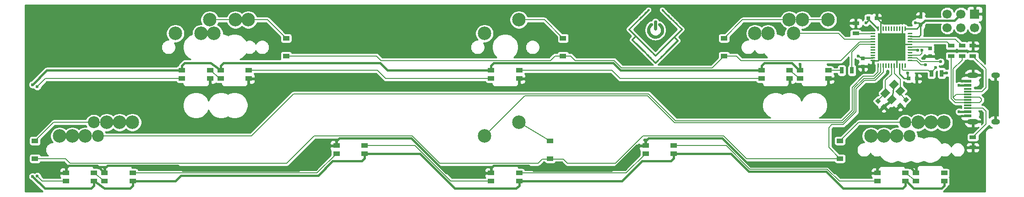
<source format=gbr>
G04 #@! TF.GenerationSoftware,KiCad,Pcbnew,(5.1.10)-1*
G04 #@! TF.CreationDate,2021-06-23T21:24:02+07:00*
G04 #@! TF.ProjectId,uso!VNC,75736f21-564e-4432-9e6b-696361645f70,rev?*
G04 #@! TF.SameCoordinates,Original*
G04 #@! TF.FileFunction,Copper,L2,Bot*
G04 #@! TF.FilePolarity,Positive*
%FSLAX45Y45*%
G04 Gerber Fmt 4.5, Leading zero omitted, Abs format (unit mm)*
G04 Created by KiCad (PCBNEW (5.1.10)-1) date 2021-06-23 21:24:02*
%MOMM*%
%LPD*%
G01*
G04 APERTURE LIST*
G04 #@! TA.AperFunction,EtchedComponent*
%ADD10C,0.010000*%
G04 #@! TD*
G04 #@! TA.AperFunction,ComponentPad*
%ADD11C,2.500000*%
G04 #@! TD*
G04 #@! TA.AperFunction,ComponentPad*
%ADD12R,1.700000X1.700000*%
G04 #@! TD*
G04 #@! TA.AperFunction,ComponentPad*
%ADD13C,1.700000*%
G04 #@! TD*
G04 #@! TA.AperFunction,SMDPad,CuDef*
%ADD14R,0.700000X1.300000*%
G04 #@! TD*
G04 #@! TA.AperFunction,SMDPad,CuDef*
%ADD15R,1.300000X0.700000*%
G04 #@! TD*
G04 #@! TA.AperFunction,SMDPad,CuDef*
%ADD16R,0.800000X0.750000*%
G04 #@! TD*
G04 #@! TA.AperFunction,SMDPad,CuDef*
%ADD17R,0.750000X0.800000*%
G04 #@! TD*
G04 #@! TA.AperFunction,SMDPad,CuDef*
%ADD18R,5.150000X5.150000*%
G04 #@! TD*
G04 #@! TA.AperFunction,SMDPad,CuDef*
%ADD19C,0.100000*%
G04 #@! TD*
G04 #@! TA.AperFunction,SMDPad,CuDef*
%ADD20R,1.200000X0.900000*%
G04 #@! TD*
G04 #@! TA.AperFunction,SMDPad,CuDef*
%ADD21R,1.190000X0.900000*%
G04 #@! TD*
G04 #@! TA.AperFunction,ComponentPad*
%ADD22O,1.600000X1.000000*%
G04 #@! TD*
G04 #@! TA.AperFunction,ComponentPad*
%ADD23O,2.100000X1.000000*%
G04 #@! TD*
G04 #@! TA.AperFunction,SMDPad,CuDef*
%ADD24R,1.450000X0.300000*%
G04 #@! TD*
G04 #@! TA.AperFunction,SMDPad,CuDef*
%ADD25R,1.450000X0.600000*%
G04 #@! TD*
G04 #@! TA.AperFunction,ComponentPad*
%ADD26C,2.200000*%
G04 #@! TD*
G04 #@! TA.AperFunction,ViaPad*
%ADD27C,0.600000*%
G04 #@! TD*
G04 #@! TA.AperFunction,Conductor*
%ADD28C,0.400000*%
G04 #@! TD*
G04 #@! TA.AperFunction,Conductor*
%ADD29C,0.250000*%
G04 #@! TD*
G04 #@! TA.AperFunction,Conductor*
%ADD30C,0.200000*%
G04 #@! TD*
G04 #@! TA.AperFunction,Conductor*
%ADD31C,0.254000*%
G04 #@! TD*
G04 #@! TA.AperFunction,Conductor*
%ADD32C,0.100000*%
G04 #@! TD*
G04 APERTURE END LIST*
D10*
G36*
X25633889Y-18553244D02*
G01*
X25629698Y-18554390D01*
X25628572Y-18554846D01*
X25624259Y-18557308D01*
X25620409Y-18560597D01*
X25617220Y-18564494D01*
X25614890Y-18568783D01*
X25614222Y-18570626D01*
X25614049Y-18571209D01*
X25613894Y-18571820D01*
X25613757Y-18572522D01*
X25613636Y-18573379D01*
X25613530Y-18574454D01*
X25613439Y-18575813D01*
X25613360Y-18577518D01*
X25613295Y-18579633D01*
X25613240Y-18582224D01*
X25613195Y-18585352D01*
X25613160Y-18589083D01*
X25613133Y-18593480D01*
X25613114Y-18598606D01*
X25613100Y-18604527D01*
X25613092Y-18611306D01*
X25613088Y-18619006D01*
X25613087Y-18627693D01*
X25613088Y-18637428D01*
X25613089Y-18642062D01*
X25613096Y-18652937D01*
X25613112Y-18663007D01*
X25613138Y-18672238D01*
X25613172Y-18680599D01*
X25613215Y-18688057D01*
X25613266Y-18694580D01*
X25613325Y-18700135D01*
X25613392Y-18704689D01*
X25613466Y-18708210D01*
X25613547Y-18710667D01*
X25613636Y-18712025D01*
X25613668Y-18712232D01*
X25615035Y-18716310D01*
X25617253Y-18720137D01*
X25620063Y-18723540D01*
X25623186Y-18726546D01*
X25626233Y-18728712D01*
X25629547Y-18730260D01*
X25631301Y-18730840D01*
X25634581Y-18731486D01*
X25638359Y-18731725D01*
X25642171Y-18731560D01*
X25645551Y-18730997D01*
X25646629Y-18730679D01*
X25651344Y-18728465D01*
X25655507Y-18725348D01*
X25658991Y-18721480D01*
X25661668Y-18717018D01*
X25663409Y-18712117D01*
X25663857Y-18709783D01*
X25663946Y-18708573D01*
X25664027Y-18706314D01*
X25664101Y-18703098D01*
X25664168Y-18699015D01*
X25664227Y-18694157D01*
X25664278Y-18688615D01*
X25664322Y-18682481D01*
X25664359Y-18675847D01*
X25664388Y-18668803D01*
X25664409Y-18661441D01*
X25664423Y-18653853D01*
X25664430Y-18646130D01*
X25664429Y-18638364D01*
X25664421Y-18630645D01*
X25664406Y-18623066D01*
X25664383Y-18615718D01*
X25664353Y-18608691D01*
X25664315Y-18602079D01*
X25664270Y-18595971D01*
X25664217Y-18590460D01*
X25664157Y-18585637D01*
X25664090Y-18581593D01*
X25664015Y-18578420D01*
X25663933Y-18576210D01*
X25663848Y-18575077D01*
X25662553Y-18569930D01*
X25660282Y-18565233D01*
X25657149Y-18561105D01*
X25653269Y-18557665D01*
X25648759Y-18555029D01*
X25643732Y-18553316D01*
X25642334Y-18553033D01*
X25638267Y-18552770D01*
X25633889Y-18553244D01*
G37*
X25633889Y-18553244D02*
X25629698Y-18554390D01*
X25628572Y-18554846D01*
X25624259Y-18557308D01*
X25620409Y-18560597D01*
X25617220Y-18564494D01*
X25614890Y-18568783D01*
X25614222Y-18570626D01*
X25614049Y-18571209D01*
X25613894Y-18571820D01*
X25613757Y-18572522D01*
X25613636Y-18573379D01*
X25613530Y-18574454D01*
X25613439Y-18575813D01*
X25613360Y-18577518D01*
X25613295Y-18579633D01*
X25613240Y-18582224D01*
X25613195Y-18585352D01*
X25613160Y-18589083D01*
X25613133Y-18593480D01*
X25613114Y-18598606D01*
X25613100Y-18604527D01*
X25613092Y-18611306D01*
X25613088Y-18619006D01*
X25613087Y-18627693D01*
X25613088Y-18637428D01*
X25613089Y-18642062D01*
X25613096Y-18652937D01*
X25613112Y-18663007D01*
X25613138Y-18672238D01*
X25613172Y-18680599D01*
X25613215Y-18688057D01*
X25613266Y-18694580D01*
X25613325Y-18700135D01*
X25613392Y-18704689D01*
X25613466Y-18708210D01*
X25613547Y-18710667D01*
X25613636Y-18712025D01*
X25613668Y-18712232D01*
X25615035Y-18716310D01*
X25617253Y-18720137D01*
X25620063Y-18723540D01*
X25623186Y-18726546D01*
X25626233Y-18728712D01*
X25629547Y-18730260D01*
X25631301Y-18730840D01*
X25634581Y-18731486D01*
X25638359Y-18731725D01*
X25642171Y-18731560D01*
X25645551Y-18730997D01*
X25646629Y-18730679D01*
X25651344Y-18728465D01*
X25655507Y-18725348D01*
X25658991Y-18721480D01*
X25661668Y-18717018D01*
X25663409Y-18712117D01*
X25663857Y-18709783D01*
X25663946Y-18708573D01*
X25664027Y-18706314D01*
X25664101Y-18703098D01*
X25664168Y-18699015D01*
X25664227Y-18694157D01*
X25664278Y-18688615D01*
X25664322Y-18682481D01*
X25664359Y-18675847D01*
X25664388Y-18668803D01*
X25664409Y-18661441D01*
X25664423Y-18653853D01*
X25664430Y-18646130D01*
X25664429Y-18638364D01*
X25664421Y-18630645D01*
X25664406Y-18623066D01*
X25664383Y-18615718D01*
X25664353Y-18608691D01*
X25664315Y-18602079D01*
X25664270Y-18595971D01*
X25664217Y-18590460D01*
X25664157Y-18585637D01*
X25664090Y-18581593D01*
X25664015Y-18578420D01*
X25663933Y-18576210D01*
X25663848Y-18575077D01*
X25662553Y-18569930D01*
X25660282Y-18565233D01*
X25657149Y-18561105D01*
X25653269Y-18557665D01*
X25648759Y-18555029D01*
X25643732Y-18553316D01*
X25642334Y-18553033D01*
X25638267Y-18552770D01*
X25633889Y-18553244D01*
G36*
X25762487Y-18346130D02*
G01*
X25759228Y-18347243D01*
X25756421Y-18349218D01*
X25755028Y-18350833D01*
X25753701Y-18353567D01*
X25753042Y-18356804D01*
X25753117Y-18360078D01*
X25753477Y-18361664D01*
X25753644Y-18361955D01*
X25754039Y-18362469D01*
X25754683Y-18363225D01*
X25755596Y-18364244D01*
X25756799Y-18365546D01*
X25758312Y-18367153D01*
X25760156Y-18369084D01*
X25762350Y-18371360D01*
X25764915Y-18374002D01*
X25767872Y-18377031D01*
X25771241Y-18380466D01*
X25775043Y-18384330D01*
X25779297Y-18388641D01*
X25784024Y-18393421D01*
X25789245Y-18398690D01*
X25794980Y-18404468D01*
X25801249Y-18410778D01*
X25808073Y-18417638D01*
X25815472Y-18425070D01*
X25823467Y-18433094D01*
X25832078Y-18441730D01*
X25841324Y-18451000D01*
X25851228Y-18460924D01*
X25861809Y-18471522D01*
X25873087Y-18482815D01*
X25885083Y-18494824D01*
X25897817Y-18507569D01*
X25911311Y-18521071D01*
X25925583Y-18535350D01*
X25931775Y-18541545D01*
X26109371Y-18719203D01*
X25638474Y-19190100D01*
X25403025Y-18954650D01*
X25167576Y-18719201D01*
X25344894Y-18541829D01*
X25356825Y-18529892D01*
X25368555Y-18518152D01*
X25380058Y-18506635D01*
X25391307Y-18495367D01*
X25402278Y-18484376D01*
X25412943Y-18473686D01*
X25423276Y-18463323D01*
X25433253Y-18453315D01*
X25442846Y-18443687D01*
X25452031Y-18434465D01*
X25460780Y-18425675D01*
X25469067Y-18417344D01*
X25476868Y-18409497D01*
X25484156Y-18402161D01*
X25490904Y-18395362D01*
X25497088Y-18389126D01*
X25502680Y-18383479D01*
X25507656Y-18378447D01*
X25511988Y-18374057D01*
X25515652Y-18370334D01*
X25518620Y-18367304D01*
X25520868Y-18364995D01*
X25522368Y-18363431D01*
X25523096Y-18362639D01*
X25523162Y-18362551D01*
X25524030Y-18359631D01*
X25524034Y-18356389D01*
X25523243Y-18353167D01*
X25521722Y-18350307D01*
X25520512Y-18348930D01*
X25517800Y-18347133D01*
X25514570Y-18346136D01*
X25511159Y-18345988D01*
X25507908Y-18346738D01*
X25507231Y-18347036D01*
X25506687Y-18347474D01*
X25505476Y-18348583D01*
X25503592Y-18350372D01*
X25501029Y-18352846D01*
X25497779Y-18356011D01*
X25493837Y-18359874D01*
X25489196Y-18364441D01*
X25483850Y-18369719D01*
X25477792Y-18375714D01*
X25471016Y-18382432D01*
X25463515Y-18389880D01*
X25455284Y-18398063D01*
X25446315Y-18406990D01*
X25436603Y-18416665D01*
X25426140Y-18427095D01*
X25414921Y-18438287D01*
X25402939Y-18450246D01*
X25390188Y-18462980D01*
X25376660Y-18476495D01*
X25362351Y-18490796D01*
X25347253Y-18505891D01*
X25331360Y-18521786D01*
X25322463Y-18530686D01*
X25140015Y-18713208D01*
X25139326Y-18716204D01*
X25138937Y-18718673D01*
X25139077Y-18720947D01*
X25139329Y-18722197D01*
X25139432Y-18722613D01*
X25139570Y-18723033D01*
X25139782Y-18723500D01*
X25140107Y-18724053D01*
X25140583Y-18724733D01*
X25141248Y-18725578D01*
X25142143Y-18726631D01*
X25143304Y-18727930D01*
X25144771Y-18729515D01*
X25146583Y-18731428D01*
X25148778Y-18733708D01*
X25151394Y-18736396D01*
X25154470Y-18739530D01*
X25158046Y-18743153D01*
X25162159Y-18747303D01*
X25166849Y-18752021D01*
X25172153Y-18757348D01*
X25178111Y-18763322D01*
X25184761Y-18769985D01*
X25192142Y-18777376D01*
X25200022Y-18785266D01*
X25260025Y-18845339D01*
X25229430Y-18876021D01*
X25223723Y-18881747D01*
X25218769Y-18886724D01*
X25214514Y-18891011D01*
X25210903Y-18894666D01*
X25207881Y-18897748D01*
X25205394Y-18900315D01*
X25203388Y-18902426D01*
X25201807Y-18904138D01*
X25200597Y-18905510D01*
X25199703Y-18906601D01*
X25199072Y-18907469D01*
X25198648Y-18908172D01*
X25198377Y-18908769D01*
X25198204Y-18909318D01*
X25198170Y-18909456D01*
X25197806Y-18912896D01*
X25198319Y-18916184D01*
X25198937Y-18917729D01*
X25199378Y-18918210D01*
X25200603Y-18919475D01*
X25202589Y-18921499D01*
X25205311Y-18924260D01*
X25208748Y-18927733D01*
X25212874Y-18931896D01*
X25217666Y-18936725D01*
X25223102Y-18942196D01*
X25229158Y-18948286D01*
X25235810Y-18954971D01*
X25243034Y-18962228D01*
X25250808Y-18970032D01*
X25259108Y-18978362D01*
X25267910Y-18987192D01*
X25277191Y-18996500D01*
X25286927Y-19006262D01*
X25297095Y-19016455D01*
X25307672Y-19027054D01*
X25318634Y-19038037D01*
X25329958Y-19049379D01*
X25341620Y-19061058D01*
X25353596Y-19073050D01*
X25365864Y-19085331D01*
X25378399Y-19097877D01*
X25391179Y-19110666D01*
X25404180Y-19123673D01*
X25415618Y-19135116D01*
X25433140Y-19152640D01*
X25449864Y-19169364D01*
X25465800Y-19185295D01*
X25480955Y-19200442D01*
X25495339Y-19214814D01*
X25508959Y-19228418D01*
X25521823Y-19241263D01*
X25533941Y-19253358D01*
X25545321Y-19264710D01*
X25555971Y-19275328D01*
X25565898Y-19285221D01*
X25575113Y-19294396D01*
X25583623Y-19302862D01*
X25591436Y-19310627D01*
X25598560Y-19317700D01*
X25605005Y-19324088D01*
X25610779Y-19329802D01*
X25615890Y-19334847D01*
X25620346Y-19339234D01*
X25624155Y-19342969D01*
X25627327Y-19346063D01*
X25629869Y-19348522D01*
X25631790Y-19350356D01*
X25633098Y-19351572D01*
X25633801Y-19352179D01*
X25633908Y-19352250D01*
X25637089Y-19353143D01*
X25640636Y-19353099D01*
X25642756Y-19352634D01*
X25643062Y-19352436D01*
X25643677Y-19351925D01*
X25644617Y-19351083D01*
X25645900Y-19349893D01*
X25647543Y-19348339D01*
X25649564Y-19346402D01*
X25651979Y-19344066D01*
X25654806Y-19341314D01*
X25658062Y-19338128D01*
X25661764Y-19334492D01*
X25665930Y-19330388D01*
X25670578Y-19325798D01*
X25675723Y-19320707D01*
X25681385Y-19315096D01*
X25687579Y-19308949D01*
X25694323Y-19302248D01*
X25701635Y-19294976D01*
X25709531Y-19287116D01*
X25718030Y-19278651D01*
X25727148Y-19269564D01*
X25736902Y-19259837D01*
X25747310Y-19249454D01*
X25758390Y-19238396D01*
X25770158Y-19226648D01*
X25782632Y-19214192D01*
X25795828Y-19201010D01*
X25809765Y-19187086D01*
X25824460Y-19172402D01*
X25839929Y-19156942D01*
X25853235Y-19143642D01*
X25866540Y-19130341D01*
X25879606Y-19117274D01*
X25892411Y-19104465D01*
X25904931Y-19091937D01*
X25917145Y-19079712D01*
X25929030Y-19067813D01*
X25940562Y-19056262D01*
X25951719Y-19045084D01*
X25962479Y-19034299D01*
X25972819Y-19023932D01*
X25982716Y-19014005D01*
X25992147Y-19004540D01*
X26001091Y-18995561D01*
X26009523Y-18987090D01*
X26017421Y-18979150D01*
X26024764Y-18971764D01*
X26031527Y-18964954D01*
X26037689Y-18958744D01*
X26043227Y-18953156D01*
X26048117Y-18948213D01*
X26052338Y-18943938D01*
X26055866Y-18940353D01*
X26058680Y-18937481D01*
X26060756Y-18935346D01*
X26062071Y-18933969D01*
X26062603Y-18933374D01*
X26062612Y-18933359D01*
X26063730Y-18929882D01*
X26063737Y-18928109D01*
X26035170Y-18928109D01*
X25837108Y-19126181D01*
X25824502Y-19138786D01*
X25812097Y-19151187D01*
X25799919Y-19163359D01*
X25787990Y-19175277D01*
X25776337Y-19186918D01*
X25764982Y-19198257D01*
X25753952Y-19209269D01*
X25743269Y-19219931D01*
X25732959Y-19230218D01*
X25723047Y-19240105D01*
X25713556Y-19249569D01*
X25704511Y-19258584D01*
X25695937Y-19267126D01*
X25687858Y-19275171D01*
X25680299Y-19282695D01*
X25673283Y-19289673D01*
X25666837Y-19296081D01*
X25660983Y-19301895D01*
X25655746Y-19307089D01*
X25651152Y-19311640D01*
X25647224Y-19315523D01*
X25643987Y-19318715D01*
X25641465Y-19321189D01*
X25639683Y-19322923D01*
X25638666Y-19323892D01*
X25638420Y-19324101D01*
X25637981Y-19323692D01*
X25636760Y-19322498D01*
X25634781Y-19320545D01*
X25632067Y-19317855D01*
X25628642Y-19314454D01*
X25624531Y-19310364D01*
X25619758Y-19305610D01*
X25614347Y-19300217D01*
X25608321Y-19294207D01*
X25601704Y-19287605D01*
X25594521Y-19280435D01*
X25586796Y-19272721D01*
X25578553Y-19264487D01*
X25569815Y-19255757D01*
X25560607Y-19246554D01*
X25550952Y-19236904D01*
X25540875Y-19226829D01*
X25530400Y-19216354D01*
X25519551Y-19205503D01*
X25508351Y-19194299D01*
X25496825Y-19182767D01*
X25484996Y-19170931D01*
X25472890Y-19158815D01*
X25460529Y-19146443D01*
X25447938Y-19133838D01*
X25435140Y-19121025D01*
X25432260Y-19118141D01*
X25226727Y-18912333D01*
X25251805Y-18887259D01*
X25276883Y-18862186D01*
X25454254Y-19039537D01*
X25469839Y-19055118D01*
X25484631Y-19069902D01*
X25498641Y-19083902D01*
X25511882Y-19097128D01*
X25524366Y-19109593D01*
X25536105Y-19121309D01*
X25547111Y-19132288D01*
X25557396Y-19142542D01*
X25566972Y-19152082D01*
X25575852Y-19160922D01*
X25584047Y-19169072D01*
X25591569Y-19176545D01*
X25598430Y-19183353D01*
X25604644Y-19189508D01*
X25610220Y-19195022D01*
X25615173Y-19199906D01*
X25619513Y-19204174D01*
X25623253Y-19207836D01*
X25626405Y-19210904D01*
X25628981Y-19213392D01*
X25630993Y-19215310D01*
X25632453Y-19216671D01*
X25633373Y-19217487D01*
X25633747Y-19217763D01*
X25636179Y-19218398D01*
X25639041Y-19218615D01*
X25641770Y-19218400D01*
X25643146Y-19218042D01*
X25643665Y-19217597D01*
X25644968Y-19216367D01*
X25647031Y-19214375D01*
X25649832Y-19211643D01*
X25653348Y-19208194D01*
X25657555Y-19204051D01*
X25662432Y-19199237D01*
X25667954Y-19193774D01*
X25674100Y-19187685D01*
X25680846Y-19180993D01*
X25688170Y-19173721D01*
X25696047Y-19165891D01*
X25704457Y-19157527D01*
X25713375Y-19148650D01*
X25722778Y-19139285D01*
X25732645Y-19129453D01*
X25742951Y-19119177D01*
X25753675Y-19108480D01*
X25764792Y-19097385D01*
X25776281Y-19085915D01*
X25788118Y-19074093D01*
X25800280Y-19061940D01*
X25812744Y-19049481D01*
X25814705Y-19047520D01*
X25984657Y-18877596D01*
X26035170Y-18928109D01*
X26063737Y-18928109D01*
X26063743Y-18926379D01*
X26063418Y-18924828D01*
X26063238Y-18924277D01*
X26062955Y-18923671D01*
X26062513Y-18922952D01*
X26061858Y-18922061D01*
X26060935Y-18920940D01*
X26059690Y-18919532D01*
X26058069Y-18917777D01*
X26056016Y-18915618D01*
X26053478Y-18912997D01*
X26050400Y-18909856D01*
X26046727Y-18906136D01*
X26042405Y-18901780D01*
X26037379Y-18896728D01*
X26032099Y-18891430D01*
X26001508Y-18860745D01*
X26068977Y-18793255D01*
X26078563Y-18783661D01*
X26087354Y-18774851D01*
X26095368Y-18766807D01*
X26102622Y-18759512D01*
X26109134Y-18752947D01*
X26114921Y-18747096D01*
X26120001Y-18741939D01*
X26124392Y-18737459D01*
X26128111Y-18733638D01*
X26131175Y-18730458D01*
X26133602Y-18727902D01*
X26135410Y-18725951D01*
X26136616Y-18724587D01*
X26137238Y-18723794D01*
X26137322Y-18723643D01*
X26138097Y-18720377D01*
X26137928Y-18716945D01*
X26137102Y-18714349D01*
X26136613Y-18713762D01*
X26135348Y-18712402D01*
X26133336Y-18710300D01*
X26130608Y-18707487D01*
X26127197Y-18703995D01*
X26123133Y-18699853D01*
X26118447Y-18695094D01*
X26113171Y-18689749D01*
X26107335Y-18683848D01*
X26100971Y-18677424D01*
X26094110Y-18670506D01*
X26086783Y-18663127D01*
X26079021Y-18655317D01*
X26070855Y-18647107D01*
X26062317Y-18638530D01*
X26053438Y-18629614D01*
X26044249Y-18620393D01*
X26034780Y-18610897D01*
X26025064Y-18601157D01*
X26015131Y-18591204D01*
X26005013Y-18581070D01*
X25994740Y-18570786D01*
X25984344Y-18560382D01*
X25973856Y-18549890D01*
X25963308Y-18539341D01*
X25952729Y-18528766D01*
X25942152Y-18518197D01*
X25931608Y-18507664D01*
X25921127Y-18497199D01*
X25910741Y-18486832D01*
X25900481Y-18476596D01*
X25890379Y-18466520D01*
X25880464Y-18456637D01*
X25870770Y-18446977D01*
X25861326Y-18437571D01*
X25852164Y-18428451D01*
X25843315Y-18419648D01*
X25834810Y-18411192D01*
X25826680Y-18403116D01*
X25818957Y-18395450D01*
X25811672Y-18388225D01*
X25804855Y-18381472D01*
X25798539Y-18375223D01*
X25792753Y-18369509D01*
X25787530Y-18364361D01*
X25782900Y-18359810D01*
X25778895Y-18355887D01*
X25775545Y-18352623D01*
X25772882Y-18350049D01*
X25770938Y-18348198D01*
X25769743Y-18347099D01*
X25769346Y-18346782D01*
X25765944Y-18345953D01*
X25762487Y-18346130D01*
G37*
X25762487Y-18346130D02*
X25759228Y-18347243D01*
X25756421Y-18349218D01*
X25755028Y-18350833D01*
X25753701Y-18353567D01*
X25753042Y-18356804D01*
X25753117Y-18360078D01*
X25753477Y-18361664D01*
X25753644Y-18361955D01*
X25754039Y-18362469D01*
X25754683Y-18363225D01*
X25755596Y-18364244D01*
X25756799Y-18365546D01*
X25758312Y-18367153D01*
X25760156Y-18369084D01*
X25762350Y-18371360D01*
X25764915Y-18374002D01*
X25767872Y-18377031D01*
X25771241Y-18380466D01*
X25775043Y-18384330D01*
X25779297Y-18388641D01*
X25784024Y-18393421D01*
X25789245Y-18398690D01*
X25794980Y-18404468D01*
X25801249Y-18410778D01*
X25808073Y-18417638D01*
X25815472Y-18425070D01*
X25823467Y-18433094D01*
X25832078Y-18441730D01*
X25841324Y-18451000D01*
X25851228Y-18460924D01*
X25861809Y-18471522D01*
X25873087Y-18482815D01*
X25885083Y-18494824D01*
X25897817Y-18507569D01*
X25911311Y-18521071D01*
X25925583Y-18535350D01*
X25931775Y-18541545D01*
X26109371Y-18719203D01*
X25638474Y-19190100D01*
X25403025Y-18954650D01*
X25167576Y-18719201D01*
X25344894Y-18541829D01*
X25356825Y-18529892D01*
X25368555Y-18518152D01*
X25380058Y-18506635D01*
X25391307Y-18495367D01*
X25402278Y-18484376D01*
X25412943Y-18473686D01*
X25423276Y-18463323D01*
X25433253Y-18453315D01*
X25442846Y-18443687D01*
X25452031Y-18434465D01*
X25460780Y-18425675D01*
X25469067Y-18417344D01*
X25476868Y-18409497D01*
X25484156Y-18402161D01*
X25490904Y-18395362D01*
X25497088Y-18389126D01*
X25502680Y-18383479D01*
X25507656Y-18378447D01*
X25511988Y-18374057D01*
X25515652Y-18370334D01*
X25518620Y-18367304D01*
X25520868Y-18364995D01*
X25522368Y-18363431D01*
X25523096Y-18362639D01*
X25523162Y-18362551D01*
X25524030Y-18359631D01*
X25524034Y-18356389D01*
X25523243Y-18353167D01*
X25521722Y-18350307D01*
X25520512Y-18348930D01*
X25517800Y-18347133D01*
X25514570Y-18346136D01*
X25511159Y-18345988D01*
X25507908Y-18346738D01*
X25507231Y-18347036D01*
X25506687Y-18347474D01*
X25505476Y-18348583D01*
X25503592Y-18350372D01*
X25501029Y-18352846D01*
X25497779Y-18356011D01*
X25493837Y-18359874D01*
X25489196Y-18364441D01*
X25483850Y-18369719D01*
X25477792Y-18375714D01*
X25471016Y-18382432D01*
X25463515Y-18389880D01*
X25455284Y-18398063D01*
X25446315Y-18406990D01*
X25436603Y-18416665D01*
X25426140Y-18427095D01*
X25414921Y-18438287D01*
X25402939Y-18450246D01*
X25390188Y-18462980D01*
X25376660Y-18476495D01*
X25362351Y-18490796D01*
X25347253Y-18505891D01*
X25331360Y-18521786D01*
X25322463Y-18530686D01*
X25140015Y-18713208D01*
X25139326Y-18716204D01*
X25138937Y-18718673D01*
X25139077Y-18720947D01*
X25139329Y-18722197D01*
X25139432Y-18722613D01*
X25139570Y-18723033D01*
X25139782Y-18723500D01*
X25140107Y-18724053D01*
X25140583Y-18724733D01*
X25141248Y-18725578D01*
X25142143Y-18726631D01*
X25143304Y-18727930D01*
X25144771Y-18729515D01*
X25146583Y-18731428D01*
X25148778Y-18733708D01*
X25151394Y-18736396D01*
X25154470Y-18739530D01*
X25158046Y-18743153D01*
X25162159Y-18747303D01*
X25166849Y-18752021D01*
X25172153Y-18757348D01*
X25178111Y-18763322D01*
X25184761Y-18769985D01*
X25192142Y-18777376D01*
X25200022Y-18785266D01*
X25260025Y-18845339D01*
X25229430Y-18876021D01*
X25223723Y-18881747D01*
X25218769Y-18886724D01*
X25214514Y-18891011D01*
X25210903Y-18894666D01*
X25207881Y-18897748D01*
X25205394Y-18900315D01*
X25203388Y-18902426D01*
X25201807Y-18904138D01*
X25200597Y-18905510D01*
X25199703Y-18906601D01*
X25199072Y-18907469D01*
X25198648Y-18908172D01*
X25198377Y-18908769D01*
X25198204Y-18909318D01*
X25198170Y-18909456D01*
X25197806Y-18912896D01*
X25198319Y-18916184D01*
X25198937Y-18917729D01*
X25199378Y-18918210D01*
X25200603Y-18919475D01*
X25202589Y-18921499D01*
X25205311Y-18924260D01*
X25208748Y-18927733D01*
X25212874Y-18931896D01*
X25217666Y-18936725D01*
X25223102Y-18942196D01*
X25229158Y-18948286D01*
X25235810Y-18954971D01*
X25243034Y-18962228D01*
X25250808Y-18970032D01*
X25259108Y-18978362D01*
X25267910Y-18987192D01*
X25277191Y-18996500D01*
X25286927Y-19006262D01*
X25297095Y-19016455D01*
X25307672Y-19027054D01*
X25318634Y-19038037D01*
X25329958Y-19049379D01*
X25341620Y-19061058D01*
X25353596Y-19073050D01*
X25365864Y-19085331D01*
X25378399Y-19097877D01*
X25391179Y-19110666D01*
X25404180Y-19123673D01*
X25415618Y-19135116D01*
X25433140Y-19152640D01*
X25449864Y-19169364D01*
X25465800Y-19185295D01*
X25480955Y-19200442D01*
X25495339Y-19214814D01*
X25508959Y-19228418D01*
X25521823Y-19241263D01*
X25533941Y-19253358D01*
X25545321Y-19264710D01*
X25555971Y-19275328D01*
X25565898Y-19285221D01*
X25575113Y-19294396D01*
X25583623Y-19302862D01*
X25591436Y-19310627D01*
X25598560Y-19317700D01*
X25605005Y-19324088D01*
X25610779Y-19329802D01*
X25615890Y-19334847D01*
X25620346Y-19339234D01*
X25624155Y-19342969D01*
X25627327Y-19346063D01*
X25629869Y-19348522D01*
X25631790Y-19350356D01*
X25633098Y-19351572D01*
X25633801Y-19352179D01*
X25633908Y-19352250D01*
X25637089Y-19353143D01*
X25640636Y-19353099D01*
X25642756Y-19352634D01*
X25643062Y-19352436D01*
X25643677Y-19351925D01*
X25644617Y-19351083D01*
X25645900Y-19349893D01*
X25647543Y-19348339D01*
X25649564Y-19346402D01*
X25651979Y-19344066D01*
X25654806Y-19341314D01*
X25658062Y-19338128D01*
X25661764Y-19334492D01*
X25665930Y-19330388D01*
X25670578Y-19325798D01*
X25675723Y-19320707D01*
X25681385Y-19315096D01*
X25687579Y-19308949D01*
X25694323Y-19302248D01*
X25701635Y-19294976D01*
X25709531Y-19287116D01*
X25718030Y-19278651D01*
X25727148Y-19269564D01*
X25736902Y-19259837D01*
X25747310Y-19249454D01*
X25758390Y-19238396D01*
X25770158Y-19226648D01*
X25782632Y-19214192D01*
X25795828Y-19201010D01*
X25809765Y-19187086D01*
X25824460Y-19172402D01*
X25839929Y-19156942D01*
X25853235Y-19143642D01*
X25866540Y-19130341D01*
X25879606Y-19117274D01*
X25892411Y-19104465D01*
X25904931Y-19091937D01*
X25917145Y-19079712D01*
X25929030Y-19067813D01*
X25940562Y-19056262D01*
X25951719Y-19045084D01*
X25962479Y-19034299D01*
X25972819Y-19023932D01*
X25982716Y-19014005D01*
X25992147Y-19004540D01*
X26001091Y-18995561D01*
X26009523Y-18987090D01*
X26017421Y-18979150D01*
X26024764Y-18971764D01*
X26031527Y-18964954D01*
X26037689Y-18958744D01*
X26043227Y-18953156D01*
X26048117Y-18948213D01*
X26052338Y-18943938D01*
X26055866Y-18940353D01*
X26058680Y-18937481D01*
X26060756Y-18935346D01*
X26062071Y-18933969D01*
X26062603Y-18933374D01*
X26062612Y-18933359D01*
X26063730Y-18929882D01*
X26063737Y-18928109D01*
X26035170Y-18928109D01*
X25837108Y-19126181D01*
X25824502Y-19138786D01*
X25812097Y-19151187D01*
X25799919Y-19163359D01*
X25787990Y-19175277D01*
X25776337Y-19186918D01*
X25764982Y-19198257D01*
X25753952Y-19209269D01*
X25743269Y-19219931D01*
X25732959Y-19230218D01*
X25723047Y-19240105D01*
X25713556Y-19249569D01*
X25704511Y-19258584D01*
X25695937Y-19267126D01*
X25687858Y-19275171D01*
X25680299Y-19282695D01*
X25673283Y-19289673D01*
X25666837Y-19296081D01*
X25660983Y-19301895D01*
X25655746Y-19307089D01*
X25651152Y-19311640D01*
X25647224Y-19315523D01*
X25643987Y-19318715D01*
X25641465Y-19321189D01*
X25639683Y-19322923D01*
X25638666Y-19323892D01*
X25638420Y-19324101D01*
X25637981Y-19323692D01*
X25636760Y-19322498D01*
X25634781Y-19320545D01*
X25632067Y-19317855D01*
X25628642Y-19314454D01*
X25624531Y-19310364D01*
X25619758Y-19305610D01*
X25614347Y-19300217D01*
X25608321Y-19294207D01*
X25601704Y-19287605D01*
X25594521Y-19280435D01*
X25586796Y-19272721D01*
X25578553Y-19264487D01*
X25569815Y-19255757D01*
X25560607Y-19246554D01*
X25550952Y-19236904D01*
X25540875Y-19226829D01*
X25530400Y-19216354D01*
X25519551Y-19205503D01*
X25508351Y-19194299D01*
X25496825Y-19182767D01*
X25484996Y-19170931D01*
X25472890Y-19158815D01*
X25460529Y-19146443D01*
X25447938Y-19133838D01*
X25435140Y-19121025D01*
X25432260Y-19118141D01*
X25226727Y-18912333D01*
X25251805Y-18887259D01*
X25276883Y-18862186D01*
X25454254Y-19039537D01*
X25469839Y-19055118D01*
X25484631Y-19069902D01*
X25498641Y-19083902D01*
X25511882Y-19097128D01*
X25524366Y-19109593D01*
X25536105Y-19121309D01*
X25547111Y-19132288D01*
X25557396Y-19142542D01*
X25566972Y-19152082D01*
X25575852Y-19160922D01*
X25584047Y-19169072D01*
X25591569Y-19176545D01*
X25598430Y-19183353D01*
X25604644Y-19189508D01*
X25610220Y-19195022D01*
X25615173Y-19199906D01*
X25619513Y-19204174D01*
X25623253Y-19207836D01*
X25626405Y-19210904D01*
X25628981Y-19213392D01*
X25630993Y-19215310D01*
X25632453Y-19216671D01*
X25633373Y-19217487D01*
X25633747Y-19217763D01*
X25636179Y-19218398D01*
X25639041Y-19218615D01*
X25641770Y-19218400D01*
X25643146Y-19218042D01*
X25643665Y-19217597D01*
X25644968Y-19216367D01*
X25647031Y-19214375D01*
X25649832Y-19211643D01*
X25653348Y-19208194D01*
X25657555Y-19204051D01*
X25662432Y-19199237D01*
X25667954Y-19193774D01*
X25674100Y-19187685D01*
X25680846Y-19180993D01*
X25688170Y-19173721D01*
X25696047Y-19165891D01*
X25704457Y-19157527D01*
X25713375Y-19148650D01*
X25722778Y-19139285D01*
X25732645Y-19129453D01*
X25742951Y-19119177D01*
X25753675Y-19108480D01*
X25764792Y-19097385D01*
X25776281Y-19085915D01*
X25788118Y-19074093D01*
X25800280Y-19061940D01*
X25812744Y-19049481D01*
X25814705Y-19047520D01*
X25984657Y-18877596D01*
X26035170Y-18928109D01*
X26063737Y-18928109D01*
X26063743Y-18926379D01*
X26063418Y-18924828D01*
X26063238Y-18924277D01*
X26062955Y-18923671D01*
X26062513Y-18922952D01*
X26061858Y-18922061D01*
X26060935Y-18920940D01*
X26059690Y-18919532D01*
X26058069Y-18917777D01*
X26056016Y-18915618D01*
X26053478Y-18912997D01*
X26050400Y-18909856D01*
X26046727Y-18906136D01*
X26042405Y-18901780D01*
X26037379Y-18896728D01*
X26032099Y-18891430D01*
X26001508Y-18860745D01*
X26068977Y-18793255D01*
X26078563Y-18783661D01*
X26087354Y-18774851D01*
X26095368Y-18766807D01*
X26102622Y-18759512D01*
X26109134Y-18752947D01*
X26114921Y-18747096D01*
X26120001Y-18741939D01*
X26124392Y-18737459D01*
X26128111Y-18733638D01*
X26131175Y-18730458D01*
X26133602Y-18727902D01*
X26135410Y-18725951D01*
X26136616Y-18724587D01*
X26137238Y-18723794D01*
X26137322Y-18723643D01*
X26138097Y-18720377D01*
X26137928Y-18716945D01*
X26137102Y-18714349D01*
X26136613Y-18713762D01*
X26135348Y-18712402D01*
X26133336Y-18710300D01*
X26130608Y-18707487D01*
X26127197Y-18703995D01*
X26123133Y-18699853D01*
X26118447Y-18695094D01*
X26113171Y-18689749D01*
X26107335Y-18683848D01*
X26100971Y-18677424D01*
X26094110Y-18670506D01*
X26086783Y-18663127D01*
X26079021Y-18655317D01*
X26070855Y-18647107D01*
X26062317Y-18638530D01*
X26053438Y-18629614D01*
X26044249Y-18620393D01*
X26034780Y-18610897D01*
X26025064Y-18601157D01*
X26015131Y-18591204D01*
X26005013Y-18581070D01*
X25994740Y-18570786D01*
X25984344Y-18560382D01*
X25973856Y-18549890D01*
X25963308Y-18539341D01*
X25952729Y-18528766D01*
X25942152Y-18518197D01*
X25931608Y-18507664D01*
X25921127Y-18497199D01*
X25910741Y-18486832D01*
X25900481Y-18476596D01*
X25890379Y-18466520D01*
X25880464Y-18456637D01*
X25870770Y-18446977D01*
X25861326Y-18437571D01*
X25852164Y-18428451D01*
X25843315Y-18419648D01*
X25834810Y-18411192D01*
X25826680Y-18403116D01*
X25818957Y-18395450D01*
X25811672Y-18388225D01*
X25804855Y-18381472D01*
X25798539Y-18375223D01*
X25792753Y-18369509D01*
X25787530Y-18364361D01*
X25782900Y-18359810D01*
X25778895Y-18355887D01*
X25775545Y-18352623D01*
X25772882Y-18350049D01*
X25770938Y-18348198D01*
X25769743Y-18347099D01*
X25769346Y-18346782D01*
X25765944Y-18345953D01*
X25762487Y-18346130D01*
G36*
X25555794Y-18604850D02*
G01*
X25550977Y-18606574D01*
X25548468Y-18608001D01*
X25545356Y-18610158D01*
X25541797Y-18612920D01*
X25537942Y-18616161D01*
X25533948Y-18619757D01*
X25529966Y-18623581D01*
X25529427Y-18624119D01*
X25522433Y-18631519D01*
X25516300Y-18638889D01*
X25510816Y-18646519D01*
X25505773Y-18654703D01*
X25500958Y-18663733D01*
X25500917Y-18663816D01*
X25495606Y-18675728D01*
X25491359Y-18688001D01*
X25488183Y-18700561D01*
X25486086Y-18713338D01*
X25485076Y-18726258D01*
X25485159Y-18739250D01*
X25486344Y-18752241D01*
X25488638Y-18765158D01*
X25489867Y-18770286D01*
X25492997Y-18780622D01*
X25497063Y-18791133D01*
X25501941Y-18801570D01*
X25507506Y-18811687D01*
X25513634Y-18821236D01*
X25519249Y-18828792D01*
X25521940Y-18831972D01*
X25525276Y-18835619D01*
X25529011Y-18839489D01*
X25532899Y-18843334D01*
X25536693Y-18846910D01*
X25540149Y-18849969D01*
X25541726Y-18851271D01*
X25551003Y-18858089D01*
X25560995Y-18864337D01*
X25571498Y-18869919D01*
X25582309Y-18874737D01*
X25593222Y-18878694D01*
X25604036Y-18881694D01*
X25607081Y-18882362D01*
X25614858Y-18883725D01*
X25623121Y-18884741D01*
X25631515Y-18885386D01*
X25639687Y-18885636D01*
X25647284Y-18885466D01*
X25649652Y-18885310D01*
X25661680Y-18883904D01*
X25673427Y-18881568D01*
X25684859Y-18878358D01*
X25697321Y-18873791D01*
X25709194Y-18868270D01*
X25720439Y-18861840D01*
X25731020Y-18854545D01*
X25740898Y-18846431D01*
X25750036Y-18837543D01*
X25758395Y-18827925D01*
X25765937Y-18817623D01*
X25772626Y-18806683D01*
X25778422Y-18795148D01*
X25783289Y-18783065D01*
X25787188Y-18770478D01*
X25790081Y-18757432D01*
X25790959Y-18752021D01*
X25791418Y-18747878D01*
X25791743Y-18742887D01*
X25791934Y-18737333D01*
X25791989Y-18731502D01*
X25791909Y-18725679D01*
X25791695Y-18720150D01*
X25791346Y-18715200D01*
X25790968Y-18711845D01*
X25788577Y-18698673D01*
X25785124Y-18685859D01*
X25780633Y-18673458D01*
X25775126Y-18661527D01*
X25768626Y-18650121D01*
X25761159Y-18639295D01*
X25759842Y-18637578D01*
X25756684Y-18633736D01*
X25753059Y-18629691D01*
X25749111Y-18625579D01*
X25744986Y-18621532D01*
X25740829Y-18617683D01*
X25736785Y-18614168D01*
X25732998Y-18611119D01*
X25729615Y-18608669D01*
X25726778Y-18606952D01*
X25726376Y-18606750D01*
X25721411Y-18604954D01*
X25716261Y-18604215D01*
X25711100Y-18604518D01*
X25706102Y-18605844D01*
X25701442Y-18608176D01*
X25699695Y-18609399D01*
X25697242Y-18611716D01*
X25694832Y-18614749D01*
X25692744Y-18618100D01*
X25691257Y-18621369D01*
X25691179Y-18621596D01*
X25690150Y-18626343D01*
X25690066Y-18631379D01*
X25690886Y-18636413D01*
X25692572Y-18641154D01*
X25694220Y-18644105D01*
X25695521Y-18645735D01*
X25697412Y-18647697D01*
X25699558Y-18649652D01*
X25700370Y-18650323D01*
X25703618Y-18653084D01*
X25707215Y-18656417D01*
X25710941Y-18660096D01*
X25714579Y-18663895D01*
X25717911Y-18667589D01*
X25720718Y-18670953D01*
X25722239Y-18672967D01*
X25727053Y-18680531D01*
X25731339Y-18688851D01*
X25734960Y-18697609D01*
X25737781Y-18706490D01*
X25739214Y-18712637D01*
X25739983Y-18717636D01*
X25740520Y-18723364D01*
X25740811Y-18729429D01*
X25740838Y-18735438D01*
X25740589Y-18741000D01*
X25740384Y-18743239D01*
X25738667Y-18753717D01*
X25735865Y-18763913D01*
X25732013Y-18773756D01*
X25727149Y-18783170D01*
X25721307Y-18792083D01*
X25714526Y-18800421D01*
X25709262Y-18805853D01*
X25701445Y-18812598D01*
X25692866Y-18818580D01*
X25683675Y-18823723D01*
X25674023Y-18827951D01*
X25664059Y-18831189D01*
X25655313Y-18833131D01*
X25651873Y-18833583D01*
X25647637Y-18833913D01*
X25642905Y-18834118D01*
X25637975Y-18834195D01*
X25633146Y-18834142D01*
X25628719Y-18833955D01*
X25624992Y-18833631D01*
X25623634Y-18833442D01*
X25612949Y-18831151D01*
X25602683Y-18827841D01*
X25592900Y-18823556D01*
X25583668Y-18818340D01*
X25575051Y-18812237D01*
X25567116Y-18805288D01*
X25559929Y-18797539D01*
X25553555Y-18789033D01*
X25551413Y-18785697D01*
X25549443Y-18782254D01*
X25547313Y-18778132D01*
X25545205Y-18773716D01*
X25543300Y-18769389D01*
X25541779Y-18765534D01*
X25541451Y-18764606D01*
X25538607Y-18754530D01*
X25536844Y-18744227D01*
X25536151Y-18733801D01*
X25536518Y-18723360D01*
X25537933Y-18713008D01*
X25540386Y-18702851D01*
X25543867Y-18692996D01*
X25548363Y-18683548D01*
X25550003Y-18680648D01*
X25554593Y-18673462D01*
X25559568Y-18666924D01*
X25565147Y-18660781D01*
X25571550Y-18654777D01*
X25574154Y-18652555D01*
X25576651Y-18650400D01*
X25578996Y-18648247D01*
X25580964Y-18646312D01*
X25582326Y-18644813D01*
X25582559Y-18644514D01*
X25584828Y-18640558D01*
X25586381Y-18636021D01*
X25587150Y-18631238D01*
X25587069Y-18626545D01*
X25586593Y-18623938D01*
X25584764Y-18618878D01*
X25582107Y-18614459D01*
X25578748Y-18610744D01*
X25574811Y-18607792D01*
X25570422Y-18605666D01*
X25565706Y-18604427D01*
X25560788Y-18604134D01*
X25555794Y-18604850D01*
G37*
X25555794Y-18604850D02*
X25550977Y-18606574D01*
X25548468Y-18608001D01*
X25545356Y-18610158D01*
X25541797Y-18612920D01*
X25537942Y-18616161D01*
X25533948Y-18619757D01*
X25529966Y-18623581D01*
X25529427Y-18624119D01*
X25522433Y-18631519D01*
X25516300Y-18638889D01*
X25510816Y-18646519D01*
X25505773Y-18654703D01*
X25500958Y-18663733D01*
X25500917Y-18663816D01*
X25495606Y-18675728D01*
X25491359Y-18688001D01*
X25488183Y-18700561D01*
X25486086Y-18713338D01*
X25485076Y-18726258D01*
X25485159Y-18739250D01*
X25486344Y-18752241D01*
X25488638Y-18765158D01*
X25489867Y-18770286D01*
X25492997Y-18780622D01*
X25497063Y-18791133D01*
X25501941Y-18801570D01*
X25507506Y-18811687D01*
X25513634Y-18821236D01*
X25519249Y-18828792D01*
X25521940Y-18831972D01*
X25525276Y-18835619D01*
X25529011Y-18839489D01*
X25532899Y-18843334D01*
X25536693Y-18846910D01*
X25540149Y-18849969D01*
X25541726Y-18851271D01*
X25551003Y-18858089D01*
X25560995Y-18864337D01*
X25571498Y-18869919D01*
X25582309Y-18874737D01*
X25593222Y-18878694D01*
X25604036Y-18881694D01*
X25607081Y-18882362D01*
X25614858Y-18883725D01*
X25623121Y-18884741D01*
X25631515Y-18885386D01*
X25639687Y-18885636D01*
X25647284Y-18885466D01*
X25649652Y-18885310D01*
X25661680Y-18883904D01*
X25673427Y-18881568D01*
X25684859Y-18878358D01*
X25697321Y-18873791D01*
X25709194Y-18868270D01*
X25720439Y-18861840D01*
X25731020Y-18854545D01*
X25740898Y-18846431D01*
X25750036Y-18837543D01*
X25758395Y-18827925D01*
X25765937Y-18817623D01*
X25772626Y-18806683D01*
X25778422Y-18795148D01*
X25783289Y-18783065D01*
X25787188Y-18770478D01*
X25790081Y-18757432D01*
X25790959Y-18752021D01*
X25791418Y-18747878D01*
X25791743Y-18742887D01*
X25791934Y-18737333D01*
X25791989Y-18731502D01*
X25791909Y-18725679D01*
X25791695Y-18720150D01*
X25791346Y-18715200D01*
X25790968Y-18711845D01*
X25788577Y-18698673D01*
X25785124Y-18685859D01*
X25780633Y-18673458D01*
X25775126Y-18661527D01*
X25768626Y-18650121D01*
X25761159Y-18639295D01*
X25759842Y-18637578D01*
X25756684Y-18633736D01*
X25753059Y-18629691D01*
X25749111Y-18625579D01*
X25744986Y-18621532D01*
X25740829Y-18617683D01*
X25736785Y-18614168D01*
X25732998Y-18611119D01*
X25729615Y-18608669D01*
X25726778Y-18606952D01*
X25726376Y-18606750D01*
X25721411Y-18604954D01*
X25716261Y-18604215D01*
X25711100Y-18604518D01*
X25706102Y-18605844D01*
X25701442Y-18608176D01*
X25699695Y-18609399D01*
X25697242Y-18611716D01*
X25694832Y-18614749D01*
X25692744Y-18618100D01*
X25691257Y-18621369D01*
X25691179Y-18621596D01*
X25690150Y-18626343D01*
X25690066Y-18631379D01*
X25690886Y-18636413D01*
X25692572Y-18641154D01*
X25694220Y-18644105D01*
X25695521Y-18645735D01*
X25697412Y-18647697D01*
X25699558Y-18649652D01*
X25700370Y-18650323D01*
X25703618Y-18653084D01*
X25707215Y-18656417D01*
X25710941Y-18660096D01*
X25714579Y-18663895D01*
X25717911Y-18667589D01*
X25720718Y-18670953D01*
X25722239Y-18672967D01*
X25727053Y-18680531D01*
X25731339Y-18688851D01*
X25734960Y-18697609D01*
X25737781Y-18706490D01*
X25739214Y-18712637D01*
X25739983Y-18717636D01*
X25740520Y-18723364D01*
X25740811Y-18729429D01*
X25740838Y-18735438D01*
X25740589Y-18741000D01*
X25740384Y-18743239D01*
X25738667Y-18753717D01*
X25735865Y-18763913D01*
X25732013Y-18773756D01*
X25727149Y-18783170D01*
X25721307Y-18792083D01*
X25714526Y-18800421D01*
X25709262Y-18805853D01*
X25701445Y-18812598D01*
X25692866Y-18818580D01*
X25683675Y-18823723D01*
X25674023Y-18827951D01*
X25664059Y-18831189D01*
X25655313Y-18833131D01*
X25651873Y-18833583D01*
X25647637Y-18833913D01*
X25642905Y-18834118D01*
X25637975Y-18834195D01*
X25633146Y-18834142D01*
X25628719Y-18833955D01*
X25624992Y-18833631D01*
X25623634Y-18833442D01*
X25612949Y-18831151D01*
X25602683Y-18827841D01*
X25592900Y-18823556D01*
X25583668Y-18818340D01*
X25575051Y-18812237D01*
X25567116Y-18805288D01*
X25559929Y-18797539D01*
X25553555Y-18789033D01*
X25551413Y-18785697D01*
X25549443Y-18782254D01*
X25547313Y-18778132D01*
X25545205Y-18773716D01*
X25543300Y-18769389D01*
X25541779Y-18765534D01*
X25541451Y-18764606D01*
X25538607Y-18754530D01*
X25536844Y-18744227D01*
X25536151Y-18733801D01*
X25536518Y-18723360D01*
X25537933Y-18713008D01*
X25540386Y-18702851D01*
X25543867Y-18692996D01*
X25548363Y-18683548D01*
X25550003Y-18680648D01*
X25554593Y-18673462D01*
X25559568Y-18666924D01*
X25565147Y-18660781D01*
X25571550Y-18654777D01*
X25574154Y-18652555D01*
X25576651Y-18650400D01*
X25578996Y-18648247D01*
X25580964Y-18646312D01*
X25582326Y-18644813D01*
X25582559Y-18644514D01*
X25584828Y-18640558D01*
X25586381Y-18636021D01*
X25587150Y-18631238D01*
X25587069Y-18626545D01*
X25586593Y-18623938D01*
X25584764Y-18618878D01*
X25582107Y-18614459D01*
X25578748Y-18610744D01*
X25574811Y-18607792D01*
X25570422Y-18605666D01*
X25565706Y-18604427D01*
X25560788Y-18604134D01*
X25555794Y-18604850D01*
D11*
X30734128Y-20447088D03*
X30099128Y-20701088D03*
X15494064Y-20447088D03*
X14859064Y-20701088D03*
D12*
X31542482Y-18433288D03*
D13*
X31542482Y-18687288D03*
X31288482Y-18433288D03*
X31288482Y-18687288D03*
X31034482Y-18433288D03*
X31034482Y-18687288D03*
D14*
X30931874Y-19535394D03*
X30741874Y-19535394D03*
D15*
X31108040Y-19023580D03*
X31108040Y-19213580D03*
D16*
X29579500Y-18510250D03*
X29729500Y-18510250D03*
X30322450Y-19634200D03*
X30472450Y-19634200D03*
D17*
X29476700Y-19260750D03*
X29476700Y-19410750D03*
X30543500Y-18636050D03*
X30543500Y-18486050D03*
D18*
X30003750Y-19050000D03*
G04 #@! TA.AperFunction,SMDPad,CuDef*
G36*
G01*
X30266250Y-18668750D02*
X30266250Y-18743750D01*
G75*
G02*
X30260000Y-18750000I-6250J0D01*
G01*
X30247500Y-18750000D01*
G75*
G02*
X30241250Y-18743750I0J6250D01*
G01*
X30241250Y-18668750D01*
G75*
G02*
X30247500Y-18662500I6250J0D01*
G01*
X30260000Y-18662500D01*
G75*
G02*
X30266250Y-18668750I0J-6250D01*
G01*
G37*
G04 #@! TD.AperFunction*
G04 #@! TA.AperFunction,SMDPad,CuDef*
G36*
G01*
X30216250Y-18668750D02*
X30216250Y-18743750D01*
G75*
G02*
X30210000Y-18750000I-6250J0D01*
G01*
X30197500Y-18750000D01*
G75*
G02*
X30191250Y-18743750I0J6250D01*
G01*
X30191250Y-18668750D01*
G75*
G02*
X30197500Y-18662500I6250J0D01*
G01*
X30210000Y-18662500D01*
G75*
G02*
X30216250Y-18668750I0J-6250D01*
G01*
G37*
G04 #@! TD.AperFunction*
G04 #@! TA.AperFunction,SMDPad,CuDef*
G36*
G01*
X30166250Y-18668750D02*
X30166250Y-18743750D01*
G75*
G02*
X30160000Y-18750000I-6250J0D01*
G01*
X30147500Y-18750000D01*
G75*
G02*
X30141250Y-18743750I0J6250D01*
G01*
X30141250Y-18668750D01*
G75*
G02*
X30147500Y-18662500I6250J0D01*
G01*
X30160000Y-18662500D01*
G75*
G02*
X30166250Y-18668750I0J-6250D01*
G01*
G37*
G04 #@! TD.AperFunction*
G04 #@! TA.AperFunction,SMDPad,CuDef*
G36*
G01*
X30116250Y-18668750D02*
X30116250Y-18743750D01*
G75*
G02*
X30110000Y-18750000I-6250J0D01*
G01*
X30097500Y-18750000D01*
G75*
G02*
X30091250Y-18743750I0J6250D01*
G01*
X30091250Y-18668750D01*
G75*
G02*
X30097500Y-18662500I6250J0D01*
G01*
X30110000Y-18662500D01*
G75*
G02*
X30116250Y-18668750I0J-6250D01*
G01*
G37*
G04 #@! TD.AperFunction*
G04 #@! TA.AperFunction,SMDPad,CuDef*
G36*
G01*
X30066250Y-18668750D02*
X30066250Y-18743750D01*
G75*
G02*
X30060000Y-18750000I-6250J0D01*
G01*
X30047500Y-18750000D01*
G75*
G02*
X30041250Y-18743750I0J6250D01*
G01*
X30041250Y-18668750D01*
G75*
G02*
X30047500Y-18662500I6250J0D01*
G01*
X30060000Y-18662500D01*
G75*
G02*
X30066250Y-18668750I0J-6250D01*
G01*
G37*
G04 #@! TD.AperFunction*
G04 #@! TA.AperFunction,SMDPad,CuDef*
G36*
G01*
X30016250Y-18668750D02*
X30016250Y-18743750D01*
G75*
G02*
X30010000Y-18750000I-6250J0D01*
G01*
X29997500Y-18750000D01*
G75*
G02*
X29991250Y-18743750I0J6250D01*
G01*
X29991250Y-18668750D01*
G75*
G02*
X29997500Y-18662500I6250J0D01*
G01*
X30010000Y-18662500D01*
G75*
G02*
X30016250Y-18668750I0J-6250D01*
G01*
G37*
G04 #@! TD.AperFunction*
G04 #@! TA.AperFunction,SMDPad,CuDef*
G36*
G01*
X29966250Y-18668750D02*
X29966250Y-18743750D01*
G75*
G02*
X29960000Y-18750000I-6250J0D01*
G01*
X29947500Y-18750000D01*
G75*
G02*
X29941250Y-18743750I0J6250D01*
G01*
X29941250Y-18668750D01*
G75*
G02*
X29947500Y-18662500I6250J0D01*
G01*
X29960000Y-18662500D01*
G75*
G02*
X29966250Y-18668750I0J-6250D01*
G01*
G37*
G04 #@! TD.AperFunction*
G04 #@! TA.AperFunction,SMDPad,CuDef*
G36*
G01*
X29916250Y-18668750D02*
X29916250Y-18743750D01*
G75*
G02*
X29910000Y-18750000I-6250J0D01*
G01*
X29897500Y-18750000D01*
G75*
G02*
X29891250Y-18743750I0J6250D01*
G01*
X29891250Y-18668750D01*
G75*
G02*
X29897500Y-18662500I6250J0D01*
G01*
X29910000Y-18662500D01*
G75*
G02*
X29916250Y-18668750I0J-6250D01*
G01*
G37*
G04 #@! TD.AperFunction*
G04 #@! TA.AperFunction,SMDPad,CuDef*
G36*
G01*
X29866250Y-18668750D02*
X29866250Y-18743750D01*
G75*
G02*
X29860000Y-18750000I-6250J0D01*
G01*
X29847500Y-18750000D01*
G75*
G02*
X29841250Y-18743750I0J6250D01*
G01*
X29841250Y-18668750D01*
G75*
G02*
X29847500Y-18662500I6250J0D01*
G01*
X29860000Y-18662500D01*
G75*
G02*
X29866250Y-18668750I0J-6250D01*
G01*
G37*
G04 #@! TD.AperFunction*
G04 #@! TA.AperFunction,SMDPad,CuDef*
G36*
G01*
X29816250Y-18668750D02*
X29816250Y-18743750D01*
G75*
G02*
X29810000Y-18750000I-6250J0D01*
G01*
X29797500Y-18750000D01*
G75*
G02*
X29791250Y-18743750I0J6250D01*
G01*
X29791250Y-18668750D01*
G75*
G02*
X29797500Y-18662500I6250J0D01*
G01*
X29810000Y-18662500D01*
G75*
G02*
X29816250Y-18668750I0J-6250D01*
G01*
G37*
G04 #@! TD.AperFunction*
G04 #@! TA.AperFunction,SMDPad,CuDef*
G36*
G01*
X29766250Y-18668750D02*
X29766250Y-18743750D01*
G75*
G02*
X29760000Y-18750000I-6250J0D01*
G01*
X29747500Y-18750000D01*
G75*
G02*
X29741250Y-18743750I0J6250D01*
G01*
X29741250Y-18668750D01*
G75*
G02*
X29747500Y-18662500I6250J0D01*
G01*
X29760000Y-18662500D01*
G75*
G02*
X29766250Y-18668750I0J-6250D01*
G01*
G37*
G04 #@! TD.AperFunction*
G04 #@! TA.AperFunction,SMDPad,CuDef*
G36*
G01*
X29703750Y-18793750D02*
X29703750Y-18806250D01*
G75*
G02*
X29697500Y-18812500I-6250J0D01*
G01*
X29622500Y-18812500D01*
G75*
G02*
X29616250Y-18806250I0J6250D01*
G01*
X29616250Y-18793750D01*
G75*
G02*
X29622500Y-18787500I6250J0D01*
G01*
X29697500Y-18787500D01*
G75*
G02*
X29703750Y-18793750I0J-6250D01*
G01*
G37*
G04 #@! TD.AperFunction*
G04 #@! TA.AperFunction,SMDPad,CuDef*
G36*
G01*
X29703750Y-18843750D02*
X29703750Y-18856250D01*
G75*
G02*
X29697500Y-18862500I-6250J0D01*
G01*
X29622500Y-18862500D01*
G75*
G02*
X29616250Y-18856250I0J6250D01*
G01*
X29616250Y-18843750D01*
G75*
G02*
X29622500Y-18837500I6250J0D01*
G01*
X29697500Y-18837500D01*
G75*
G02*
X29703750Y-18843750I0J-6250D01*
G01*
G37*
G04 #@! TD.AperFunction*
G04 #@! TA.AperFunction,SMDPad,CuDef*
G36*
G01*
X29703750Y-18893750D02*
X29703750Y-18906250D01*
G75*
G02*
X29697500Y-18912500I-6250J0D01*
G01*
X29622500Y-18912500D01*
G75*
G02*
X29616250Y-18906250I0J6250D01*
G01*
X29616250Y-18893750D01*
G75*
G02*
X29622500Y-18887500I6250J0D01*
G01*
X29697500Y-18887500D01*
G75*
G02*
X29703750Y-18893750I0J-6250D01*
G01*
G37*
G04 #@! TD.AperFunction*
G04 #@! TA.AperFunction,SMDPad,CuDef*
G36*
G01*
X29703750Y-18943750D02*
X29703750Y-18956250D01*
G75*
G02*
X29697500Y-18962500I-6250J0D01*
G01*
X29622500Y-18962500D01*
G75*
G02*
X29616250Y-18956250I0J6250D01*
G01*
X29616250Y-18943750D01*
G75*
G02*
X29622500Y-18937500I6250J0D01*
G01*
X29697500Y-18937500D01*
G75*
G02*
X29703750Y-18943750I0J-6250D01*
G01*
G37*
G04 #@! TD.AperFunction*
G04 #@! TA.AperFunction,SMDPad,CuDef*
G36*
G01*
X29703750Y-18993750D02*
X29703750Y-19006250D01*
G75*
G02*
X29697500Y-19012500I-6250J0D01*
G01*
X29622500Y-19012500D01*
G75*
G02*
X29616250Y-19006250I0J6250D01*
G01*
X29616250Y-18993750D01*
G75*
G02*
X29622500Y-18987500I6250J0D01*
G01*
X29697500Y-18987500D01*
G75*
G02*
X29703750Y-18993750I0J-6250D01*
G01*
G37*
G04 #@! TD.AperFunction*
G04 #@! TA.AperFunction,SMDPad,CuDef*
G36*
G01*
X29703750Y-19043750D02*
X29703750Y-19056250D01*
G75*
G02*
X29697500Y-19062500I-6250J0D01*
G01*
X29622500Y-19062500D01*
G75*
G02*
X29616250Y-19056250I0J6250D01*
G01*
X29616250Y-19043750D01*
G75*
G02*
X29622500Y-19037500I6250J0D01*
G01*
X29697500Y-19037500D01*
G75*
G02*
X29703750Y-19043750I0J-6250D01*
G01*
G37*
G04 #@! TD.AperFunction*
G04 #@! TA.AperFunction,SMDPad,CuDef*
G36*
G01*
X29703750Y-19093750D02*
X29703750Y-19106250D01*
G75*
G02*
X29697500Y-19112500I-6250J0D01*
G01*
X29622500Y-19112500D01*
G75*
G02*
X29616250Y-19106250I0J6250D01*
G01*
X29616250Y-19093750D01*
G75*
G02*
X29622500Y-19087500I6250J0D01*
G01*
X29697500Y-19087500D01*
G75*
G02*
X29703750Y-19093750I0J-6250D01*
G01*
G37*
G04 #@! TD.AperFunction*
G04 #@! TA.AperFunction,SMDPad,CuDef*
G36*
G01*
X29703750Y-19143750D02*
X29703750Y-19156250D01*
G75*
G02*
X29697500Y-19162500I-6250J0D01*
G01*
X29622500Y-19162500D01*
G75*
G02*
X29616250Y-19156250I0J6250D01*
G01*
X29616250Y-19143750D01*
G75*
G02*
X29622500Y-19137500I6250J0D01*
G01*
X29697500Y-19137500D01*
G75*
G02*
X29703750Y-19143750I0J-6250D01*
G01*
G37*
G04 #@! TD.AperFunction*
G04 #@! TA.AperFunction,SMDPad,CuDef*
G36*
G01*
X29703750Y-19193750D02*
X29703750Y-19206250D01*
G75*
G02*
X29697500Y-19212500I-6250J0D01*
G01*
X29622500Y-19212500D01*
G75*
G02*
X29616250Y-19206250I0J6250D01*
G01*
X29616250Y-19193750D01*
G75*
G02*
X29622500Y-19187500I6250J0D01*
G01*
X29697500Y-19187500D01*
G75*
G02*
X29703750Y-19193750I0J-6250D01*
G01*
G37*
G04 #@! TD.AperFunction*
G04 #@! TA.AperFunction,SMDPad,CuDef*
G36*
G01*
X29703750Y-19243750D02*
X29703750Y-19256250D01*
G75*
G02*
X29697500Y-19262500I-6250J0D01*
G01*
X29622500Y-19262500D01*
G75*
G02*
X29616250Y-19256250I0J6250D01*
G01*
X29616250Y-19243750D01*
G75*
G02*
X29622500Y-19237500I6250J0D01*
G01*
X29697500Y-19237500D01*
G75*
G02*
X29703750Y-19243750I0J-6250D01*
G01*
G37*
G04 #@! TD.AperFunction*
G04 #@! TA.AperFunction,SMDPad,CuDef*
G36*
G01*
X29703750Y-19293750D02*
X29703750Y-19306250D01*
G75*
G02*
X29697500Y-19312500I-6250J0D01*
G01*
X29622500Y-19312500D01*
G75*
G02*
X29616250Y-19306250I0J6250D01*
G01*
X29616250Y-19293750D01*
G75*
G02*
X29622500Y-19287500I6250J0D01*
G01*
X29697500Y-19287500D01*
G75*
G02*
X29703750Y-19293750I0J-6250D01*
G01*
G37*
G04 #@! TD.AperFunction*
G04 #@! TA.AperFunction,SMDPad,CuDef*
G36*
G01*
X29766250Y-19356250D02*
X29766250Y-19431250D01*
G75*
G02*
X29760000Y-19437500I-6250J0D01*
G01*
X29747500Y-19437500D01*
G75*
G02*
X29741250Y-19431250I0J6250D01*
G01*
X29741250Y-19356250D01*
G75*
G02*
X29747500Y-19350000I6250J0D01*
G01*
X29760000Y-19350000D01*
G75*
G02*
X29766250Y-19356250I0J-6250D01*
G01*
G37*
G04 #@! TD.AperFunction*
G04 #@! TA.AperFunction,SMDPad,CuDef*
G36*
G01*
X29816250Y-19356250D02*
X29816250Y-19431250D01*
G75*
G02*
X29810000Y-19437500I-6250J0D01*
G01*
X29797500Y-19437500D01*
G75*
G02*
X29791250Y-19431250I0J6250D01*
G01*
X29791250Y-19356250D01*
G75*
G02*
X29797500Y-19350000I6250J0D01*
G01*
X29810000Y-19350000D01*
G75*
G02*
X29816250Y-19356250I0J-6250D01*
G01*
G37*
G04 #@! TD.AperFunction*
G04 #@! TA.AperFunction,SMDPad,CuDef*
G36*
G01*
X29866250Y-19356250D02*
X29866250Y-19431250D01*
G75*
G02*
X29860000Y-19437500I-6250J0D01*
G01*
X29847500Y-19437500D01*
G75*
G02*
X29841250Y-19431250I0J6250D01*
G01*
X29841250Y-19356250D01*
G75*
G02*
X29847500Y-19350000I6250J0D01*
G01*
X29860000Y-19350000D01*
G75*
G02*
X29866250Y-19356250I0J-6250D01*
G01*
G37*
G04 #@! TD.AperFunction*
G04 #@! TA.AperFunction,SMDPad,CuDef*
G36*
G01*
X29916250Y-19356250D02*
X29916250Y-19431250D01*
G75*
G02*
X29910000Y-19437500I-6250J0D01*
G01*
X29897500Y-19437500D01*
G75*
G02*
X29891250Y-19431250I0J6250D01*
G01*
X29891250Y-19356250D01*
G75*
G02*
X29897500Y-19350000I6250J0D01*
G01*
X29910000Y-19350000D01*
G75*
G02*
X29916250Y-19356250I0J-6250D01*
G01*
G37*
G04 #@! TD.AperFunction*
G04 #@! TA.AperFunction,SMDPad,CuDef*
G36*
G01*
X29966250Y-19356250D02*
X29966250Y-19431250D01*
G75*
G02*
X29960000Y-19437500I-6250J0D01*
G01*
X29947500Y-19437500D01*
G75*
G02*
X29941250Y-19431250I0J6250D01*
G01*
X29941250Y-19356250D01*
G75*
G02*
X29947500Y-19350000I6250J0D01*
G01*
X29960000Y-19350000D01*
G75*
G02*
X29966250Y-19356250I0J-6250D01*
G01*
G37*
G04 #@! TD.AperFunction*
G04 #@! TA.AperFunction,SMDPad,CuDef*
G36*
G01*
X30016250Y-19356250D02*
X30016250Y-19431250D01*
G75*
G02*
X30010000Y-19437500I-6250J0D01*
G01*
X29997500Y-19437500D01*
G75*
G02*
X29991250Y-19431250I0J6250D01*
G01*
X29991250Y-19356250D01*
G75*
G02*
X29997500Y-19350000I6250J0D01*
G01*
X30010000Y-19350000D01*
G75*
G02*
X30016250Y-19356250I0J-6250D01*
G01*
G37*
G04 #@! TD.AperFunction*
G04 #@! TA.AperFunction,SMDPad,CuDef*
G36*
G01*
X30066250Y-19356250D02*
X30066250Y-19431250D01*
G75*
G02*
X30060000Y-19437500I-6250J0D01*
G01*
X30047500Y-19437500D01*
G75*
G02*
X30041250Y-19431250I0J6250D01*
G01*
X30041250Y-19356250D01*
G75*
G02*
X30047500Y-19350000I6250J0D01*
G01*
X30060000Y-19350000D01*
G75*
G02*
X30066250Y-19356250I0J-6250D01*
G01*
G37*
G04 #@! TD.AperFunction*
G04 #@! TA.AperFunction,SMDPad,CuDef*
G36*
G01*
X30116250Y-19356250D02*
X30116250Y-19431250D01*
G75*
G02*
X30110000Y-19437500I-6250J0D01*
G01*
X30097500Y-19437500D01*
G75*
G02*
X30091250Y-19431250I0J6250D01*
G01*
X30091250Y-19356250D01*
G75*
G02*
X30097500Y-19350000I6250J0D01*
G01*
X30110000Y-19350000D01*
G75*
G02*
X30116250Y-19356250I0J-6250D01*
G01*
G37*
G04 #@! TD.AperFunction*
G04 #@! TA.AperFunction,SMDPad,CuDef*
G36*
G01*
X30166250Y-19356250D02*
X30166250Y-19431250D01*
G75*
G02*
X30160000Y-19437500I-6250J0D01*
G01*
X30147500Y-19437500D01*
G75*
G02*
X30141250Y-19431250I0J6250D01*
G01*
X30141250Y-19356250D01*
G75*
G02*
X30147500Y-19350000I6250J0D01*
G01*
X30160000Y-19350000D01*
G75*
G02*
X30166250Y-19356250I0J-6250D01*
G01*
G37*
G04 #@! TD.AperFunction*
G04 #@! TA.AperFunction,SMDPad,CuDef*
G36*
G01*
X30216250Y-19356250D02*
X30216250Y-19431250D01*
G75*
G02*
X30210000Y-19437500I-6250J0D01*
G01*
X30197500Y-19437500D01*
G75*
G02*
X30191250Y-19431250I0J6250D01*
G01*
X30191250Y-19356250D01*
G75*
G02*
X30197500Y-19350000I6250J0D01*
G01*
X30210000Y-19350000D01*
G75*
G02*
X30216250Y-19356250I0J-6250D01*
G01*
G37*
G04 #@! TD.AperFunction*
G04 #@! TA.AperFunction,SMDPad,CuDef*
G36*
G01*
X30266250Y-19356250D02*
X30266250Y-19431250D01*
G75*
G02*
X30260000Y-19437500I-6250J0D01*
G01*
X30247500Y-19437500D01*
G75*
G02*
X30241250Y-19431250I0J6250D01*
G01*
X30241250Y-19356250D01*
G75*
G02*
X30247500Y-19350000I6250J0D01*
G01*
X30260000Y-19350000D01*
G75*
G02*
X30266250Y-19356250I0J-6250D01*
G01*
G37*
G04 #@! TD.AperFunction*
G04 #@! TA.AperFunction,SMDPad,CuDef*
G36*
G01*
X30391250Y-19293750D02*
X30391250Y-19306250D01*
G75*
G02*
X30385000Y-19312500I-6250J0D01*
G01*
X30310000Y-19312500D01*
G75*
G02*
X30303750Y-19306250I0J6250D01*
G01*
X30303750Y-19293750D01*
G75*
G02*
X30310000Y-19287500I6250J0D01*
G01*
X30385000Y-19287500D01*
G75*
G02*
X30391250Y-19293750I0J-6250D01*
G01*
G37*
G04 #@! TD.AperFunction*
G04 #@! TA.AperFunction,SMDPad,CuDef*
G36*
G01*
X30391250Y-19243750D02*
X30391250Y-19256250D01*
G75*
G02*
X30385000Y-19262500I-6250J0D01*
G01*
X30310000Y-19262500D01*
G75*
G02*
X30303750Y-19256250I0J6250D01*
G01*
X30303750Y-19243750D01*
G75*
G02*
X30310000Y-19237500I6250J0D01*
G01*
X30385000Y-19237500D01*
G75*
G02*
X30391250Y-19243750I0J-6250D01*
G01*
G37*
G04 #@! TD.AperFunction*
G04 #@! TA.AperFunction,SMDPad,CuDef*
G36*
G01*
X30391250Y-19193750D02*
X30391250Y-19206250D01*
G75*
G02*
X30385000Y-19212500I-6250J0D01*
G01*
X30310000Y-19212500D01*
G75*
G02*
X30303750Y-19206250I0J6250D01*
G01*
X30303750Y-19193750D01*
G75*
G02*
X30310000Y-19187500I6250J0D01*
G01*
X30385000Y-19187500D01*
G75*
G02*
X30391250Y-19193750I0J-6250D01*
G01*
G37*
G04 #@! TD.AperFunction*
G04 #@! TA.AperFunction,SMDPad,CuDef*
G36*
G01*
X30391250Y-19143750D02*
X30391250Y-19156250D01*
G75*
G02*
X30385000Y-19162500I-6250J0D01*
G01*
X30310000Y-19162500D01*
G75*
G02*
X30303750Y-19156250I0J6250D01*
G01*
X30303750Y-19143750D01*
G75*
G02*
X30310000Y-19137500I6250J0D01*
G01*
X30385000Y-19137500D01*
G75*
G02*
X30391250Y-19143750I0J-6250D01*
G01*
G37*
G04 #@! TD.AperFunction*
G04 #@! TA.AperFunction,SMDPad,CuDef*
G36*
G01*
X30391250Y-19093750D02*
X30391250Y-19106250D01*
G75*
G02*
X30385000Y-19112500I-6250J0D01*
G01*
X30310000Y-19112500D01*
G75*
G02*
X30303750Y-19106250I0J6250D01*
G01*
X30303750Y-19093750D01*
G75*
G02*
X30310000Y-19087500I6250J0D01*
G01*
X30385000Y-19087500D01*
G75*
G02*
X30391250Y-19093750I0J-6250D01*
G01*
G37*
G04 #@! TD.AperFunction*
G04 #@! TA.AperFunction,SMDPad,CuDef*
G36*
G01*
X30391250Y-19043750D02*
X30391250Y-19056250D01*
G75*
G02*
X30385000Y-19062500I-6250J0D01*
G01*
X30310000Y-19062500D01*
G75*
G02*
X30303750Y-19056250I0J6250D01*
G01*
X30303750Y-19043750D01*
G75*
G02*
X30310000Y-19037500I6250J0D01*
G01*
X30385000Y-19037500D01*
G75*
G02*
X30391250Y-19043750I0J-6250D01*
G01*
G37*
G04 #@! TD.AperFunction*
G04 #@! TA.AperFunction,SMDPad,CuDef*
G36*
G01*
X30391250Y-18993750D02*
X30391250Y-19006250D01*
G75*
G02*
X30385000Y-19012500I-6250J0D01*
G01*
X30310000Y-19012500D01*
G75*
G02*
X30303750Y-19006250I0J6250D01*
G01*
X30303750Y-18993750D01*
G75*
G02*
X30310000Y-18987500I6250J0D01*
G01*
X30385000Y-18987500D01*
G75*
G02*
X30391250Y-18993750I0J-6250D01*
G01*
G37*
G04 #@! TD.AperFunction*
G04 #@! TA.AperFunction,SMDPad,CuDef*
G36*
G01*
X30391250Y-18943750D02*
X30391250Y-18956250D01*
G75*
G02*
X30385000Y-18962500I-6250J0D01*
G01*
X30310000Y-18962500D01*
G75*
G02*
X30303750Y-18956250I0J6250D01*
G01*
X30303750Y-18943750D01*
G75*
G02*
X30310000Y-18937500I6250J0D01*
G01*
X30385000Y-18937500D01*
G75*
G02*
X30391250Y-18943750I0J-6250D01*
G01*
G37*
G04 #@! TD.AperFunction*
G04 #@! TA.AperFunction,SMDPad,CuDef*
G36*
G01*
X30391250Y-18893750D02*
X30391250Y-18906250D01*
G75*
G02*
X30385000Y-18912500I-6250J0D01*
G01*
X30310000Y-18912500D01*
G75*
G02*
X30303750Y-18906250I0J6250D01*
G01*
X30303750Y-18893750D01*
G75*
G02*
X30310000Y-18887500I6250J0D01*
G01*
X30385000Y-18887500D01*
G75*
G02*
X30391250Y-18893750I0J-6250D01*
G01*
G37*
G04 #@! TD.AperFunction*
G04 #@! TA.AperFunction,SMDPad,CuDef*
G36*
G01*
X30391250Y-18843750D02*
X30391250Y-18856250D01*
G75*
G02*
X30385000Y-18862500I-6250J0D01*
G01*
X30310000Y-18862500D01*
G75*
G02*
X30303750Y-18856250I0J6250D01*
G01*
X30303750Y-18843750D01*
G75*
G02*
X30310000Y-18837500I6250J0D01*
G01*
X30385000Y-18837500D01*
G75*
G02*
X30391250Y-18843750I0J-6250D01*
G01*
G37*
G04 #@! TD.AperFunction*
G04 #@! TA.AperFunction,SMDPad,CuDef*
G36*
G01*
X30391250Y-18793750D02*
X30391250Y-18806250D01*
G75*
G02*
X30385000Y-18812500I-6250J0D01*
G01*
X30310000Y-18812500D01*
G75*
G02*
X30303750Y-18806250I0J6250D01*
G01*
X30303750Y-18793750D01*
G75*
G02*
X30310000Y-18787500I6250J0D01*
G01*
X30385000Y-18787500D01*
G75*
G02*
X30391250Y-18793750I0J-6250D01*
G01*
G37*
G04 #@! TD.AperFunction*
G04 #@! TA.AperFunction,SMDPad,CuDef*
D19*
G36*
X30004401Y-20111660D02*
G01*
X29919548Y-20026807D01*
X30018543Y-19927812D01*
X30103396Y-20012665D01*
X30004401Y-20111660D01*
G37*
G04 #@! TD.AperFunction*
G04 #@! TA.AperFunction,SMDPad,CuDef*
G36*
X30159965Y-19956096D02*
G01*
X30075112Y-19871243D01*
X30174107Y-19772248D01*
X30258960Y-19857101D01*
X30159965Y-19956096D01*
G37*
G04 #@! TD.AperFunction*
G04 #@! TA.AperFunction,SMDPad,CuDef*
G36*
X30039757Y-19835888D02*
G01*
X29954904Y-19751035D01*
X30053899Y-19652040D01*
X30138752Y-19736893D01*
X30039757Y-19835888D01*
G37*
G04 #@! TD.AperFunction*
G04 #@! TA.AperFunction,SMDPad,CuDef*
G36*
X29884193Y-19991452D02*
G01*
X29799340Y-19906599D01*
X29898335Y-19807604D01*
X29983188Y-19892457D01*
X29884193Y-19991452D01*
G37*
G04 #@! TD.AperFunction*
D14*
X29083250Y-19481800D03*
X29273250Y-19481800D03*
D15*
X29343350Y-18605750D03*
X29343350Y-18795750D03*
X31308040Y-19023580D03*
X31308040Y-19213580D03*
X31508040Y-20913580D03*
X31508040Y-20723580D03*
X31508040Y-19023580D03*
X31508040Y-19213580D03*
D20*
X29051250Y-21120000D03*
X29051250Y-20790000D03*
X26908125Y-19215000D03*
X26908125Y-18885000D03*
X23693437Y-21120000D03*
X23693437Y-20790000D03*
X23931562Y-19215000D03*
X23931562Y-18885000D03*
X14168437Y-21120000D03*
X14168437Y-20790000D03*
X18811875Y-19215000D03*
X18811875Y-18885000D03*
D17*
X30714950Y-19220250D03*
X30714950Y-19070250D03*
G04 #@! TA.AperFunction,SMDPad,CuDef*
D19*
G36*
X30168385Y-20076932D02*
G01*
X30221418Y-20129965D01*
X30164849Y-20186534D01*
X30111816Y-20133501D01*
X30168385Y-20076932D01*
G37*
G04 #@! TD.AperFunction*
G04 #@! TA.AperFunction,SMDPad,CuDef*
G36*
X30274451Y-19970866D02*
G01*
X30327484Y-20023899D01*
X30270915Y-20080468D01*
X30217882Y-20027435D01*
X30274451Y-19970866D01*
G37*
G04 #@! TD.AperFunction*
G04 #@! TA.AperFunction,SMDPad,CuDef*
G36*
X29805132Y-20155365D02*
G01*
X29858165Y-20102332D01*
X29914734Y-20158901D01*
X29861701Y-20211934D01*
X29805132Y-20155365D01*
G37*
G04 #@! TD.AperFunction*
G04 #@! TA.AperFunction,SMDPad,CuDef*
G36*
X29699066Y-20049299D02*
G01*
X29752099Y-19996266D01*
X29808668Y-20052835D01*
X29755635Y-20105868D01*
X29699066Y-20049299D01*
G37*
G04 #@! TD.AperFunction*
D21*
X22600500Y-21538000D03*
X23119500Y-21388000D03*
X23119500Y-21538000D03*
X22600500Y-21388000D03*
X25977000Y-21030000D03*
X25458000Y-20880000D03*
X25458000Y-21030000D03*
X25977000Y-20880000D03*
X20262000Y-21030000D03*
X19743000Y-20880000D03*
X19743000Y-21030000D03*
X20262000Y-20880000D03*
X15456750Y-21538000D03*
X15975750Y-21388000D03*
X15975750Y-21538000D03*
X15456750Y-21388000D03*
X14742375Y-21538000D03*
X15261375Y-21388000D03*
X15261375Y-21538000D03*
X14742375Y-21388000D03*
X29744250Y-21388000D03*
X30263250Y-21538000D03*
X30263250Y-21388000D03*
X29744250Y-21538000D03*
X30458625Y-21538000D03*
X30977625Y-21388000D03*
X30977625Y-21538000D03*
X30458625Y-21388000D03*
X16885500Y-19633000D03*
X17404500Y-19483000D03*
X17404500Y-19633000D03*
X16885500Y-19483000D03*
X17599875Y-19633000D03*
X18118875Y-19483000D03*
X18118875Y-19633000D03*
X17599875Y-19483000D03*
X22600500Y-19633000D03*
X23119500Y-19483000D03*
X23119500Y-19633000D03*
X22600500Y-19483000D03*
X27601125Y-19633000D03*
X28120125Y-19483000D03*
X28120125Y-19633000D03*
X27601125Y-19483000D03*
X28315500Y-19633000D03*
X28834500Y-19483000D03*
X28834500Y-19633000D03*
X28315500Y-19483000D03*
D11*
X23114000Y-18542000D03*
X22479000Y-18796000D03*
X23114000Y-20447000D03*
X22479000Y-20701000D03*
D22*
X31925000Y-20434500D03*
X31925000Y-19570500D03*
D23*
X31507000Y-20434500D03*
X31507000Y-19570500D03*
D24*
X31415500Y-19977500D03*
X31415500Y-20027500D03*
X31415500Y-20077500D03*
X31415500Y-19927500D03*
X31415500Y-20127500D03*
X31415500Y-19877500D03*
X31415500Y-20177500D03*
X31415500Y-19827500D03*
D25*
X31415500Y-19757500D03*
X31415500Y-20247500D03*
X31415500Y-19680000D03*
X31415500Y-20325000D03*
D11*
X30495875Y-20447000D03*
X29860875Y-20701000D03*
X28352750Y-18542000D03*
X27717750Y-18796000D03*
X15097125Y-20701000D03*
X15732125Y-20447000D03*
X17875250Y-18542000D03*
X17240250Y-18796000D03*
X30972125Y-20447000D03*
D26*
X30337125Y-20701000D03*
D11*
X28829000Y-18542000D03*
X28194000Y-18796000D03*
X23114000Y-20447000D03*
X22479000Y-20701000D03*
D26*
X15255875Y-20447000D03*
D11*
X14620875Y-20701000D03*
X17399000Y-18542000D03*
X16764000Y-18796000D03*
D26*
X30257750Y-20447000D03*
D11*
X29622750Y-20701000D03*
X28114625Y-18542000D03*
X27479625Y-18796000D03*
X23114000Y-20447000D03*
X22479000Y-20701000D03*
X15970250Y-20447000D03*
D26*
X15335250Y-20701000D03*
D11*
X18113375Y-18542000D03*
X17478375Y-18796000D03*
D27*
X14123197Y-19745636D03*
X14123196Y-21449989D03*
X29535120Y-18597880D03*
X29387800Y-19215100D03*
X30307280Y-19530060D03*
X30487620Y-19105240D03*
X30444440Y-18597880D03*
X31253540Y-19757500D03*
X31253540Y-20247500D03*
X28315500Y-19365380D03*
X31026100Y-19530060D03*
X31690310Y-19100800D03*
X30816296Y-19425158D03*
X30562860Y-19105240D03*
X30910408Y-19321404D03*
X30633416Y-19376644D03*
X14210995Y-21445525D03*
X14210995Y-19785635D03*
D28*
X25977000Y-21030000D02*
X27038207Y-21030000D01*
X27038207Y-21030000D02*
X27365636Y-21357429D01*
X30263250Y-21623945D02*
X30263250Y-21538000D01*
X29112698Y-21675741D02*
X30211454Y-21675741D01*
X28794386Y-21357429D02*
X29112698Y-21675741D01*
X30211454Y-21675741D02*
X30263250Y-21623945D01*
X27365636Y-21357429D02*
X28794386Y-21357429D01*
X30413341Y-21675741D02*
X30276800Y-21539200D01*
X30925829Y-21675741D02*
X30413341Y-21675741D01*
X30977625Y-21623945D02*
X30925829Y-21675741D01*
X30977625Y-21538000D02*
X30977625Y-21623945D01*
X23119500Y-21538000D02*
X25020200Y-21538000D01*
X25020200Y-21538000D02*
X25390459Y-21167741D01*
X25977000Y-21115945D02*
X25977000Y-21030000D01*
X25925204Y-21167741D02*
X25977000Y-21115945D01*
X25390459Y-21167741D02*
X25925204Y-21167741D01*
X20262000Y-21030000D02*
X21283520Y-21030000D01*
X23119500Y-21623945D02*
X23119500Y-21538000D01*
X23067704Y-21675741D02*
X23119500Y-21623945D01*
X21929261Y-21675741D02*
X23067704Y-21675741D01*
X21283520Y-21030000D02*
X21929261Y-21675741D01*
X15452741Y-21675741D02*
X15265400Y-21539200D01*
X15923954Y-21675741D02*
X15452741Y-21675741D01*
X15975750Y-21623945D02*
X15923954Y-21675741D01*
X15975750Y-21538000D02*
X15975750Y-21623945D01*
X15975750Y-21538000D02*
X16765200Y-21538000D01*
X16765200Y-21538000D02*
X16869959Y-21433241D01*
X16869959Y-21433241D02*
X19403740Y-21433241D01*
X19403740Y-21433241D02*
X19669239Y-21167741D01*
X20262000Y-21115945D02*
X20262000Y-21030000D01*
X20210204Y-21167741D02*
X20262000Y-21115945D01*
X19669239Y-21167741D02*
X20210204Y-21167741D01*
X14348948Y-21675741D02*
X14123196Y-21449989D01*
X15209579Y-21675741D02*
X14348948Y-21675741D01*
X15261375Y-21623945D02*
X15209579Y-21675741D01*
X15261375Y-21538000D02*
X15261375Y-21623945D01*
X14385832Y-19483000D02*
X16885500Y-19483000D01*
X14123197Y-19745636D02*
X14123197Y-19745636D01*
X17414859Y-19345259D02*
X17602200Y-19481800D01*
X16937296Y-19345259D02*
X17414859Y-19345259D01*
X16885500Y-19397055D02*
X16937296Y-19345259D01*
X16885500Y-19483000D02*
X16885500Y-19397055D01*
X20545649Y-19345259D02*
X20683390Y-19483000D01*
X20683390Y-19483000D02*
X22600500Y-19483000D01*
X17651671Y-19345259D02*
X20545649Y-19345259D01*
X17599875Y-19397055D02*
X17651671Y-19345259D01*
X17599875Y-19483000D02*
X17599875Y-19397055D01*
X22652296Y-19345259D02*
X24857059Y-19345259D01*
X22600500Y-19397055D02*
X22652296Y-19345259D01*
X22600500Y-19483000D02*
X22600500Y-19397055D01*
X24994800Y-19483000D02*
X27601125Y-19483000D01*
X24857059Y-19345259D02*
X24994800Y-19483000D01*
X28159059Y-19345259D02*
X28295600Y-19481800D01*
X27652921Y-19345259D02*
X28159059Y-19345259D01*
X27601125Y-19397055D02*
X27652921Y-19345259D01*
X27601125Y-19483000D02*
X27601125Y-19397055D01*
X14123197Y-19745636D02*
X14385832Y-19483000D01*
X14123196Y-21449989D02*
X14123196Y-21449989D01*
D29*
X30238700Y-19634200D02*
X30322450Y-19634200D01*
X30153750Y-19549250D02*
X30238700Y-19634200D01*
X30153750Y-19393750D02*
X30153750Y-19549250D01*
X29753750Y-18706250D02*
X29579500Y-18532000D01*
X29660000Y-19250000D02*
X29479850Y-19250000D01*
X30473300Y-18706250D02*
X30543500Y-18636050D01*
X30253750Y-18706250D02*
X30473300Y-18706250D01*
X30347500Y-18850000D02*
X30514900Y-18850000D01*
X30543500Y-18821400D02*
X30543500Y-18636050D01*
X30514900Y-18850000D02*
X30543500Y-18821400D01*
X29579500Y-18553500D02*
X29535120Y-18597880D01*
X29579500Y-18510250D02*
X29579500Y-18553500D01*
X29387800Y-19215100D02*
X29469080Y-19258280D01*
X30307280Y-19530060D02*
X30307280Y-19621500D01*
X30482380Y-19100000D02*
X30487620Y-19105240D01*
X30347500Y-19100000D02*
X30482380Y-19100000D01*
X30505330Y-18597880D02*
X30543500Y-18636050D01*
X30444440Y-18597880D02*
X30505330Y-18597880D01*
D28*
X31415500Y-19757500D02*
X31253540Y-19757500D01*
X31253540Y-19757500D02*
X31253540Y-19757500D01*
X31415500Y-20247500D02*
X31253540Y-20247500D01*
X28315500Y-19483000D02*
X28315500Y-19365380D01*
X28315500Y-19365380D02*
X28315500Y-19365380D01*
X31026100Y-19530060D02*
X30943804Y-19530060D01*
X31168242Y-18553528D02*
X31288482Y-18433288D01*
X30623522Y-18553528D02*
X31168242Y-18553528D01*
X30543500Y-18633550D02*
X30623522Y-18553528D01*
X30543500Y-18636050D02*
X30543500Y-18633550D01*
X22652296Y-21250259D02*
X23294959Y-21250259D01*
X23294959Y-21250259D02*
X23387459Y-21342759D01*
X22600500Y-21302055D02*
X22652296Y-21250259D01*
X22600500Y-21388000D02*
X22600500Y-21302055D01*
X23387459Y-21342759D02*
X24828091Y-21342759D01*
X25290850Y-20880000D02*
X25458000Y-20880000D01*
X24828091Y-21342759D02*
X25290850Y-20880000D01*
X25509796Y-20742259D02*
X26878427Y-20742259D01*
X25458000Y-20794055D02*
X25509796Y-20742259D01*
X25458000Y-20880000D02*
X25458000Y-20794055D01*
X27403114Y-21266947D02*
X28831864Y-21266947D01*
X26878427Y-20742259D02*
X27403114Y-21266947D01*
X28952918Y-21388000D02*
X29744250Y-21388000D01*
X28831864Y-21266947D02*
X28952918Y-21388000D01*
X30320884Y-21250259D02*
X30458625Y-21388000D01*
X29744250Y-21302055D02*
X29796046Y-21250259D01*
X29796046Y-21250259D02*
X30320884Y-21250259D01*
X29744250Y-21388000D02*
X29744250Y-21302055D01*
X19794796Y-20742259D02*
X21123739Y-20742259D01*
X19743000Y-20794055D02*
X19794796Y-20742259D01*
X19743000Y-20880000D02*
X19743000Y-20794055D01*
X21769480Y-21388000D02*
X22600500Y-21388000D01*
X21123739Y-20742259D02*
X21769480Y-21388000D01*
X15319009Y-21250259D02*
X15456750Y-21388000D01*
X14794171Y-21250259D02*
X15319009Y-21250259D01*
X14742375Y-21302055D02*
X14794171Y-21250259D01*
X14742375Y-21388000D02*
X14742375Y-21302055D01*
X16803989Y-21250259D02*
X16896489Y-21342759D01*
X15508546Y-21250259D02*
X16803989Y-21250259D01*
X15456750Y-21302055D02*
X15508546Y-21250259D01*
X15456750Y-21388000D02*
X15456750Y-21302055D01*
X16896489Y-21342759D02*
X19040701Y-21342759D01*
X19503460Y-20880000D02*
X19743000Y-20880000D01*
X19040701Y-21342759D02*
X19503460Y-20880000D01*
D29*
X30203750Y-18850000D02*
X30003750Y-19050000D01*
X30203750Y-18706250D02*
X30203750Y-18850000D01*
X29803750Y-18850000D02*
X30003750Y-19050000D01*
X29803750Y-18706250D02*
X29803750Y-18850000D01*
X30103750Y-19150000D02*
X30003750Y-19050000D01*
X30103750Y-19393750D02*
X30103750Y-19150000D01*
X30053750Y-19000000D02*
X30003750Y-19050000D01*
X30347500Y-19000000D02*
X30053750Y-19000000D01*
X29753750Y-19300000D02*
X30003750Y-19050000D01*
X29660000Y-19300000D02*
X29753750Y-19300000D01*
X29803750Y-18584500D02*
X29803750Y-18706250D01*
X29729500Y-18510250D02*
X29803750Y-18584500D01*
X30046828Y-19743964D02*
X30017720Y-20002500D01*
D30*
X30003750Y-19393750D02*
X30003750Y-19551650D01*
X29891264Y-19664136D02*
X29891264Y-19899528D01*
X30003750Y-19551650D02*
X29891264Y-19664136D01*
X29891264Y-19899528D02*
X29737492Y-20053300D01*
X30053750Y-19393750D02*
X30053750Y-19538150D01*
X30167036Y-19651436D02*
X30167036Y-19864172D01*
X30053750Y-19538150D02*
X30167036Y-19651436D01*
X30272683Y-20025667D02*
X30166966Y-19919950D01*
X30347500Y-19050000D02*
X30727650Y-19050000D01*
X18468875Y-18542000D02*
X18811875Y-18885000D01*
X18113375Y-18542000D02*
X18468875Y-18542000D01*
X17399000Y-18542000D02*
X17875250Y-18542000D01*
X14511437Y-20447000D02*
X14168437Y-20790000D01*
X15255875Y-20447000D02*
X14511437Y-20447000D01*
X23588562Y-18542000D02*
X23931562Y-18885000D01*
X23114000Y-18542000D02*
X23588562Y-18542000D01*
X23693437Y-20790000D02*
X23114000Y-20447000D01*
X27251125Y-18542000D02*
X26908125Y-18885000D01*
X28114625Y-18542000D02*
X27251125Y-18542000D01*
X28352750Y-18542000D02*
X28829000Y-18542000D01*
X29394250Y-20447000D02*
X30257750Y-20447000D01*
X29051250Y-20790000D02*
X29394250Y-20447000D01*
X31747460Y-19453000D02*
X31508040Y-19213580D01*
X31747460Y-19804380D02*
X31747460Y-19453000D01*
X31674340Y-19877500D02*
X31747460Y-19804380D01*
X31415500Y-19877500D02*
X31674340Y-19877500D01*
X31415500Y-20177500D02*
X31688780Y-20177500D01*
X31688780Y-20177500D02*
X31752540Y-20241260D01*
X31752540Y-20479080D02*
X31508040Y-20723580D01*
X31752540Y-20241260D02*
X31752540Y-20479080D01*
X31034460Y-18950000D02*
X31108040Y-19023580D01*
X30347500Y-18950000D02*
X31034460Y-18950000D01*
X31108040Y-19213580D02*
X31108040Y-20000620D01*
X31184920Y-20077500D02*
X31415500Y-20077500D01*
X31108040Y-20000620D02*
X31184920Y-20077500D01*
X31632598Y-20077500D02*
X31415500Y-20077500D01*
X31668001Y-20042097D02*
X31632598Y-20077500D01*
X31668001Y-20012903D02*
X31668001Y-20042097D01*
X31632598Y-19977500D02*
X31668001Y-20012903D01*
X31415500Y-19977500D02*
X31632598Y-19977500D01*
X31184460Y-18900000D02*
X31308040Y-19023580D01*
X30347500Y-18900000D02*
X31184460Y-18900000D01*
X31308040Y-19213580D02*
X31308040Y-19291300D01*
X31308040Y-19291300D02*
X31143281Y-19456059D01*
X31143281Y-19456059D02*
X31143281Y-19986023D01*
X31184758Y-20027500D02*
X31415500Y-20027500D01*
X31143281Y-19986023D02*
X31184758Y-20027500D01*
X31201804Y-19927500D02*
X31143281Y-19986023D01*
X31415500Y-19927500D02*
X31201804Y-19927500D01*
X30681300Y-19474820D02*
X30741874Y-19535394D01*
X30221560Y-19474820D02*
X30681300Y-19474820D01*
X30203750Y-19457010D02*
X30221560Y-19474820D01*
X30203750Y-19393750D02*
X30203750Y-19457010D01*
X30816296Y-19425158D02*
X30744414Y-19527774D01*
X29660000Y-18800000D02*
X29339350Y-18800000D01*
X18811875Y-19215000D02*
X20479371Y-19215000D01*
X20479371Y-19215000D02*
X20564389Y-19300018D01*
X20564389Y-19300018D02*
X23695832Y-19300018D01*
X23695832Y-19300018D02*
X23780750Y-19215100D01*
X23780750Y-19215100D02*
X24072850Y-19215100D01*
X24157768Y-19300018D02*
X24875798Y-19300018D01*
X24072850Y-19215100D02*
X24157768Y-19300018D01*
X24875798Y-19300018D02*
X25013539Y-19437759D01*
X26685366Y-19437759D02*
X26908125Y-19215000D01*
X25013539Y-19437759D02*
X26685366Y-19437759D01*
X26908125Y-19215000D02*
X27134720Y-19215000D01*
X27134720Y-19215000D02*
X27219738Y-19300018D01*
X27219738Y-19300018D02*
X29066662Y-19300018D01*
X29066662Y-19300018D02*
X29416680Y-18950000D01*
X29660000Y-18950000D02*
X29416680Y-18950000D01*
X14168437Y-21120000D02*
X14729532Y-21120000D01*
X14814550Y-21205018D02*
X18825382Y-21205018D01*
X14729532Y-21120000D02*
X14814550Y-21205018D01*
X19333382Y-20697018D02*
X21142479Y-20697018D01*
X18825382Y-21205018D02*
X19333382Y-20697018D01*
X21142479Y-20697018D02*
X21650479Y-21205018D01*
X21650479Y-21205018D02*
X23467232Y-21205018D01*
X23467232Y-21205018D02*
X23545800Y-21126450D01*
X23545800Y-21126450D02*
X23933150Y-21126450D01*
X23933150Y-21126450D02*
X24015700Y-21209000D01*
X24897870Y-21209000D02*
X25409852Y-20697018D01*
X24015700Y-21209000D02*
X24897870Y-21209000D01*
X25409852Y-20697018D02*
X26897166Y-20697018D01*
X27320148Y-21120000D02*
X29051250Y-21120000D01*
X26897166Y-20697018D02*
X27320148Y-21120000D01*
X29853750Y-19393750D02*
X29853750Y-19511767D01*
X29853750Y-19511767D02*
X29703020Y-19662497D01*
X29703020Y-19662497D02*
X29509980Y-19662497D01*
X29509980Y-19662497D02*
X29346522Y-19825954D01*
X29346522Y-20252675D02*
X29111557Y-20487640D01*
X29346522Y-19825954D02*
X29346522Y-20252675D01*
X29111557Y-20487640D02*
X28900120Y-20487640D01*
X28900120Y-20487640D02*
X28844240Y-20543520D01*
X28844240Y-20912990D02*
X29051250Y-21120000D01*
X28844240Y-20543520D02*
X28844240Y-20912990D01*
X29753750Y-19393750D02*
X29753750Y-19512090D01*
X29673825Y-19592015D02*
X29480785Y-19592015D01*
X29753750Y-19512090D02*
X29673825Y-19592015D01*
X29480785Y-19592015D02*
X29276040Y-19796760D01*
X29276040Y-19796760D02*
X29276040Y-20223480D01*
X29276040Y-20223480D02*
X29083000Y-20416520D01*
X29083000Y-20416520D02*
X26009600Y-20416520D01*
X26009600Y-20416520D02*
X25511760Y-19918680D01*
X25511760Y-19918680D02*
X18953480Y-19918680D01*
X18171160Y-20701000D02*
X18953480Y-19918680D01*
X15335250Y-20701000D02*
X18171160Y-20701000D01*
X22479000Y-20701000D02*
X23226079Y-19953921D01*
X23226079Y-19953921D02*
X25497163Y-19953921D01*
X25497163Y-19953921D02*
X25995322Y-20452080D01*
X29097278Y-20452080D02*
X29311281Y-20238077D01*
X25995322Y-20452080D02*
X29097278Y-20452080D01*
X29311281Y-20238077D02*
X29311281Y-19811357D01*
X29311281Y-19811357D02*
X29495382Y-19627256D01*
X29803750Y-19511928D02*
X29803750Y-19393750D01*
X29688422Y-19627256D02*
X29803750Y-19511928D01*
X29495382Y-19627256D02*
X29688422Y-19627256D01*
X28194000Y-18796000D02*
X29027120Y-18796000D01*
X29131120Y-18900000D02*
X29660000Y-18900000D01*
X29027120Y-18796000D02*
X29131120Y-18900000D01*
X28834500Y-19483000D02*
X29077850Y-19483000D01*
X29273250Y-19481800D02*
X29273250Y-19143268D01*
X29416518Y-19000000D02*
X29660000Y-19000000D01*
X29273250Y-19143268D02*
X29416518Y-19000000D01*
X30347500Y-19200000D02*
X30529644Y-19200000D01*
X30562860Y-19166784D02*
X30562860Y-19105240D01*
X30529644Y-19200000D02*
X30562860Y-19166784D01*
X30347500Y-19250000D02*
X30475276Y-19250000D01*
X30475276Y-19250000D02*
X30546680Y-19321404D01*
X30546680Y-19321404D02*
X30910408Y-19321404D01*
X30910408Y-19321404D02*
X30910408Y-19321404D01*
X30347500Y-19300000D02*
X30474984Y-19300000D01*
X30474984Y-19300000D02*
X30551628Y-19376644D01*
X30551628Y-19376644D02*
X30633416Y-19376644D01*
X28120125Y-19483000D02*
X28305760Y-19629120D01*
X30263250Y-21388000D02*
X30454600Y-21539200D01*
X23119500Y-19483000D02*
X24836050Y-19483000D01*
X24986050Y-19633000D02*
X27601125Y-19633000D01*
X24836050Y-19483000D02*
X24986050Y-19633000D01*
X29038937Y-21538000D02*
X29744250Y-21538000D01*
X28813125Y-21312188D02*
X29038937Y-21538000D01*
X27384375Y-21312188D02*
X28813125Y-21312188D01*
X26952187Y-20880000D02*
X27384375Y-21312188D01*
X25977000Y-20880000D02*
X26952187Y-20880000D01*
X18118875Y-19483000D02*
X20499000Y-19483000D01*
X20649000Y-19633000D02*
X22600500Y-19633000D01*
X20499000Y-19483000D02*
X20649000Y-19633000D01*
X25100000Y-21388000D02*
X25458000Y-21030000D01*
X23119500Y-21388000D02*
X25100000Y-21388000D01*
X17404500Y-19483000D02*
X17589500Y-19634200D01*
X20262000Y-20880000D02*
X21197500Y-20880000D01*
X21855500Y-21538000D02*
X22600500Y-21538000D01*
X21197500Y-20880000D02*
X21855500Y-21538000D01*
X14303470Y-21538000D02*
X14210995Y-21445525D01*
X14742375Y-21538000D02*
X14303470Y-21538000D01*
X14363630Y-19633000D02*
X14210995Y-19785635D01*
X16885500Y-19633000D02*
X14363630Y-19633000D01*
X19385000Y-21388000D02*
X19743000Y-21030000D01*
X15975750Y-21388000D02*
X19385000Y-21388000D01*
X15261375Y-21388000D02*
X15455900Y-21539200D01*
D31*
X29936820Y-19484942D02*
X29945490Y-19485796D01*
X29945490Y-19527518D01*
X29852092Y-19620916D01*
X29849869Y-19622741D01*
X29842588Y-19631612D01*
X29838055Y-19640094D01*
X29837179Y-19641733D01*
X29834122Y-19651811D01*
X29833847Y-19652715D01*
X29833004Y-19661275D01*
X29833004Y-19661276D01*
X29832722Y-19664136D01*
X29833004Y-19666996D01*
X29833004Y-19804355D01*
X29765050Y-19872309D01*
X29759019Y-19879657D01*
X29754538Y-19888041D01*
X29751779Y-19897138D01*
X29750847Y-19906599D01*
X29751779Y-19916059D01*
X29754538Y-19925157D01*
X29759019Y-19933540D01*
X29765050Y-19940889D01*
X29766281Y-19942119D01*
X29759862Y-19948537D01*
X29752099Y-19947773D01*
X29742639Y-19948705D01*
X29733541Y-19951464D01*
X29725158Y-19955945D01*
X29717809Y-19961976D01*
X29664776Y-20015009D01*
X29658745Y-20022358D01*
X29654264Y-20030742D01*
X29651504Y-20039839D01*
X29650573Y-20049299D01*
X29651504Y-20058760D01*
X29654264Y-20067857D01*
X29658745Y-20076241D01*
X29664776Y-20083589D01*
X29721345Y-20140158D01*
X29728693Y-20146189D01*
X29737077Y-20150670D01*
X29741651Y-20152057D01*
X29741325Y-20155365D01*
X29742551Y-20167813D01*
X29746182Y-20179783D01*
X29752078Y-20190815D01*
X29760014Y-20200484D01*
X29768310Y-20208345D01*
X29790760Y-20208345D01*
X29841972Y-20157133D01*
X29840558Y-20155719D01*
X29858519Y-20137758D01*
X29859933Y-20139173D01*
X29905176Y-20093929D01*
X29919319Y-20093929D01*
X29993512Y-20019736D01*
X29992098Y-20018322D01*
X30010058Y-20000361D01*
X30011472Y-20001775D01*
X30012887Y-20000361D01*
X30030847Y-20018322D01*
X30029433Y-20019736D01*
X30030847Y-20021150D01*
X30012887Y-20039111D01*
X30011472Y-20037696D01*
X29943248Y-20105921D01*
X29929106Y-20105921D01*
X29877893Y-20157133D01*
X29930873Y-20210113D01*
X29953324Y-20210113D01*
X29959852Y-20204019D01*
X29960957Y-20202674D01*
X30113637Y-20202674D01*
X30113637Y-20225124D01*
X30119731Y-20231652D01*
X30129400Y-20239588D01*
X30140431Y-20245484D01*
X30152401Y-20249115D01*
X30164849Y-20250341D01*
X30177297Y-20249115D01*
X30189267Y-20245484D01*
X30200299Y-20239588D01*
X30209968Y-20231652D01*
X30217829Y-20223356D01*
X30217829Y-20200906D01*
X30166617Y-20149694D01*
X30113637Y-20202674D01*
X29960957Y-20202674D01*
X29967788Y-20194350D01*
X29973684Y-20183319D01*
X29977315Y-20171349D01*
X29977517Y-20169292D01*
X29979983Y-20170610D01*
X29991953Y-20174241D01*
X30004401Y-20175467D01*
X30016849Y-20174241D01*
X30028819Y-20170610D01*
X30039851Y-20164714D01*
X30049520Y-20156778D01*
X30051814Y-20154450D01*
X30052866Y-20157919D01*
X30058762Y-20168950D01*
X30066698Y-20178619D01*
X30073226Y-20184713D01*
X30095676Y-20184713D01*
X30148656Y-20131733D01*
X30147242Y-20130319D01*
X30165203Y-20112358D01*
X30166617Y-20113773D01*
X30168031Y-20112358D01*
X30185992Y-20130319D01*
X30184577Y-20131733D01*
X30235790Y-20182945D01*
X30258240Y-20182945D01*
X30266536Y-20175084D01*
X30274472Y-20165415D01*
X30280368Y-20154383D01*
X30283999Y-20142413D01*
X30285225Y-20129965D01*
X30284899Y-20126657D01*
X30289473Y-20125270D01*
X30297857Y-20120789D01*
X30305205Y-20114758D01*
X30361774Y-20058189D01*
X30367805Y-20050841D01*
X30372286Y-20042457D01*
X30375045Y-20033360D01*
X30375977Y-20023899D01*
X30375045Y-20014439D01*
X30372286Y-20005342D01*
X30367805Y-19996958D01*
X30361774Y-19989609D01*
X30308741Y-19936576D01*
X30301392Y-19930545D01*
X30293008Y-19926064D01*
X30283911Y-19923305D01*
X30274451Y-19922373D01*
X30264990Y-19923305D01*
X30259746Y-19924895D01*
X30293250Y-19891391D01*
X30299281Y-19884043D01*
X30303762Y-19875659D01*
X30306521Y-19866562D01*
X30307453Y-19857101D01*
X30306521Y-19847641D01*
X30303762Y-19838544D01*
X30299281Y-19830160D01*
X30293250Y-19822811D01*
X30225296Y-19754857D01*
X30225296Y-19693628D01*
X30226789Y-19694081D01*
X30235716Y-19694960D01*
X30235717Y-19694960D01*
X30238700Y-19695254D01*
X30240237Y-19695102D01*
X30242129Y-19698642D01*
X30248160Y-19705990D01*
X30255508Y-19712021D01*
X30263892Y-19716502D01*
X30272989Y-19719262D01*
X30282450Y-19720194D01*
X30362450Y-19720194D01*
X30371911Y-19719262D01*
X30381008Y-19716502D01*
X30385223Y-19714249D01*
X30387331Y-19716819D01*
X30397001Y-19724754D01*
X30408032Y-19730650D01*
X30420002Y-19734281D01*
X30432450Y-19735507D01*
X30443875Y-19735200D01*
X30459750Y-19719325D01*
X30459750Y-19646900D01*
X30485150Y-19646900D01*
X30485150Y-19719325D01*
X30501025Y-19735200D01*
X30512450Y-19735507D01*
X30524898Y-19734281D01*
X30536868Y-19730650D01*
X30547899Y-19724754D01*
X30557568Y-19716819D01*
X30565504Y-19707149D01*
X30571400Y-19696118D01*
X30575031Y-19684148D01*
X30576257Y-19671700D01*
X30575950Y-19662775D01*
X30560075Y-19646900D01*
X30485150Y-19646900D01*
X30459750Y-19646900D01*
X30457750Y-19646900D01*
X30457750Y-19621500D01*
X30459750Y-19621500D01*
X30459750Y-19549075D01*
X30443875Y-19533200D01*
X30439408Y-19533080D01*
X30505492Y-19533080D01*
X30501025Y-19533200D01*
X30485150Y-19549075D01*
X30485150Y-19621500D01*
X30560075Y-19621500D01*
X30575950Y-19605625D01*
X30576257Y-19596700D01*
X30575031Y-19584252D01*
X30571400Y-19572282D01*
X30565504Y-19561251D01*
X30557568Y-19551582D01*
X30547899Y-19543646D01*
X30536868Y-19537750D01*
X30524898Y-19534119D01*
X30514350Y-19533080D01*
X30657168Y-19533080D01*
X30658380Y-19534293D01*
X30658380Y-19600394D01*
X30659312Y-19609855D01*
X30662072Y-19618952D01*
X30666553Y-19627336D01*
X30672584Y-19634684D01*
X30679932Y-19640715D01*
X30688316Y-19645196D01*
X30697413Y-19647956D01*
X30706874Y-19648888D01*
X30776874Y-19648888D01*
X30786335Y-19647956D01*
X30795432Y-19645196D01*
X30803815Y-19640715D01*
X30811164Y-19634684D01*
X30817195Y-19627336D01*
X30821676Y-19618952D01*
X30824436Y-19609855D01*
X30825367Y-19600394D01*
X30825367Y-19513753D01*
X30834000Y-19501430D01*
X30839124Y-19500411D01*
X30848380Y-19496576D01*
X30848380Y-19600394D01*
X30849312Y-19609855D01*
X30852072Y-19618952D01*
X30856553Y-19627336D01*
X30862584Y-19634684D01*
X30869932Y-19640715D01*
X30878316Y-19645196D01*
X30887413Y-19647956D01*
X30896874Y-19648888D01*
X30966874Y-19648888D01*
X30976335Y-19647956D01*
X30985432Y-19645196D01*
X30993815Y-19640715D01*
X31001164Y-19634684D01*
X31007195Y-19627336D01*
X31011676Y-19618952D01*
X31014436Y-19609855D01*
X31014660Y-19607578D01*
X31018392Y-19608320D01*
X31033808Y-19608320D01*
X31048928Y-19605313D01*
X31049780Y-19604959D01*
X31049780Y-19997759D01*
X31049498Y-20000620D01*
X31050623Y-20012041D01*
X31053954Y-20023023D01*
X31056304Y-20027418D01*
X31059364Y-20033144D01*
X31066645Y-20042015D01*
X31068867Y-20043839D01*
X31141701Y-20116673D01*
X31143525Y-20118895D01*
X31152396Y-20126176D01*
X31162517Y-20131586D01*
X31170168Y-20133906D01*
X31173499Y-20134917D01*
X31174572Y-20135023D01*
X31182059Y-20135760D01*
X31182060Y-20135760D01*
X31184920Y-20136042D01*
X31187780Y-20135760D01*
X31294506Y-20135760D01*
X31294506Y-20142500D01*
X31295438Y-20151961D01*
X31295602Y-20152500D01*
X31295438Y-20153039D01*
X31294506Y-20162500D01*
X31294506Y-20179240D01*
X31292246Y-20179240D01*
X31290610Y-20178147D01*
X31276368Y-20172248D01*
X31261248Y-20169240D01*
X31245832Y-20169240D01*
X31230712Y-20172248D01*
X31216470Y-20178147D01*
X31203652Y-20186712D01*
X31192751Y-20197612D01*
X31184187Y-20210430D01*
X31178287Y-20224672D01*
X31175280Y-20239792D01*
X31175280Y-20255208D01*
X31178287Y-20270328D01*
X31184187Y-20284570D01*
X31192751Y-20297388D01*
X31203652Y-20308289D01*
X31216470Y-20316853D01*
X31230712Y-20322753D01*
X31245832Y-20325760D01*
X31261248Y-20325760D01*
X31276368Y-20322753D01*
X31290610Y-20316853D01*
X31292246Y-20315760D01*
X31313547Y-20315760D01*
X31316058Y-20317821D01*
X31324442Y-20322302D01*
X31333539Y-20325062D01*
X31343000Y-20325994D01*
X31416622Y-20325994D01*
X31396832Y-20334500D01*
X31392177Y-20337700D01*
X31295375Y-20337700D01*
X31279500Y-20353575D01*
X31279193Y-20355000D01*
X31280419Y-20367448D01*
X31284050Y-20379418D01*
X31289946Y-20390449D01*
X31297881Y-20400119D01*
X31307551Y-20408054D01*
X31318582Y-20413950D01*
X31330552Y-20417581D01*
X31343000Y-20418807D01*
X31352995Y-20418737D01*
X31355205Y-20421800D01*
X31494300Y-20421800D01*
X31494300Y-20419800D01*
X31519700Y-20419800D01*
X31519700Y-20421800D01*
X31658795Y-20421800D01*
X31671412Y-20404313D01*
X31663428Y-20382002D01*
X31651237Y-20363224D01*
X31635617Y-20347184D01*
X31624863Y-20339790D01*
X31631569Y-20329754D01*
X31637656Y-20315057D01*
X31640760Y-20299454D01*
X31640760Y-20283546D01*
X31637656Y-20267943D01*
X31631569Y-20253246D01*
X31622730Y-20240019D01*
X31618472Y-20235760D01*
X31664648Y-20235760D01*
X31694280Y-20265392D01*
X31694280Y-20454948D01*
X31664095Y-20485133D01*
X31671412Y-20464687D01*
X31658795Y-20447200D01*
X31519700Y-20447200D01*
X31519700Y-20548000D01*
X31574700Y-20548000D01*
X31596599Y-20543342D01*
X31612888Y-20536340D01*
X31509141Y-20640087D01*
X31443040Y-20640087D01*
X31433579Y-20641018D01*
X31424482Y-20643778D01*
X31416098Y-20648259D01*
X31408750Y-20654290D01*
X31402719Y-20661639D01*
X31398238Y-20670022D01*
X31395478Y-20679119D01*
X31394546Y-20688580D01*
X31394546Y-20758580D01*
X31395478Y-20768041D01*
X31398238Y-20777138D01*
X31402719Y-20785522D01*
X31408750Y-20792870D01*
X31416098Y-20798901D01*
X31424482Y-20803382D01*
X31433579Y-20806142D01*
X31443040Y-20807074D01*
X31573040Y-20807074D01*
X31582501Y-20806142D01*
X31591598Y-20803382D01*
X31599981Y-20798901D01*
X31607330Y-20792870D01*
X31613361Y-20785522D01*
X31617842Y-20777138D01*
X31620602Y-20768041D01*
X31621533Y-20758580D01*
X31621533Y-20692479D01*
X31791713Y-20522299D01*
X31793935Y-20520475D01*
X31801216Y-20511604D01*
X31804977Y-20504566D01*
X31805763Y-20505776D01*
X31821383Y-20521816D01*
X31839832Y-20534500D01*
X31857402Y-20542053D01*
X31836949Y-20542053D01*
X31834586Y-20542285D01*
X31834285Y-20542283D01*
X31833510Y-20542359D01*
X31823805Y-20543379D01*
X31818852Y-20544396D01*
X31813890Y-20545342D01*
X31813146Y-20545567D01*
X31813145Y-20545567D01*
X31813144Y-20545568D01*
X31803823Y-20548453D01*
X31799165Y-20550411D01*
X31794478Y-20552305D01*
X31793792Y-20552670D01*
X31793791Y-20552670D01*
X31793790Y-20552671D01*
X31785207Y-20557312D01*
X31781016Y-20560138D01*
X31776788Y-20562905D01*
X31776185Y-20563397D01*
X31776185Y-20563397D01*
X31776184Y-20563397D01*
X31768666Y-20569617D01*
X31765107Y-20573201D01*
X31761495Y-20576739D01*
X31760998Y-20577339D01*
X31760998Y-20577339D01*
X31760998Y-20577339D01*
X31754831Y-20584901D01*
X31752033Y-20589111D01*
X31749178Y-20593281D01*
X31748809Y-20593964D01*
X31748808Y-20593965D01*
X31748808Y-20593965D01*
X31748808Y-20593965D01*
X31744227Y-20602582D01*
X31742301Y-20607255D01*
X31740310Y-20611899D01*
X31740080Y-20612642D01*
X31740080Y-20612643D01*
X31737260Y-20621984D01*
X31736278Y-20626941D01*
X31735227Y-20631886D01*
X31735146Y-20632659D01*
X31735146Y-20632659D01*
X31735146Y-20632660D01*
X31734194Y-20642372D01*
X31734194Y-20642374D01*
X31733928Y-20645074D01*
X31733927Y-21732678D01*
X30964050Y-21732678D01*
X30974329Y-21724242D01*
X30976467Y-21721637D01*
X31023521Y-21674583D01*
X31026126Y-21672446D01*
X31034656Y-21662052D01*
X31040994Y-21650193D01*
X31044897Y-21637326D01*
X31045553Y-21630663D01*
X31046586Y-21630562D01*
X31055683Y-21627802D01*
X31064066Y-21623321D01*
X31071415Y-21617290D01*
X31077446Y-21609942D01*
X31081927Y-21601558D01*
X31084687Y-21592461D01*
X31085618Y-21583000D01*
X31085618Y-21493000D01*
X31084687Y-21483539D01*
X31081927Y-21474442D01*
X31077446Y-21466059D01*
X31074936Y-21463000D01*
X31077446Y-21459942D01*
X31081927Y-21451558D01*
X31084687Y-21442461D01*
X31085618Y-21433000D01*
X31085618Y-21343000D01*
X31084687Y-21333539D01*
X31081927Y-21324442D01*
X31077446Y-21316059D01*
X31071415Y-21308710D01*
X31064066Y-21302679D01*
X31055683Y-21298198D01*
X31046586Y-21295438D01*
X31037125Y-21294507D01*
X30964006Y-21294507D01*
X30964155Y-21293000D01*
X30963078Y-21282069D01*
X30959890Y-21271558D01*
X30954712Y-21261872D01*
X30947744Y-21253381D01*
X30939253Y-21246413D01*
X30929567Y-21241235D01*
X30919056Y-21238047D01*
X30910863Y-21237240D01*
X30908125Y-21236970D01*
X30905387Y-21237240D01*
X30530863Y-21237240D01*
X30528125Y-21236970D01*
X30525387Y-21237240D01*
X30517194Y-21238047D01*
X30506683Y-21241235D01*
X30496997Y-21246413D01*
X30488506Y-21253381D01*
X30481538Y-21261872D01*
X30476360Y-21271558D01*
X30473172Y-21282069D01*
X30472095Y-21293000D01*
X30472239Y-21294461D01*
X30471325Y-21295375D01*
X30471325Y-21375300D01*
X30472365Y-21375300D01*
X30472365Y-21400700D01*
X30471325Y-21400700D01*
X30471325Y-21402700D01*
X30445925Y-21402700D01*
X30445925Y-21400700D01*
X30443925Y-21400700D01*
X30443925Y-21375300D01*
X30445925Y-21375300D01*
X30445925Y-21295375D01*
X30430050Y-21279500D01*
X30399125Y-21279193D01*
X30386677Y-21280419D01*
X30374707Y-21284050D01*
X30363676Y-21289946D01*
X30354006Y-21297882D01*
X30349917Y-21302864D01*
X30349691Y-21302679D01*
X30341308Y-21298198D01*
X30332211Y-21295438D01*
X30322750Y-21294507D01*
X30249631Y-21294507D01*
X30249780Y-21293000D01*
X30248703Y-21282069D01*
X30245515Y-21271558D01*
X30240337Y-21261872D01*
X30233369Y-21253381D01*
X30224878Y-21246413D01*
X30215192Y-21241235D01*
X30204681Y-21238047D01*
X30196488Y-21237240D01*
X30193750Y-21236970D01*
X30191012Y-21237240D01*
X29816488Y-21237240D01*
X29813750Y-21236970D01*
X29811012Y-21237240D01*
X29802819Y-21238047D01*
X29792308Y-21241235D01*
X29782622Y-21246413D01*
X29774131Y-21253381D01*
X29767163Y-21261872D01*
X29761985Y-21271558D01*
X29758797Y-21282069D01*
X29757720Y-21293000D01*
X29757864Y-21294461D01*
X29756950Y-21295375D01*
X29756950Y-21375300D01*
X29757990Y-21375300D01*
X29757990Y-21400700D01*
X29756950Y-21400700D01*
X29756950Y-21402700D01*
X29731550Y-21402700D01*
X29731550Y-21400700D01*
X29637125Y-21400700D01*
X29621250Y-21416575D01*
X29620943Y-21433000D01*
X29622169Y-21445448D01*
X29625800Y-21457418D01*
X29631696Y-21468449D01*
X29639048Y-21477408D01*
X29638341Y-21479740D01*
X29063070Y-21479740D01*
X28926330Y-21343000D01*
X29620943Y-21343000D01*
X29621250Y-21359425D01*
X29637125Y-21375300D01*
X29731550Y-21375300D01*
X29731550Y-21295375D01*
X29715675Y-21279500D01*
X29684750Y-21279193D01*
X29672302Y-21280419D01*
X29660332Y-21284050D01*
X29649301Y-21289946D01*
X29639631Y-21297882D01*
X29631696Y-21307551D01*
X29625800Y-21318582D01*
X29622169Y-21330552D01*
X29620943Y-21343000D01*
X28926330Y-21343000D01*
X28856344Y-21273015D01*
X28854520Y-21270792D01*
X28845649Y-21263512D01*
X28835528Y-21258102D01*
X28824546Y-21254771D01*
X28815986Y-21253928D01*
X28815985Y-21253928D01*
X28813125Y-21253646D01*
X28810265Y-21253928D01*
X27408507Y-21253928D01*
X27332840Y-21178260D01*
X28944841Y-21178260D01*
X28946448Y-21183558D01*
X28950929Y-21191942D01*
X28956960Y-21199290D01*
X28964308Y-21205321D01*
X28972692Y-21209802D01*
X28981789Y-21212562D01*
X28991250Y-21213494D01*
X29111250Y-21213494D01*
X29120711Y-21212562D01*
X29129808Y-21209802D01*
X29138191Y-21205321D01*
X29145540Y-21199290D01*
X29151571Y-21191942D01*
X29156052Y-21183558D01*
X29158812Y-21174461D01*
X29159743Y-21165000D01*
X29159743Y-21075000D01*
X29158812Y-21065539D01*
X29156052Y-21056442D01*
X29151571Y-21048059D01*
X29145540Y-21040710D01*
X29138191Y-21034679D01*
X29129808Y-21030198D01*
X29120711Y-21027438D01*
X29111250Y-21026507D01*
X29040149Y-21026507D01*
X28902500Y-20888858D01*
X28902500Y-20745000D01*
X28942756Y-20745000D01*
X28942756Y-20835000D01*
X28943688Y-20844461D01*
X28946448Y-20853558D01*
X28950929Y-20861942D01*
X28956960Y-20869290D01*
X28964308Y-20875321D01*
X28972692Y-20879802D01*
X28981789Y-20882562D01*
X28991250Y-20883494D01*
X29111250Y-20883494D01*
X29120711Y-20882562D01*
X29129808Y-20879802D01*
X29138191Y-20875321D01*
X29145540Y-20869290D01*
X29151571Y-20861942D01*
X29156052Y-20853558D01*
X29158812Y-20844461D01*
X29159743Y-20835000D01*
X29159743Y-20763899D01*
X29418382Y-20505260D01*
X30110583Y-20505260D01*
X30117502Y-20521964D01*
X30122221Y-20529027D01*
X30116193Y-20527828D01*
X30082063Y-20527828D01*
X30048590Y-20534486D01*
X30017059Y-20547547D01*
X29988681Y-20566508D01*
X29980045Y-20575144D01*
X29971322Y-20566420D01*
X29942944Y-20547459D01*
X29911413Y-20534398D01*
X29877940Y-20527740D01*
X29843810Y-20527740D01*
X29810337Y-20534398D01*
X29778806Y-20547459D01*
X29750428Y-20566420D01*
X29741812Y-20575036D01*
X29733197Y-20566420D01*
X29704819Y-20547459D01*
X29673288Y-20534398D01*
X29639815Y-20527740D01*
X29605685Y-20527740D01*
X29572212Y-20534398D01*
X29540681Y-20547459D01*
X29512303Y-20566420D01*
X29488170Y-20590553D01*
X29469209Y-20618931D01*
X29456148Y-20650462D01*
X29449490Y-20683935D01*
X29449490Y-20718065D01*
X29456148Y-20751538D01*
X29469209Y-20783069D01*
X29488170Y-20811447D01*
X29495963Y-20819240D01*
X29482379Y-20819240D01*
X29456150Y-20824457D01*
X29431443Y-20834691D01*
X29409208Y-20849548D01*
X29390298Y-20868458D01*
X29375441Y-20890694D01*
X29365207Y-20915400D01*
X29359990Y-20941629D01*
X29359990Y-20968371D01*
X29365207Y-20994600D01*
X29375441Y-21019307D01*
X29390298Y-21041542D01*
X29409208Y-21060452D01*
X29431443Y-21075309D01*
X29456150Y-21085543D01*
X29482379Y-21090760D01*
X29509121Y-21090760D01*
X29535350Y-21085543D01*
X29560056Y-21075309D01*
X29582292Y-21060452D01*
X29601202Y-21041542D01*
X29614812Y-21021172D01*
X29628423Y-21041542D01*
X29647333Y-21060452D01*
X29669568Y-21075309D01*
X29694275Y-21085543D01*
X29720504Y-21090760D01*
X29747246Y-21090760D01*
X29773475Y-21085543D01*
X29788869Y-21079166D01*
X29811388Y-21112868D01*
X29845882Y-21147362D01*
X29886444Y-21174465D01*
X29931513Y-21193133D01*
X29979359Y-21202650D01*
X30028141Y-21202650D01*
X30075987Y-21193133D01*
X30121056Y-21174465D01*
X30122812Y-21173291D01*
X30124569Y-21174465D01*
X30169638Y-21193133D01*
X30217484Y-21202650D01*
X30266266Y-21202650D01*
X30314112Y-21193133D01*
X30359181Y-21174465D01*
X30360936Y-21173292D01*
X30362822Y-21174553D01*
X30407891Y-21193221D01*
X30455737Y-21202738D01*
X30504519Y-21202738D01*
X30552365Y-21193221D01*
X30597434Y-21174553D01*
X30599192Y-21173378D01*
X30600819Y-21174465D01*
X30645888Y-21193133D01*
X30693734Y-21202650D01*
X30742516Y-21202650D01*
X30790362Y-21193133D01*
X30835431Y-21174465D01*
X30875993Y-21147362D01*
X30910487Y-21112868D01*
X30932988Y-21079194D01*
X30948528Y-21085631D01*
X30974757Y-21090848D01*
X31001499Y-21090848D01*
X31027728Y-21085631D01*
X31052434Y-21075397D01*
X31074670Y-21060540D01*
X31093580Y-21041630D01*
X31107156Y-21021312D01*
X31120673Y-21041542D01*
X31139583Y-21060452D01*
X31161818Y-21075309D01*
X31186525Y-21085543D01*
X31212754Y-21090760D01*
X31239496Y-21090760D01*
X31265725Y-21085543D01*
X31290431Y-21075309D01*
X31312667Y-21060452D01*
X31331577Y-21041542D01*
X31346434Y-21019307D01*
X31356668Y-20994600D01*
X31361885Y-20968371D01*
X31361885Y-20948580D01*
X31379233Y-20948580D01*
X31380459Y-20961028D01*
X31384090Y-20972998D01*
X31389986Y-20984029D01*
X31397921Y-20993699D01*
X31407591Y-21001634D01*
X31418622Y-21007530D01*
X31430592Y-21011161D01*
X31443040Y-21012387D01*
X31479465Y-21012080D01*
X31495340Y-20996205D01*
X31495340Y-20926280D01*
X31520740Y-20926280D01*
X31520740Y-20996205D01*
X31536615Y-21012080D01*
X31573040Y-21012387D01*
X31585488Y-21011161D01*
X31597458Y-21007530D01*
X31608489Y-21001634D01*
X31618158Y-20993699D01*
X31626094Y-20984029D01*
X31631990Y-20972998D01*
X31635621Y-20961028D01*
X31636847Y-20948580D01*
X31636540Y-20942155D01*
X31620665Y-20926280D01*
X31520740Y-20926280D01*
X31495340Y-20926280D01*
X31395415Y-20926280D01*
X31379540Y-20942155D01*
X31379233Y-20948580D01*
X31361885Y-20948580D01*
X31361885Y-20941629D01*
X31356668Y-20915400D01*
X31346434Y-20890694D01*
X31338340Y-20878580D01*
X31379233Y-20878580D01*
X31379540Y-20885005D01*
X31395415Y-20900880D01*
X31495340Y-20900880D01*
X31495340Y-20830955D01*
X31520740Y-20830955D01*
X31520740Y-20900880D01*
X31620665Y-20900880D01*
X31636540Y-20885005D01*
X31636847Y-20878580D01*
X31635621Y-20866132D01*
X31631990Y-20854162D01*
X31626094Y-20843131D01*
X31618158Y-20833462D01*
X31608489Y-20825526D01*
X31597458Y-20819630D01*
X31585488Y-20815999D01*
X31573040Y-20814773D01*
X31536615Y-20815080D01*
X31520740Y-20830955D01*
X31495340Y-20830955D01*
X31479465Y-20815080D01*
X31443040Y-20814773D01*
X31430592Y-20815999D01*
X31418622Y-20819630D01*
X31407591Y-20825526D01*
X31397921Y-20833462D01*
X31389986Y-20843131D01*
X31384090Y-20854162D01*
X31380459Y-20866132D01*
X31379233Y-20878580D01*
X31338340Y-20878580D01*
X31331577Y-20868458D01*
X31312667Y-20849548D01*
X31290431Y-20834691D01*
X31265725Y-20824457D01*
X31239496Y-20819240D01*
X31212754Y-20819240D01*
X31186525Y-20824457D01*
X31161818Y-20834691D01*
X31139583Y-20849548D01*
X31120673Y-20868458D01*
X31107097Y-20888776D01*
X31093580Y-20868546D01*
X31074670Y-20849636D01*
X31052434Y-20834779D01*
X31027728Y-20824545D01*
X31001499Y-20819328D01*
X30974757Y-20819328D01*
X30948528Y-20824545D01*
X30933080Y-20830944D01*
X30910487Y-20797132D01*
X30875993Y-20762638D01*
X30835431Y-20735535D01*
X30790362Y-20716867D01*
X30742516Y-20707350D01*
X30693734Y-20707350D01*
X30645888Y-20716867D01*
X30600819Y-20735535D01*
X30599061Y-20736710D01*
X30597434Y-20735623D01*
X30552365Y-20716955D01*
X30504519Y-20707438D01*
X30495385Y-20707438D01*
X30495385Y-20685413D01*
X30489303Y-20654837D01*
X30477373Y-20626036D01*
X30472702Y-20619045D01*
X30478810Y-20620260D01*
X30512940Y-20620260D01*
X30546413Y-20613602D01*
X30577944Y-20600541D01*
X30606322Y-20581580D01*
X30614957Y-20572944D01*
X30623681Y-20581668D01*
X30652059Y-20600629D01*
X30683590Y-20613690D01*
X30717063Y-20620348D01*
X30751193Y-20620348D01*
X30784666Y-20613690D01*
X30816197Y-20600629D01*
X30844575Y-20581668D01*
X30853170Y-20573072D01*
X30861678Y-20581580D01*
X30890056Y-20600541D01*
X30921587Y-20613602D01*
X30955060Y-20620260D01*
X30989190Y-20620260D01*
X31022663Y-20613602D01*
X31054194Y-20600541D01*
X31082572Y-20581580D01*
X31106705Y-20557447D01*
X31125666Y-20529069D01*
X31138727Y-20497538D01*
X31145261Y-20464687D01*
X31342588Y-20464687D01*
X31350572Y-20486998D01*
X31362763Y-20505776D01*
X31378383Y-20521816D01*
X31396832Y-20534500D01*
X31417401Y-20543342D01*
X31439300Y-20548000D01*
X31494300Y-20548000D01*
X31494300Y-20447200D01*
X31355205Y-20447200D01*
X31342588Y-20464687D01*
X31145261Y-20464687D01*
X31145385Y-20464065D01*
X31145385Y-20429935D01*
X31138727Y-20396462D01*
X31125666Y-20364931D01*
X31106705Y-20336553D01*
X31082572Y-20312420D01*
X31054194Y-20293459D01*
X31022663Y-20280398D01*
X30989190Y-20273740D01*
X30955060Y-20273740D01*
X30921587Y-20280398D01*
X30890056Y-20293459D01*
X30861678Y-20312420D01*
X30853082Y-20321016D01*
X30844575Y-20312508D01*
X30816197Y-20293547D01*
X30784666Y-20280486D01*
X30751193Y-20273828D01*
X30717063Y-20273828D01*
X30683590Y-20280486D01*
X30652059Y-20293547D01*
X30623681Y-20312508D01*
X30615045Y-20321144D01*
X30606322Y-20312420D01*
X30577944Y-20293459D01*
X30546413Y-20280398D01*
X30512940Y-20273740D01*
X30478810Y-20273740D01*
X30445337Y-20280398D01*
X30413806Y-20293459D01*
X30385428Y-20312420D01*
X30366206Y-20331643D01*
X30358635Y-20324071D01*
X30332714Y-20306752D01*
X30303913Y-20294822D01*
X30273337Y-20288740D01*
X30242163Y-20288740D01*
X30211587Y-20294822D01*
X30182786Y-20306752D01*
X30156865Y-20324071D01*
X30134821Y-20346115D01*
X30117502Y-20372036D01*
X30110583Y-20388740D01*
X29397111Y-20388740D01*
X29394250Y-20388458D01*
X29391389Y-20388740D01*
X29382829Y-20389583D01*
X29371847Y-20392914D01*
X29361726Y-20398324D01*
X29352855Y-20405605D01*
X29351031Y-20407827D01*
X29062351Y-20696507D01*
X28991250Y-20696507D01*
X28981789Y-20697438D01*
X28972692Y-20700198D01*
X28964308Y-20704679D01*
X28956960Y-20710710D01*
X28950929Y-20718059D01*
X28946448Y-20726442D01*
X28943688Y-20735539D01*
X28942756Y-20745000D01*
X28902500Y-20745000D01*
X28902500Y-20567652D01*
X28924252Y-20545900D01*
X29108696Y-20545900D01*
X29111557Y-20546182D01*
X29114417Y-20545900D01*
X29114418Y-20545900D01*
X29122977Y-20545057D01*
X29133960Y-20541726D01*
X29144081Y-20536316D01*
X29152952Y-20529035D01*
X29154776Y-20526813D01*
X29385695Y-20295894D01*
X29387917Y-20294070D01*
X29391310Y-20289936D01*
X29395198Y-20285199D01*
X29400608Y-20275078D01*
X29403939Y-20264096D01*
X29404295Y-20260480D01*
X29404782Y-20255536D01*
X29405064Y-20252675D01*
X29404782Y-20249814D01*
X29404782Y-20226306D01*
X29808721Y-20226306D01*
X29808721Y-20248756D01*
X29816582Y-20257052D01*
X29826251Y-20264988D01*
X29837283Y-20270884D01*
X29849253Y-20274515D01*
X29861701Y-20275741D01*
X29874149Y-20274515D01*
X29886119Y-20270884D01*
X29897150Y-20264988D01*
X29906819Y-20257052D01*
X29912913Y-20250524D01*
X29912913Y-20228074D01*
X29859933Y-20175094D01*
X29808721Y-20226306D01*
X29404782Y-20226306D01*
X29404782Y-19850086D01*
X29534112Y-19720757D01*
X29700159Y-19720757D01*
X29703020Y-19721039D01*
X29705880Y-19720757D01*
X29705881Y-19720757D01*
X29714441Y-19719914D01*
X29725423Y-19716582D01*
X29735544Y-19711173D01*
X29744415Y-19703892D01*
X29746239Y-19701669D01*
X29892922Y-19554986D01*
X29895145Y-19553162D01*
X29902426Y-19544291D01*
X29907836Y-19534170D01*
X29911167Y-19523187D01*
X29912010Y-19514628D01*
X29912292Y-19511767D01*
X29912010Y-19508905D01*
X29912010Y-19485796D01*
X29920680Y-19484942D01*
X29928750Y-19482494D01*
X29936820Y-19484942D01*
G04 #@! TA.AperFunction,Conductor*
D32*
G36*
X29936820Y-19484942D02*
G01*
X29945490Y-19485796D01*
X29945490Y-19527518D01*
X29852092Y-19620916D01*
X29849869Y-19622741D01*
X29842588Y-19631612D01*
X29838055Y-19640094D01*
X29837179Y-19641733D01*
X29834122Y-19651811D01*
X29833847Y-19652715D01*
X29833004Y-19661275D01*
X29833004Y-19661276D01*
X29832722Y-19664136D01*
X29833004Y-19666996D01*
X29833004Y-19804355D01*
X29765050Y-19872309D01*
X29759019Y-19879657D01*
X29754538Y-19888041D01*
X29751779Y-19897138D01*
X29750847Y-19906599D01*
X29751779Y-19916059D01*
X29754538Y-19925157D01*
X29759019Y-19933540D01*
X29765050Y-19940889D01*
X29766281Y-19942119D01*
X29759862Y-19948537D01*
X29752099Y-19947773D01*
X29742639Y-19948705D01*
X29733541Y-19951464D01*
X29725158Y-19955945D01*
X29717809Y-19961976D01*
X29664776Y-20015009D01*
X29658745Y-20022358D01*
X29654264Y-20030742D01*
X29651504Y-20039839D01*
X29650573Y-20049299D01*
X29651504Y-20058760D01*
X29654264Y-20067857D01*
X29658745Y-20076241D01*
X29664776Y-20083589D01*
X29721345Y-20140158D01*
X29728693Y-20146189D01*
X29737077Y-20150670D01*
X29741651Y-20152057D01*
X29741325Y-20155365D01*
X29742551Y-20167813D01*
X29746182Y-20179783D01*
X29752078Y-20190815D01*
X29760014Y-20200484D01*
X29768310Y-20208345D01*
X29790760Y-20208345D01*
X29841972Y-20157133D01*
X29840558Y-20155719D01*
X29858519Y-20137758D01*
X29859933Y-20139173D01*
X29905176Y-20093929D01*
X29919319Y-20093929D01*
X29993512Y-20019736D01*
X29992098Y-20018322D01*
X30010058Y-20000361D01*
X30011472Y-20001775D01*
X30012887Y-20000361D01*
X30030847Y-20018322D01*
X30029433Y-20019736D01*
X30030847Y-20021150D01*
X30012887Y-20039111D01*
X30011472Y-20037696D01*
X29943248Y-20105921D01*
X29929106Y-20105921D01*
X29877893Y-20157133D01*
X29930873Y-20210113D01*
X29953324Y-20210113D01*
X29959852Y-20204019D01*
X29960957Y-20202674D01*
X30113637Y-20202674D01*
X30113637Y-20225124D01*
X30119731Y-20231652D01*
X30129400Y-20239588D01*
X30140431Y-20245484D01*
X30152401Y-20249115D01*
X30164849Y-20250341D01*
X30177297Y-20249115D01*
X30189267Y-20245484D01*
X30200299Y-20239588D01*
X30209968Y-20231652D01*
X30217829Y-20223356D01*
X30217829Y-20200906D01*
X30166617Y-20149694D01*
X30113637Y-20202674D01*
X29960957Y-20202674D01*
X29967788Y-20194350D01*
X29973684Y-20183319D01*
X29977315Y-20171349D01*
X29977517Y-20169292D01*
X29979983Y-20170610D01*
X29991953Y-20174241D01*
X30004401Y-20175467D01*
X30016849Y-20174241D01*
X30028819Y-20170610D01*
X30039851Y-20164714D01*
X30049520Y-20156778D01*
X30051814Y-20154450D01*
X30052866Y-20157919D01*
X30058762Y-20168950D01*
X30066698Y-20178619D01*
X30073226Y-20184713D01*
X30095676Y-20184713D01*
X30148656Y-20131733D01*
X30147242Y-20130319D01*
X30165203Y-20112358D01*
X30166617Y-20113773D01*
X30168031Y-20112358D01*
X30185992Y-20130319D01*
X30184577Y-20131733D01*
X30235790Y-20182945D01*
X30258240Y-20182945D01*
X30266536Y-20175084D01*
X30274472Y-20165415D01*
X30280368Y-20154383D01*
X30283999Y-20142413D01*
X30285225Y-20129965D01*
X30284899Y-20126657D01*
X30289473Y-20125270D01*
X30297857Y-20120789D01*
X30305205Y-20114758D01*
X30361774Y-20058189D01*
X30367805Y-20050841D01*
X30372286Y-20042457D01*
X30375045Y-20033360D01*
X30375977Y-20023899D01*
X30375045Y-20014439D01*
X30372286Y-20005342D01*
X30367805Y-19996958D01*
X30361774Y-19989609D01*
X30308741Y-19936576D01*
X30301392Y-19930545D01*
X30293008Y-19926064D01*
X30283911Y-19923305D01*
X30274451Y-19922373D01*
X30264990Y-19923305D01*
X30259746Y-19924895D01*
X30293250Y-19891391D01*
X30299281Y-19884043D01*
X30303762Y-19875659D01*
X30306521Y-19866562D01*
X30307453Y-19857101D01*
X30306521Y-19847641D01*
X30303762Y-19838544D01*
X30299281Y-19830160D01*
X30293250Y-19822811D01*
X30225296Y-19754857D01*
X30225296Y-19693628D01*
X30226789Y-19694081D01*
X30235716Y-19694960D01*
X30235717Y-19694960D01*
X30238700Y-19695254D01*
X30240237Y-19695102D01*
X30242129Y-19698642D01*
X30248160Y-19705990D01*
X30255508Y-19712021D01*
X30263892Y-19716502D01*
X30272989Y-19719262D01*
X30282450Y-19720194D01*
X30362450Y-19720194D01*
X30371911Y-19719262D01*
X30381008Y-19716502D01*
X30385223Y-19714249D01*
X30387331Y-19716819D01*
X30397001Y-19724754D01*
X30408032Y-19730650D01*
X30420002Y-19734281D01*
X30432450Y-19735507D01*
X30443875Y-19735200D01*
X30459750Y-19719325D01*
X30459750Y-19646900D01*
X30485150Y-19646900D01*
X30485150Y-19719325D01*
X30501025Y-19735200D01*
X30512450Y-19735507D01*
X30524898Y-19734281D01*
X30536868Y-19730650D01*
X30547899Y-19724754D01*
X30557568Y-19716819D01*
X30565504Y-19707149D01*
X30571400Y-19696118D01*
X30575031Y-19684148D01*
X30576257Y-19671700D01*
X30575950Y-19662775D01*
X30560075Y-19646900D01*
X30485150Y-19646900D01*
X30459750Y-19646900D01*
X30457750Y-19646900D01*
X30457750Y-19621500D01*
X30459750Y-19621500D01*
X30459750Y-19549075D01*
X30443875Y-19533200D01*
X30439408Y-19533080D01*
X30505492Y-19533080D01*
X30501025Y-19533200D01*
X30485150Y-19549075D01*
X30485150Y-19621500D01*
X30560075Y-19621500D01*
X30575950Y-19605625D01*
X30576257Y-19596700D01*
X30575031Y-19584252D01*
X30571400Y-19572282D01*
X30565504Y-19561251D01*
X30557568Y-19551582D01*
X30547899Y-19543646D01*
X30536868Y-19537750D01*
X30524898Y-19534119D01*
X30514350Y-19533080D01*
X30657168Y-19533080D01*
X30658380Y-19534293D01*
X30658380Y-19600394D01*
X30659312Y-19609855D01*
X30662072Y-19618952D01*
X30666553Y-19627336D01*
X30672584Y-19634684D01*
X30679932Y-19640715D01*
X30688316Y-19645196D01*
X30697413Y-19647956D01*
X30706874Y-19648888D01*
X30776874Y-19648888D01*
X30786335Y-19647956D01*
X30795432Y-19645196D01*
X30803815Y-19640715D01*
X30811164Y-19634684D01*
X30817195Y-19627336D01*
X30821676Y-19618952D01*
X30824436Y-19609855D01*
X30825367Y-19600394D01*
X30825367Y-19513753D01*
X30834000Y-19501430D01*
X30839124Y-19500411D01*
X30848380Y-19496576D01*
X30848380Y-19600394D01*
X30849312Y-19609855D01*
X30852072Y-19618952D01*
X30856553Y-19627336D01*
X30862584Y-19634684D01*
X30869932Y-19640715D01*
X30878316Y-19645196D01*
X30887413Y-19647956D01*
X30896874Y-19648888D01*
X30966874Y-19648888D01*
X30976335Y-19647956D01*
X30985432Y-19645196D01*
X30993815Y-19640715D01*
X31001164Y-19634684D01*
X31007195Y-19627336D01*
X31011676Y-19618952D01*
X31014436Y-19609855D01*
X31014660Y-19607578D01*
X31018392Y-19608320D01*
X31033808Y-19608320D01*
X31048928Y-19605313D01*
X31049780Y-19604959D01*
X31049780Y-19997759D01*
X31049498Y-20000620D01*
X31050623Y-20012041D01*
X31053954Y-20023023D01*
X31056304Y-20027418D01*
X31059364Y-20033144D01*
X31066645Y-20042015D01*
X31068867Y-20043839D01*
X31141701Y-20116673D01*
X31143525Y-20118895D01*
X31152396Y-20126176D01*
X31162517Y-20131586D01*
X31170168Y-20133906D01*
X31173499Y-20134917D01*
X31174572Y-20135023D01*
X31182059Y-20135760D01*
X31182060Y-20135760D01*
X31184920Y-20136042D01*
X31187780Y-20135760D01*
X31294506Y-20135760D01*
X31294506Y-20142500D01*
X31295438Y-20151961D01*
X31295602Y-20152500D01*
X31295438Y-20153039D01*
X31294506Y-20162500D01*
X31294506Y-20179240D01*
X31292246Y-20179240D01*
X31290610Y-20178147D01*
X31276368Y-20172248D01*
X31261248Y-20169240D01*
X31245832Y-20169240D01*
X31230712Y-20172248D01*
X31216470Y-20178147D01*
X31203652Y-20186712D01*
X31192751Y-20197612D01*
X31184187Y-20210430D01*
X31178287Y-20224672D01*
X31175280Y-20239792D01*
X31175280Y-20255208D01*
X31178287Y-20270328D01*
X31184187Y-20284570D01*
X31192751Y-20297388D01*
X31203652Y-20308289D01*
X31216470Y-20316853D01*
X31230712Y-20322753D01*
X31245832Y-20325760D01*
X31261248Y-20325760D01*
X31276368Y-20322753D01*
X31290610Y-20316853D01*
X31292246Y-20315760D01*
X31313547Y-20315760D01*
X31316058Y-20317821D01*
X31324442Y-20322302D01*
X31333539Y-20325062D01*
X31343000Y-20325994D01*
X31416622Y-20325994D01*
X31396832Y-20334500D01*
X31392177Y-20337700D01*
X31295375Y-20337700D01*
X31279500Y-20353575D01*
X31279193Y-20355000D01*
X31280419Y-20367448D01*
X31284050Y-20379418D01*
X31289946Y-20390449D01*
X31297881Y-20400119D01*
X31307551Y-20408054D01*
X31318582Y-20413950D01*
X31330552Y-20417581D01*
X31343000Y-20418807D01*
X31352995Y-20418737D01*
X31355205Y-20421800D01*
X31494300Y-20421800D01*
X31494300Y-20419800D01*
X31519700Y-20419800D01*
X31519700Y-20421800D01*
X31658795Y-20421800D01*
X31671412Y-20404313D01*
X31663428Y-20382002D01*
X31651237Y-20363224D01*
X31635617Y-20347184D01*
X31624863Y-20339790D01*
X31631569Y-20329754D01*
X31637656Y-20315057D01*
X31640760Y-20299454D01*
X31640760Y-20283546D01*
X31637656Y-20267943D01*
X31631569Y-20253246D01*
X31622730Y-20240019D01*
X31618472Y-20235760D01*
X31664648Y-20235760D01*
X31694280Y-20265392D01*
X31694280Y-20454948D01*
X31664095Y-20485133D01*
X31671412Y-20464687D01*
X31658795Y-20447200D01*
X31519700Y-20447200D01*
X31519700Y-20548000D01*
X31574700Y-20548000D01*
X31596599Y-20543342D01*
X31612888Y-20536340D01*
X31509141Y-20640087D01*
X31443040Y-20640087D01*
X31433579Y-20641018D01*
X31424482Y-20643778D01*
X31416098Y-20648259D01*
X31408750Y-20654290D01*
X31402719Y-20661639D01*
X31398238Y-20670022D01*
X31395478Y-20679119D01*
X31394546Y-20688580D01*
X31394546Y-20758580D01*
X31395478Y-20768041D01*
X31398238Y-20777138D01*
X31402719Y-20785522D01*
X31408750Y-20792870D01*
X31416098Y-20798901D01*
X31424482Y-20803382D01*
X31433579Y-20806142D01*
X31443040Y-20807074D01*
X31573040Y-20807074D01*
X31582501Y-20806142D01*
X31591598Y-20803382D01*
X31599981Y-20798901D01*
X31607330Y-20792870D01*
X31613361Y-20785522D01*
X31617842Y-20777138D01*
X31620602Y-20768041D01*
X31621533Y-20758580D01*
X31621533Y-20692479D01*
X31791713Y-20522299D01*
X31793935Y-20520475D01*
X31801216Y-20511604D01*
X31804977Y-20504566D01*
X31805763Y-20505776D01*
X31821383Y-20521816D01*
X31839832Y-20534500D01*
X31857402Y-20542053D01*
X31836949Y-20542053D01*
X31834586Y-20542285D01*
X31834285Y-20542283D01*
X31833510Y-20542359D01*
X31823805Y-20543379D01*
X31818852Y-20544396D01*
X31813890Y-20545342D01*
X31813146Y-20545567D01*
X31813145Y-20545567D01*
X31813144Y-20545568D01*
X31803823Y-20548453D01*
X31799165Y-20550411D01*
X31794478Y-20552305D01*
X31793792Y-20552670D01*
X31793791Y-20552670D01*
X31793790Y-20552671D01*
X31785207Y-20557312D01*
X31781016Y-20560138D01*
X31776788Y-20562905D01*
X31776185Y-20563397D01*
X31776185Y-20563397D01*
X31776184Y-20563397D01*
X31768666Y-20569617D01*
X31765107Y-20573201D01*
X31761495Y-20576739D01*
X31760998Y-20577339D01*
X31760998Y-20577339D01*
X31760998Y-20577339D01*
X31754831Y-20584901D01*
X31752033Y-20589111D01*
X31749178Y-20593281D01*
X31748809Y-20593964D01*
X31748808Y-20593965D01*
X31748808Y-20593965D01*
X31748808Y-20593965D01*
X31744227Y-20602582D01*
X31742301Y-20607255D01*
X31740310Y-20611899D01*
X31740080Y-20612642D01*
X31740080Y-20612643D01*
X31737260Y-20621984D01*
X31736278Y-20626941D01*
X31735227Y-20631886D01*
X31735146Y-20632659D01*
X31735146Y-20632659D01*
X31735146Y-20632660D01*
X31734194Y-20642372D01*
X31734194Y-20642374D01*
X31733928Y-20645074D01*
X31733927Y-21732678D01*
X30964050Y-21732678D01*
X30974329Y-21724242D01*
X30976467Y-21721637D01*
X31023521Y-21674583D01*
X31026126Y-21672446D01*
X31034656Y-21662052D01*
X31040994Y-21650193D01*
X31044897Y-21637326D01*
X31045553Y-21630663D01*
X31046586Y-21630562D01*
X31055683Y-21627802D01*
X31064066Y-21623321D01*
X31071415Y-21617290D01*
X31077446Y-21609942D01*
X31081927Y-21601558D01*
X31084687Y-21592461D01*
X31085618Y-21583000D01*
X31085618Y-21493000D01*
X31084687Y-21483539D01*
X31081927Y-21474442D01*
X31077446Y-21466059D01*
X31074936Y-21463000D01*
X31077446Y-21459942D01*
X31081927Y-21451558D01*
X31084687Y-21442461D01*
X31085618Y-21433000D01*
X31085618Y-21343000D01*
X31084687Y-21333539D01*
X31081927Y-21324442D01*
X31077446Y-21316059D01*
X31071415Y-21308710D01*
X31064066Y-21302679D01*
X31055683Y-21298198D01*
X31046586Y-21295438D01*
X31037125Y-21294507D01*
X30964006Y-21294507D01*
X30964155Y-21293000D01*
X30963078Y-21282069D01*
X30959890Y-21271558D01*
X30954712Y-21261872D01*
X30947744Y-21253381D01*
X30939253Y-21246413D01*
X30929567Y-21241235D01*
X30919056Y-21238047D01*
X30910863Y-21237240D01*
X30908125Y-21236970D01*
X30905387Y-21237240D01*
X30530863Y-21237240D01*
X30528125Y-21236970D01*
X30525387Y-21237240D01*
X30517194Y-21238047D01*
X30506683Y-21241235D01*
X30496997Y-21246413D01*
X30488506Y-21253381D01*
X30481538Y-21261872D01*
X30476360Y-21271558D01*
X30473172Y-21282069D01*
X30472095Y-21293000D01*
X30472239Y-21294461D01*
X30471325Y-21295375D01*
X30471325Y-21375300D01*
X30472365Y-21375300D01*
X30472365Y-21400700D01*
X30471325Y-21400700D01*
X30471325Y-21402700D01*
X30445925Y-21402700D01*
X30445925Y-21400700D01*
X30443925Y-21400700D01*
X30443925Y-21375300D01*
X30445925Y-21375300D01*
X30445925Y-21295375D01*
X30430050Y-21279500D01*
X30399125Y-21279193D01*
X30386677Y-21280419D01*
X30374707Y-21284050D01*
X30363676Y-21289946D01*
X30354006Y-21297882D01*
X30349917Y-21302864D01*
X30349691Y-21302679D01*
X30341308Y-21298198D01*
X30332211Y-21295438D01*
X30322750Y-21294507D01*
X30249631Y-21294507D01*
X30249780Y-21293000D01*
X30248703Y-21282069D01*
X30245515Y-21271558D01*
X30240337Y-21261872D01*
X30233369Y-21253381D01*
X30224878Y-21246413D01*
X30215192Y-21241235D01*
X30204681Y-21238047D01*
X30196488Y-21237240D01*
X30193750Y-21236970D01*
X30191012Y-21237240D01*
X29816488Y-21237240D01*
X29813750Y-21236970D01*
X29811012Y-21237240D01*
X29802819Y-21238047D01*
X29792308Y-21241235D01*
X29782622Y-21246413D01*
X29774131Y-21253381D01*
X29767163Y-21261872D01*
X29761985Y-21271558D01*
X29758797Y-21282069D01*
X29757720Y-21293000D01*
X29757864Y-21294461D01*
X29756950Y-21295375D01*
X29756950Y-21375300D01*
X29757990Y-21375300D01*
X29757990Y-21400700D01*
X29756950Y-21400700D01*
X29756950Y-21402700D01*
X29731550Y-21402700D01*
X29731550Y-21400700D01*
X29637125Y-21400700D01*
X29621250Y-21416575D01*
X29620943Y-21433000D01*
X29622169Y-21445448D01*
X29625800Y-21457418D01*
X29631696Y-21468449D01*
X29639048Y-21477408D01*
X29638341Y-21479740D01*
X29063070Y-21479740D01*
X28926330Y-21343000D01*
X29620943Y-21343000D01*
X29621250Y-21359425D01*
X29637125Y-21375300D01*
X29731550Y-21375300D01*
X29731550Y-21295375D01*
X29715675Y-21279500D01*
X29684750Y-21279193D01*
X29672302Y-21280419D01*
X29660332Y-21284050D01*
X29649301Y-21289946D01*
X29639631Y-21297882D01*
X29631696Y-21307551D01*
X29625800Y-21318582D01*
X29622169Y-21330552D01*
X29620943Y-21343000D01*
X28926330Y-21343000D01*
X28856344Y-21273015D01*
X28854520Y-21270792D01*
X28845649Y-21263512D01*
X28835528Y-21258102D01*
X28824546Y-21254771D01*
X28815986Y-21253928D01*
X28815985Y-21253928D01*
X28813125Y-21253646D01*
X28810265Y-21253928D01*
X27408507Y-21253928D01*
X27332840Y-21178260D01*
X28944841Y-21178260D01*
X28946448Y-21183558D01*
X28950929Y-21191942D01*
X28956960Y-21199290D01*
X28964308Y-21205321D01*
X28972692Y-21209802D01*
X28981789Y-21212562D01*
X28991250Y-21213494D01*
X29111250Y-21213494D01*
X29120711Y-21212562D01*
X29129808Y-21209802D01*
X29138191Y-21205321D01*
X29145540Y-21199290D01*
X29151571Y-21191942D01*
X29156052Y-21183558D01*
X29158812Y-21174461D01*
X29159743Y-21165000D01*
X29159743Y-21075000D01*
X29158812Y-21065539D01*
X29156052Y-21056442D01*
X29151571Y-21048059D01*
X29145540Y-21040710D01*
X29138191Y-21034679D01*
X29129808Y-21030198D01*
X29120711Y-21027438D01*
X29111250Y-21026507D01*
X29040149Y-21026507D01*
X28902500Y-20888858D01*
X28902500Y-20745000D01*
X28942756Y-20745000D01*
X28942756Y-20835000D01*
X28943688Y-20844461D01*
X28946448Y-20853558D01*
X28950929Y-20861942D01*
X28956960Y-20869290D01*
X28964308Y-20875321D01*
X28972692Y-20879802D01*
X28981789Y-20882562D01*
X28991250Y-20883494D01*
X29111250Y-20883494D01*
X29120711Y-20882562D01*
X29129808Y-20879802D01*
X29138191Y-20875321D01*
X29145540Y-20869290D01*
X29151571Y-20861942D01*
X29156052Y-20853558D01*
X29158812Y-20844461D01*
X29159743Y-20835000D01*
X29159743Y-20763899D01*
X29418382Y-20505260D01*
X30110583Y-20505260D01*
X30117502Y-20521964D01*
X30122221Y-20529027D01*
X30116193Y-20527828D01*
X30082063Y-20527828D01*
X30048590Y-20534486D01*
X30017059Y-20547547D01*
X29988681Y-20566508D01*
X29980045Y-20575144D01*
X29971322Y-20566420D01*
X29942944Y-20547459D01*
X29911413Y-20534398D01*
X29877940Y-20527740D01*
X29843810Y-20527740D01*
X29810337Y-20534398D01*
X29778806Y-20547459D01*
X29750428Y-20566420D01*
X29741812Y-20575036D01*
X29733197Y-20566420D01*
X29704819Y-20547459D01*
X29673288Y-20534398D01*
X29639815Y-20527740D01*
X29605685Y-20527740D01*
X29572212Y-20534398D01*
X29540681Y-20547459D01*
X29512303Y-20566420D01*
X29488170Y-20590553D01*
X29469209Y-20618931D01*
X29456148Y-20650462D01*
X29449490Y-20683935D01*
X29449490Y-20718065D01*
X29456148Y-20751538D01*
X29469209Y-20783069D01*
X29488170Y-20811447D01*
X29495963Y-20819240D01*
X29482379Y-20819240D01*
X29456150Y-20824457D01*
X29431443Y-20834691D01*
X29409208Y-20849548D01*
X29390298Y-20868458D01*
X29375441Y-20890694D01*
X29365207Y-20915400D01*
X29359990Y-20941629D01*
X29359990Y-20968371D01*
X29365207Y-20994600D01*
X29375441Y-21019307D01*
X29390298Y-21041542D01*
X29409208Y-21060452D01*
X29431443Y-21075309D01*
X29456150Y-21085543D01*
X29482379Y-21090760D01*
X29509121Y-21090760D01*
X29535350Y-21085543D01*
X29560056Y-21075309D01*
X29582292Y-21060452D01*
X29601202Y-21041542D01*
X29614812Y-21021172D01*
X29628423Y-21041542D01*
X29647333Y-21060452D01*
X29669568Y-21075309D01*
X29694275Y-21085543D01*
X29720504Y-21090760D01*
X29747246Y-21090760D01*
X29773475Y-21085543D01*
X29788869Y-21079166D01*
X29811388Y-21112868D01*
X29845882Y-21147362D01*
X29886444Y-21174465D01*
X29931513Y-21193133D01*
X29979359Y-21202650D01*
X30028141Y-21202650D01*
X30075987Y-21193133D01*
X30121056Y-21174465D01*
X30122812Y-21173291D01*
X30124569Y-21174465D01*
X30169638Y-21193133D01*
X30217484Y-21202650D01*
X30266266Y-21202650D01*
X30314112Y-21193133D01*
X30359181Y-21174465D01*
X30360936Y-21173292D01*
X30362822Y-21174553D01*
X30407891Y-21193221D01*
X30455737Y-21202738D01*
X30504519Y-21202738D01*
X30552365Y-21193221D01*
X30597434Y-21174553D01*
X30599192Y-21173378D01*
X30600819Y-21174465D01*
X30645888Y-21193133D01*
X30693734Y-21202650D01*
X30742516Y-21202650D01*
X30790362Y-21193133D01*
X30835431Y-21174465D01*
X30875993Y-21147362D01*
X30910487Y-21112868D01*
X30932988Y-21079194D01*
X30948528Y-21085631D01*
X30974757Y-21090848D01*
X31001499Y-21090848D01*
X31027728Y-21085631D01*
X31052434Y-21075397D01*
X31074670Y-21060540D01*
X31093580Y-21041630D01*
X31107156Y-21021312D01*
X31120673Y-21041542D01*
X31139583Y-21060452D01*
X31161818Y-21075309D01*
X31186525Y-21085543D01*
X31212754Y-21090760D01*
X31239496Y-21090760D01*
X31265725Y-21085543D01*
X31290431Y-21075309D01*
X31312667Y-21060452D01*
X31331577Y-21041542D01*
X31346434Y-21019307D01*
X31356668Y-20994600D01*
X31361885Y-20968371D01*
X31361885Y-20948580D01*
X31379233Y-20948580D01*
X31380459Y-20961028D01*
X31384090Y-20972998D01*
X31389986Y-20984029D01*
X31397921Y-20993699D01*
X31407591Y-21001634D01*
X31418622Y-21007530D01*
X31430592Y-21011161D01*
X31443040Y-21012387D01*
X31479465Y-21012080D01*
X31495340Y-20996205D01*
X31495340Y-20926280D01*
X31520740Y-20926280D01*
X31520740Y-20996205D01*
X31536615Y-21012080D01*
X31573040Y-21012387D01*
X31585488Y-21011161D01*
X31597458Y-21007530D01*
X31608489Y-21001634D01*
X31618158Y-20993699D01*
X31626094Y-20984029D01*
X31631990Y-20972998D01*
X31635621Y-20961028D01*
X31636847Y-20948580D01*
X31636540Y-20942155D01*
X31620665Y-20926280D01*
X31520740Y-20926280D01*
X31495340Y-20926280D01*
X31395415Y-20926280D01*
X31379540Y-20942155D01*
X31379233Y-20948580D01*
X31361885Y-20948580D01*
X31361885Y-20941629D01*
X31356668Y-20915400D01*
X31346434Y-20890694D01*
X31338340Y-20878580D01*
X31379233Y-20878580D01*
X31379540Y-20885005D01*
X31395415Y-20900880D01*
X31495340Y-20900880D01*
X31495340Y-20830955D01*
X31520740Y-20830955D01*
X31520740Y-20900880D01*
X31620665Y-20900880D01*
X31636540Y-20885005D01*
X31636847Y-20878580D01*
X31635621Y-20866132D01*
X31631990Y-20854162D01*
X31626094Y-20843131D01*
X31618158Y-20833462D01*
X31608489Y-20825526D01*
X31597458Y-20819630D01*
X31585488Y-20815999D01*
X31573040Y-20814773D01*
X31536615Y-20815080D01*
X31520740Y-20830955D01*
X31495340Y-20830955D01*
X31479465Y-20815080D01*
X31443040Y-20814773D01*
X31430592Y-20815999D01*
X31418622Y-20819630D01*
X31407591Y-20825526D01*
X31397921Y-20833462D01*
X31389986Y-20843131D01*
X31384090Y-20854162D01*
X31380459Y-20866132D01*
X31379233Y-20878580D01*
X31338340Y-20878580D01*
X31331577Y-20868458D01*
X31312667Y-20849548D01*
X31290431Y-20834691D01*
X31265725Y-20824457D01*
X31239496Y-20819240D01*
X31212754Y-20819240D01*
X31186525Y-20824457D01*
X31161818Y-20834691D01*
X31139583Y-20849548D01*
X31120673Y-20868458D01*
X31107097Y-20888776D01*
X31093580Y-20868546D01*
X31074670Y-20849636D01*
X31052434Y-20834779D01*
X31027728Y-20824545D01*
X31001499Y-20819328D01*
X30974757Y-20819328D01*
X30948528Y-20824545D01*
X30933080Y-20830944D01*
X30910487Y-20797132D01*
X30875993Y-20762638D01*
X30835431Y-20735535D01*
X30790362Y-20716867D01*
X30742516Y-20707350D01*
X30693734Y-20707350D01*
X30645888Y-20716867D01*
X30600819Y-20735535D01*
X30599061Y-20736710D01*
X30597434Y-20735623D01*
X30552365Y-20716955D01*
X30504519Y-20707438D01*
X30495385Y-20707438D01*
X30495385Y-20685413D01*
X30489303Y-20654837D01*
X30477373Y-20626036D01*
X30472702Y-20619045D01*
X30478810Y-20620260D01*
X30512940Y-20620260D01*
X30546413Y-20613602D01*
X30577944Y-20600541D01*
X30606322Y-20581580D01*
X30614957Y-20572944D01*
X30623681Y-20581668D01*
X30652059Y-20600629D01*
X30683590Y-20613690D01*
X30717063Y-20620348D01*
X30751193Y-20620348D01*
X30784666Y-20613690D01*
X30816197Y-20600629D01*
X30844575Y-20581668D01*
X30853170Y-20573072D01*
X30861678Y-20581580D01*
X30890056Y-20600541D01*
X30921587Y-20613602D01*
X30955060Y-20620260D01*
X30989190Y-20620260D01*
X31022663Y-20613602D01*
X31054194Y-20600541D01*
X31082572Y-20581580D01*
X31106705Y-20557447D01*
X31125666Y-20529069D01*
X31138727Y-20497538D01*
X31145261Y-20464687D01*
X31342588Y-20464687D01*
X31350572Y-20486998D01*
X31362763Y-20505776D01*
X31378383Y-20521816D01*
X31396832Y-20534500D01*
X31417401Y-20543342D01*
X31439300Y-20548000D01*
X31494300Y-20548000D01*
X31494300Y-20447200D01*
X31355205Y-20447200D01*
X31342588Y-20464687D01*
X31145261Y-20464687D01*
X31145385Y-20464065D01*
X31145385Y-20429935D01*
X31138727Y-20396462D01*
X31125666Y-20364931D01*
X31106705Y-20336553D01*
X31082572Y-20312420D01*
X31054194Y-20293459D01*
X31022663Y-20280398D01*
X30989190Y-20273740D01*
X30955060Y-20273740D01*
X30921587Y-20280398D01*
X30890056Y-20293459D01*
X30861678Y-20312420D01*
X30853082Y-20321016D01*
X30844575Y-20312508D01*
X30816197Y-20293547D01*
X30784666Y-20280486D01*
X30751193Y-20273828D01*
X30717063Y-20273828D01*
X30683590Y-20280486D01*
X30652059Y-20293547D01*
X30623681Y-20312508D01*
X30615045Y-20321144D01*
X30606322Y-20312420D01*
X30577944Y-20293459D01*
X30546413Y-20280398D01*
X30512940Y-20273740D01*
X30478810Y-20273740D01*
X30445337Y-20280398D01*
X30413806Y-20293459D01*
X30385428Y-20312420D01*
X30366206Y-20331643D01*
X30358635Y-20324071D01*
X30332714Y-20306752D01*
X30303913Y-20294822D01*
X30273337Y-20288740D01*
X30242163Y-20288740D01*
X30211587Y-20294822D01*
X30182786Y-20306752D01*
X30156865Y-20324071D01*
X30134821Y-20346115D01*
X30117502Y-20372036D01*
X30110583Y-20388740D01*
X29397111Y-20388740D01*
X29394250Y-20388458D01*
X29391389Y-20388740D01*
X29382829Y-20389583D01*
X29371847Y-20392914D01*
X29361726Y-20398324D01*
X29352855Y-20405605D01*
X29351031Y-20407827D01*
X29062351Y-20696507D01*
X28991250Y-20696507D01*
X28981789Y-20697438D01*
X28972692Y-20700198D01*
X28964308Y-20704679D01*
X28956960Y-20710710D01*
X28950929Y-20718059D01*
X28946448Y-20726442D01*
X28943688Y-20735539D01*
X28942756Y-20745000D01*
X28902500Y-20745000D01*
X28902500Y-20567652D01*
X28924252Y-20545900D01*
X29108696Y-20545900D01*
X29111557Y-20546182D01*
X29114417Y-20545900D01*
X29114418Y-20545900D01*
X29122977Y-20545057D01*
X29133960Y-20541726D01*
X29144081Y-20536316D01*
X29152952Y-20529035D01*
X29154776Y-20526813D01*
X29385695Y-20295894D01*
X29387917Y-20294070D01*
X29391310Y-20289936D01*
X29395198Y-20285199D01*
X29400608Y-20275078D01*
X29403939Y-20264096D01*
X29404295Y-20260480D01*
X29404782Y-20255536D01*
X29405064Y-20252675D01*
X29404782Y-20249814D01*
X29404782Y-20226306D01*
X29808721Y-20226306D01*
X29808721Y-20248756D01*
X29816582Y-20257052D01*
X29826251Y-20264988D01*
X29837283Y-20270884D01*
X29849253Y-20274515D01*
X29861701Y-20275741D01*
X29874149Y-20274515D01*
X29886119Y-20270884D01*
X29897150Y-20264988D01*
X29906819Y-20257052D01*
X29912913Y-20250524D01*
X29912913Y-20228074D01*
X29859933Y-20175094D01*
X29808721Y-20226306D01*
X29404782Y-20226306D01*
X29404782Y-19850086D01*
X29534112Y-19720757D01*
X29700159Y-19720757D01*
X29703020Y-19721039D01*
X29705880Y-19720757D01*
X29705881Y-19720757D01*
X29714441Y-19719914D01*
X29725423Y-19716582D01*
X29735544Y-19711173D01*
X29744415Y-19703892D01*
X29746239Y-19701669D01*
X29892922Y-19554986D01*
X29895145Y-19553162D01*
X29902426Y-19544291D01*
X29907836Y-19534170D01*
X29911167Y-19523187D01*
X29912010Y-19514628D01*
X29912292Y-19511767D01*
X29912010Y-19508905D01*
X29912010Y-19485796D01*
X29920680Y-19484942D01*
X29928750Y-19482494D01*
X29936820Y-19484942D01*
G37*
G04 #@! TD.AperFunction*
D31*
X31733927Y-19357075D02*
X31621533Y-19244682D01*
X31621533Y-19178580D01*
X31620602Y-19169119D01*
X31617842Y-19160022D01*
X31613361Y-19151639D01*
X31607330Y-19144290D01*
X31599981Y-19138259D01*
X31591598Y-19133778D01*
X31582501Y-19131018D01*
X31573040Y-19130087D01*
X31443040Y-19130087D01*
X31433579Y-19131018D01*
X31424482Y-19133778D01*
X31416098Y-19138259D01*
X31408750Y-19144290D01*
X31408040Y-19145155D01*
X31407330Y-19144290D01*
X31399981Y-19138259D01*
X31391598Y-19133778D01*
X31382501Y-19131018D01*
X31373040Y-19130087D01*
X31243040Y-19130087D01*
X31233579Y-19131018D01*
X31224482Y-19133778D01*
X31216098Y-19138259D01*
X31208750Y-19144290D01*
X31208040Y-19145155D01*
X31207330Y-19144290D01*
X31199981Y-19138259D01*
X31191598Y-19133778D01*
X31182501Y-19131018D01*
X31173040Y-19130087D01*
X31043040Y-19130087D01*
X31033579Y-19131018D01*
X31024482Y-19133778D01*
X31016098Y-19138259D01*
X31008750Y-19144290D01*
X31002719Y-19151639D01*
X30998238Y-19160022D01*
X30995478Y-19169119D01*
X30994546Y-19178580D01*
X30994546Y-19248580D01*
X30995478Y-19258041D01*
X30998238Y-19267138D01*
X31002719Y-19275522D01*
X31008750Y-19282870D01*
X31016098Y-19288901D01*
X31024482Y-19293382D01*
X31033579Y-19296142D01*
X31043040Y-19297074D01*
X31049780Y-19297074D01*
X31049780Y-19455161D01*
X31048928Y-19454808D01*
X31033808Y-19451800D01*
X31018392Y-19451800D01*
X31012048Y-19453062D01*
X31011676Y-19451836D01*
X31007195Y-19443453D01*
X31001164Y-19436104D01*
X30993815Y-19430073D01*
X30985432Y-19425592D01*
X30976335Y-19422832D01*
X30966874Y-19421901D01*
X30896874Y-19421901D01*
X30894556Y-19422129D01*
X30894556Y-19417450D01*
X30891548Y-19402330D01*
X30889343Y-19397007D01*
X30902700Y-19399664D01*
X30918116Y-19399664D01*
X30933235Y-19396656D01*
X30947478Y-19390757D01*
X30960296Y-19382192D01*
X30971196Y-19371292D01*
X30979761Y-19358474D01*
X30985660Y-19344232D01*
X30988668Y-19329112D01*
X30988668Y-19313696D01*
X30985660Y-19298576D01*
X30979761Y-19284334D01*
X30971196Y-19271516D01*
X30960296Y-19260615D01*
X30947478Y-19252051D01*
X30933235Y-19246151D01*
X30918116Y-19243144D01*
X30902700Y-19243144D01*
X30887580Y-19246151D01*
X30873338Y-19252051D01*
X30860520Y-19260615D01*
X30857991Y-19263144D01*
X30815972Y-19263144D01*
X30816257Y-19260250D01*
X30815950Y-19248825D01*
X30800075Y-19232950D01*
X30727650Y-19232950D01*
X30727650Y-19234950D01*
X30702250Y-19234950D01*
X30702250Y-19232950D01*
X30629825Y-19232950D01*
X30613950Y-19248825D01*
X30613643Y-19260250D01*
X30613928Y-19263144D01*
X30570812Y-19263144D01*
X30558372Y-19250705D01*
X30562168Y-19248676D01*
X30571039Y-19241395D01*
X30572863Y-19239173D01*
X30602033Y-19210003D01*
X30604256Y-19208179D01*
X30611536Y-19199308D01*
X30615036Y-19192761D01*
X30629825Y-19207550D01*
X30702250Y-19207550D01*
X30702250Y-19205550D01*
X30727650Y-19205550D01*
X30727650Y-19207550D01*
X30800075Y-19207550D01*
X30815950Y-19191675D01*
X30816257Y-19180250D01*
X30815031Y-19167802D01*
X30811400Y-19155832D01*
X30805504Y-19144801D01*
X30797568Y-19135132D01*
X30794999Y-19133023D01*
X30797252Y-19128808D01*
X30800012Y-19119711D01*
X30800943Y-19110250D01*
X30800943Y-19030250D01*
X30800012Y-19020789D01*
X30797252Y-19011692D01*
X30795418Y-19008260D01*
X30994546Y-19008260D01*
X30994546Y-19058580D01*
X30995478Y-19068041D01*
X30998238Y-19077138D01*
X31002719Y-19085522D01*
X31008750Y-19092870D01*
X31016098Y-19098901D01*
X31024482Y-19103382D01*
X31033579Y-19106142D01*
X31043040Y-19107074D01*
X31173040Y-19107074D01*
X31182501Y-19106142D01*
X31191598Y-19103382D01*
X31199981Y-19098901D01*
X31207330Y-19092870D01*
X31208040Y-19092005D01*
X31208750Y-19092870D01*
X31216098Y-19098901D01*
X31224482Y-19103382D01*
X31233579Y-19106142D01*
X31243040Y-19107074D01*
X31373040Y-19107074D01*
X31382501Y-19106142D01*
X31391598Y-19103382D01*
X31395813Y-19101129D01*
X31397921Y-19103699D01*
X31407591Y-19111634D01*
X31418622Y-19117530D01*
X31430592Y-19121161D01*
X31443040Y-19122387D01*
X31479465Y-19122080D01*
X31495340Y-19106205D01*
X31495340Y-19036280D01*
X31520740Y-19036280D01*
X31520740Y-19106205D01*
X31536615Y-19122080D01*
X31573040Y-19122387D01*
X31585488Y-19121161D01*
X31597458Y-19117530D01*
X31608489Y-19111634D01*
X31618158Y-19103699D01*
X31626094Y-19094029D01*
X31631990Y-19082998D01*
X31635621Y-19071028D01*
X31636847Y-19058580D01*
X31636540Y-19052155D01*
X31620665Y-19036280D01*
X31520740Y-19036280D01*
X31495340Y-19036280D01*
X31493340Y-19036280D01*
X31493340Y-19010880D01*
X31495340Y-19010880D01*
X31495340Y-18940955D01*
X31520740Y-18940955D01*
X31520740Y-19010880D01*
X31620665Y-19010880D01*
X31636540Y-18995005D01*
X31636847Y-18988580D01*
X31635621Y-18976132D01*
X31631990Y-18964162D01*
X31626094Y-18953131D01*
X31618158Y-18943462D01*
X31608489Y-18935526D01*
X31597458Y-18929630D01*
X31585488Y-18925999D01*
X31573040Y-18924773D01*
X31536615Y-18925080D01*
X31520740Y-18940955D01*
X31495340Y-18940955D01*
X31479465Y-18925080D01*
X31443040Y-18924773D01*
X31430592Y-18925999D01*
X31418622Y-18929630D01*
X31407591Y-18935526D01*
X31397921Y-18943462D01*
X31395813Y-18946031D01*
X31391598Y-18943778D01*
X31382501Y-18941018D01*
X31373040Y-18940087D01*
X31306939Y-18940087D01*
X31227679Y-18860828D01*
X31225855Y-18858605D01*
X31216984Y-18851324D01*
X31206863Y-18845914D01*
X31195881Y-18842583D01*
X31187321Y-18841740D01*
X31187320Y-18841740D01*
X31184460Y-18841458D01*
X31181600Y-18841740D01*
X30600824Y-18841740D01*
X30603381Y-18833311D01*
X30604260Y-18824384D01*
X30604260Y-18824383D01*
X30604554Y-18821400D01*
X30604260Y-18818417D01*
X30604260Y-18718339D01*
X30607941Y-18716371D01*
X30615290Y-18710340D01*
X30621321Y-18702992D01*
X30625802Y-18694608D01*
X30628562Y-18685511D01*
X30629493Y-18676050D01*
X30629493Y-18644091D01*
X30651796Y-18621788D01*
X30917977Y-18621788D01*
X30916388Y-18624166D01*
X30906343Y-18648418D01*
X30901222Y-18674163D01*
X30901222Y-18700413D01*
X30906343Y-18726159D01*
X30916388Y-18750410D01*
X30930972Y-18772236D01*
X30949534Y-18790798D01*
X30971360Y-18805382D01*
X30995611Y-18815427D01*
X31021357Y-18820548D01*
X31047607Y-18820548D01*
X31073352Y-18815427D01*
X31097604Y-18805382D01*
X31119430Y-18790798D01*
X31137992Y-18772236D01*
X31152575Y-18750410D01*
X31161482Y-18728908D01*
X31170388Y-18750410D01*
X31184972Y-18772236D01*
X31203534Y-18790798D01*
X31225360Y-18805382D01*
X31249611Y-18815427D01*
X31275357Y-18820548D01*
X31301607Y-18820548D01*
X31327352Y-18815427D01*
X31351604Y-18805382D01*
X31373430Y-18790798D01*
X31391992Y-18772236D01*
X31406575Y-18750410D01*
X31415482Y-18728908D01*
X31424388Y-18750410D01*
X31438972Y-18772236D01*
X31457534Y-18790798D01*
X31479360Y-18805382D01*
X31503611Y-18815427D01*
X31529357Y-18820548D01*
X31555607Y-18820548D01*
X31581352Y-18815427D01*
X31605604Y-18805382D01*
X31627430Y-18790798D01*
X31645992Y-18772236D01*
X31660575Y-18750410D01*
X31670621Y-18726159D01*
X31675742Y-18700413D01*
X31675742Y-18674163D01*
X31670621Y-18648418D01*
X31660575Y-18624166D01*
X31645992Y-18602340D01*
X31627430Y-18583778D01*
X31624890Y-18582081D01*
X31627482Y-18582095D01*
X31639930Y-18580869D01*
X31651900Y-18577238D01*
X31662931Y-18571342D01*
X31672600Y-18563407D01*
X31680536Y-18553737D01*
X31686432Y-18542706D01*
X31690063Y-18530736D01*
X31691289Y-18518288D01*
X31690982Y-18461863D01*
X31675107Y-18445988D01*
X31555182Y-18445988D01*
X31555182Y-18447988D01*
X31529782Y-18447988D01*
X31529782Y-18445988D01*
X31527782Y-18445988D01*
X31527782Y-18420588D01*
X31529782Y-18420588D01*
X31529782Y-18300663D01*
X31555182Y-18300663D01*
X31555182Y-18420588D01*
X31675107Y-18420588D01*
X31690982Y-18404713D01*
X31691289Y-18348288D01*
X31690063Y-18335840D01*
X31686432Y-18323870D01*
X31680536Y-18312839D01*
X31672600Y-18303170D01*
X31662931Y-18295234D01*
X31651900Y-18289338D01*
X31639930Y-18285707D01*
X31627482Y-18284481D01*
X31571057Y-18284788D01*
X31555182Y-18300663D01*
X31529782Y-18300663D01*
X31513907Y-18284788D01*
X31457482Y-18284481D01*
X31445034Y-18285707D01*
X31433064Y-18289338D01*
X31422033Y-18295234D01*
X31412363Y-18303170D01*
X31404428Y-18312839D01*
X31398532Y-18323870D01*
X31394901Y-18335840D01*
X31393675Y-18348288D01*
X31393689Y-18350880D01*
X31391992Y-18348340D01*
X31373430Y-18329778D01*
X31351604Y-18315195D01*
X31327352Y-18305149D01*
X31301607Y-18300028D01*
X31275357Y-18300028D01*
X31249611Y-18305149D01*
X31225360Y-18315195D01*
X31203534Y-18329778D01*
X31184972Y-18348340D01*
X31170388Y-18370166D01*
X31161482Y-18391668D01*
X31152575Y-18370166D01*
X31137992Y-18348340D01*
X31119430Y-18329778D01*
X31097604Y-18315195D01*
X31073352Y-18305149D01*
X31047607Y-18300028D01*
X31021357Y-18300028D01*
X30995611Y-18305149D01*
X30971360Y-18315195D01*
X30949534Y-18329778D01*
X30930972Y-18348340D01*
X30916388Y-18370166D01*
X30906343Y-18394418D01*
X30901222Y-18420163D01*
X30901222Y-18446413D01*
X30906343Y-18472159D01*
X30911773Y-18485268D01*
X30644500Y-18485268D01*
X30644500Y-18473350D01*
X30628625Y-18473350D01*
X30644500Y-18457475D01*
X30644807Y-18446050D01*
X30643581Y-18433602D01*
X30639950Y-18421632D01*
X30634054Y-18410601D01*
X30626118Y-18400932D01*
X30616449Y-18392996D01*
X30605418Y-18387100D01*
X30593448Y-18383469D01*
X30581000Y-18382243D01*
X30572075Y-18382550D01*
X30556200Y-18398425D01*
X30556200Y-18473350D01*
X30558200Y-18473350D01*
X30558200Y-18498750D01*
X30556200Y-18498750D01*
X30556200Y-18500750D01*
X30530800Y-18500750D01*
X30530800Y-18498750D01*
X30458375Y-18498750D01*
X30442500Y-18514625D01*
X30442366Y-18519620D01*
X30436732Y-18519620D01*
X30421612Y-18522628D01*
X30407370Y-18528527D01*
X30394552Y-18537092D01*
X30383651Y-18547992D01*
X30375087Y-18560810D01*
X30369187Y-18575052D01*
X30366180Y-18590172D01*
X30366180Y-18605588D01*
X30369187Y-18620708D01*
X30375087Y-18634950D01*
X30382129Y-18645490D01*
X30309341Y-18645490D01*
X30305518Y-18638336D01*
X30298709Y-18630041D01*
X30290414Y-18623232D01*
X30280949Y-18618174D01*
X30270680Y-18615058D01*
X30260000Y-18614007D01*
X30257248Y-18614007D01*
X30252876Y-18610252D01*
X30241979Y-18604110D01*
X30230093Y-18600213D01*
X30219625Y-18599000D01*
X30203750Y-18614875D01*
X30187875Y-18599000D01*
X30177406Y-18600213D01*
X30165521Y-18604110D01*
X30154624Y-18610252D01*
X30150252Y-18614007D01*
X30147500Y-18614007D01*
X30136820Y-18615058D01*
X30128750Y-18617506D01*
X30120680Y-18615058D01*
X30110000Y-18614007D01*
X30097500Y-18614007D01*
X30086820Y-18615058D01*
X30078750Y-18617506D01*
X30070680Y-18615058D01*
X30060000Y-18614007D01*
X30047500Y-18614007D01*
X30036820Y-18615058D01*
X30028750Y-18617506D01*
X30020680Y-18615058D01*
X30010000Y-18614007D01*
X29997500Y-18614007D01*
X29986820Y-18615058D01*
X29978750Y-18617506D01*
X29970680Y-18615058D01*
X29960000Y-18614007D01*
X29947500Y-18614007D01*
X29936820Y-18615058D01*
X29928750Y-18617506D01*
X29920680Y-18615058D01*
X29910000Y-18614007D01*
X29897500Y-18614007D01*
X29886820Y-18615058D01*
X29878750Y-18617506D01*
X29870680Y-18615058D01*
X29860000Y-18614007D01*
X29857248Y-18614007D01*
X29852876Y-18610252D01*
X29841979Y-18604110D01*
X29830093Y-18600213D01*
X29819625Y-18599000D01*
X29816450Y-18602175D01*
X29816450Y-18599000D01*
X29807147Y-18599000D01*
X29814618Y-18592869D01*
X29822554Y-18583199D01*
X29828450Y-18572168D01*
X29832081Y-18560198D01*
X29833307Y-18547750D01*
X29833000Y-18538825D01*
X29817125Y-18522950D01*
X29742200Y-18522950D01*
X29742200Y-18524950D01*
X29716800Y-18524950D01*
X29716800Y-18522950D01*
X29714800Y-18522950D01*
X29714800Y-18497550D01*
X29716800Y-18497550D01*
X29716800Y-18425125D01*
X29742200Y-18425125D01*
X29742200Y-18497550D01*
X29817125Y-18497550D01*
X29833000Y-18481675D01*
X29833307Y-18472750D01*
X29832081Y-18460302D01*
X29828450Y-18448332D01*
X29827230Y-18446050D01*
X30442193Y-18446050D01*
X30442500Y-18457475D01*
X30458375Y-18473350D01*
X30530800Y-18473350D01*
X30530800Y-18398425D01*
X30514925Y-18382550D01*
X30506000Y-18382243D01*
X30493552Y-18383469D01*
X30481582Y-18387100D01*
X30470551Y-18392996D01*
X30460881Y-18400932D01*
X30452946Y-18410601D01*
X30447050Y-18421632D01*
X30443419Y-18433602D01*
X30442193Y-18446050D01*
X29827230Y-18446050D01*
X29822554Y-18437301D01*
X29814618Y-18427632D01*
X29804949Y-18419696D01*
X29793918Y-18413800D01*
X29781948Y-18410169D01*
X29769500Y-18408943D01*
X29758075Y-18409250D01*
X29742200Y-18425125D01*
X29716800Y-18425125D01*
X29700925Y-18409250D01*
X29689500Y-18408943D01*
X29677052Y-18410169D01*
X29665082Y-18413800D01*
X29654051Y-18419696D01*
X29644381Y-18427632D01*
X29642273Y-18430201D01*
X29638058Y-18427948D01*
X29628961Y-18425188D01*
X29619500Y-18424257D01*
X29539500Y-18424257D01*
X29530039Y-18425188D01*
X29520942Y-18427948D01*
X29512558Y-18432429D01*
X29505210Y-18438460D01*
X29499179Y-18445809D01*
X29494698Y-18454192D01*
X29491938Y-18463289D01*
X29491006Y-18472750D01*
X29491006Y-18533233D01*
X29485232Y-18537092D01*
X29474331Y-18547992D01*
X29469842Y-18554711D01*
X29467300Y-18546332D01*
X29461404Y-18535301D01*
X29453468Y-18525632D01*
X29443799Y-18517696D01*
X29432768Y-18511800D01*
X29420798Y-18508169D01*
X29408350Y-18506943D01*
X29371925Y-18507250D01*
X29356050Y-18523125D01*
X29356050Y-18593050D01*
X29358050Y-18593050D01*
X29358050Y-18618450D01*
X29356050Y-18618450D01*
X29356050Y-18688375D01*
X29371925Y-18704250D01*
X29408350Y-18704557D01*
X29420798Y-18703331D01*
X29432768Y-18699700D01*
X29443799Y-18693804D01*
X29453468Y-18685869D01*
X29461404Y-18676199D01*
X29467300Y-18665168D01*
X29470931Y-18653198D01*
X29471834Y-18644030D01*
X29474331Y-18647768D01*
X29485232Y-18658669D01*
X29498050Y-18667233D01*
X29512292Y-18673133D01*
X29527412Y-18676140D01*
X29542828Y-18676140D01*
X29557948Y-18673133D01*
X29572190Y-18667233D01*
X29585008Y-18658669D01*
X29595908Y-18647768D01*
X29601288Y-18639716D01*
X29692756Y-18731184D01*
X29692756Y-18739007D01*
X29622500Y-18739007D01*
X29611820Y-18740058D01*
X29606277Y-18741740D01*
X29452910Y-18741740D01*
X29448671Y-18733809D01*
X29442640Y-18726460D01*
X29435291Y-18720429D01*
X29426908Y-18715948D01*
X29417811Y-18713188D01*
X29408350Y-18712257D01*
X29278350Y-18712257D01*
X29268889Y-18713188D01*
X29259792Y-18715948D01*
X29251408Y-18720429D01*
X29244060Y-18726460D01*
X29238029Y-18733809D01*
X29233548Y-18742192D01*
X29230788Y-18751289D01*
X29229856Y-18760750D01*
X29229856Y-18830750D01*
X29230788Y-18840211D01*
X29231252Y-18841740D01*
X29155252Y-18841740D01*
X29070339Y-18756828D01*
X29068515Y-18754605D01*
X29059644Y-18747324D01*
X29049523Y-18741914D01*
X29038541Y-18738583D01*
X29029981Y-18737740D01*
X29029980Y-18737740D01*
X29027120Y-18737458D01*
X29024260Y-18737740D01*
X28357403Y-18737740D01*
X28348092Y-18715260D01*
X28369815Y-18715260D01*
X28403288Y-18708602D01*
X28434819Y-18695541D01*
X28463197Y-18676580D01*
X28487330Y-18652447D01*
X28506291Y-18624069D01*
X28516153Y-18600260D01*
X28665597Y-18600260D01*
X28675459Y-18624069D01*
X28694420Y-18652447D01*
X28718553Y-18676580D01*
X28746931Y-18695541D01*
X28778462Y-18708602D01*
X28811935Y-18715260D01*
X28846065Y-18715260D01*
X28879538Y-18708602D01*
X28911069Y-18695541D01*
X28939447Y-18676580D01*
X28963580Y-18652447D01*
X28971395Y-18640750D01*
X29214543Y-18640750D01*
X29215769Y-18653198D01*
X29219400Y-18665168D01*
X29225296Y-18676199D01*
X29233231Y-18685869D01*
X29242901Y-18693804D01*
X29253932Y-18699700D01*
X29265902Y-18703331D01*
X29278350Y-18704557D01*
X29314775Y-18704250D01*
X29330650Y-18688375D01*
X29330650Y-18618450D01*
X29230725Y-18618450D01*
X29214850Y-18634325D01*
X29214543Y-18640750D01*
X28971395Y-18640750D01*
X28982541Y-18624069D01*
X28995602Y-18592538D01*
X28999936Y-18570750D01*
X29214543Y-18570750D01*
X29214850Y-18577175D01*
X29230725Y-18593050D01*
X29330650Y-18593050D01*
X29330650Y-18523125D01*
X29314775Y-18507250D01*
X29278350Y-18506943D01*
X29265902Y-18508169D01*
X29253932Y-18511800D01*
X29242901Y-18517696D01*
X29233231Y-18525632D01*
X29225296Y-18535301D01*
X29219400Y-18546332D01*
X29215769Y-18558302D01*
X29214543Y-18570750D01*
X28999936Y-18570750D01*
X29002260Y-18559065D01*
X29002260Y-18524935D01*
X28995602Y-18491462D01*
X28982541Y-18459931D01*
X28963580Y-18431553D01*
X28939447Y-18407420D01*
X28911069Y-18388459D01*
X28879538Y-18375398D01*
X28846065Y-18368740D01*
X28811935Y-18368740D01*
X28778462Y-18375398D01*
X28746931Y-18388459D01*
X28718553Y-18407420D01*
X28694420Y-18431553D01*
X28675459Y-18459931D01*
X28665597Y-18483740D01*
X28516153Y-18483740D01*
X28506291Y-18459931D01*
X28487330Y-18431553D01*
X28463197Y-18407420D01*
X28434819Y-18388459D01*
X28403288Y-18375398D01*
X28369815Y-18368740D01*
X28335685Y-18368740D01*
X28302212Y-18375398D01*
X28270681Y-18388459D01*
X28242303Y-18407420D01*
X28233687Y-18416036D01*
X28225072Y-18407420D01*
X28196694Y-18388459D01*
X28165163Y-18375398D01*
X28131690Y-18368740D01*
X28097560Y-18368740D01*
X28064087Y-18375398D01*
X28032556Y-18388459D01*
X28004178Y-18407420D01*
X27980045Y-18431553D01*
X27961084Y-18459931D01*
X27951222Y-18483740D01*
X27253986Y-18483740D01*
X27251125Y-18483458D01*
X27239704Y-18484583D01*
X27228722Y-18487914D01*
X27218601Y-18493324D01*
X27216111Y-18495368D01*
X27209730Y-18500605D01*
X27207906Y-18502827D01*
X26919226Y-18791507D01*
X26848125Y-18791507D01*
X26838664Y-18792438D01*
X26829567Y-18795198D01*
X26821183Y-18799679D01*
X26813835Y-18805710D01*
X26807804Y-18813059D01*
X26803323Y-18821442D01*
X26800563Y-18830539D01*
X26799631Y-18840000D01*
X26799631Y-18930000D01*
X26800563Y-18939461D01*
X26803323Y-18948558D01*
X26807804Y-18956942D01*
X26813835Y-18964290D01*
X26821183Y-18970321D01*
X26829567Y-18974802D01*
X26838664Y-18977562D01*
X26848125Y-18978494D01*
X26968125Y-18978494D01*
X26977586Y-18977562D01*
X26986683Y-18974802D01*
X26995066Y-18970321D01*
X27002415Y-18964290D01*
X27008446Y-18956942D01*
X27012927Y-18948558D01*
X27015687Y-18939461D01*
X27016618Y-18930000D01*
X27016618Y-18858899D01*
X27275257Y-18600260D01*
X27951222Y-18600260D01*
X27961084Y-18624069D01*
X27980045Y-18652447D01*
X28004178Y-18676580D01*
X28032556Y-18695541D01*
X28048370Y-18702091D01*
X28040459Y-18713931D01*
X28027398Y-18745462D01*
X28020740Y-18778935D01*
X28020740Y-18813065D01*
X28020959Y-18814168D01*
X27981444Y-18830535D01*
X27979687Y-18831709D01*
X27977931Y-18830535D01*
X27932862Y-18811867D01*
X27891010Y-18803542D01*
X27891010Y-18778935D01*
X27884352Y-18745462D01*
X27871291Y-18713931D01*
X27852330Y-18685553D01*
X27828197Y-18661420D01*
X27799819Y-18642459D01*
X27768288Y-18629398D01*
X27734815Y-18622740D01*
X27700685Y-18622740D01*
X27667212Y-18629398D01*
X27635681Y-18642459D01*
X27607303Y-18661420D01*
X27598687Y-18670036D01*
X27590072Y-18661420D01*
X27561694Y-18642459D01*
X27530163Y-18629398D01*
X27496690Y-18622740D01*
X27462560Y-18622740D01*
X27429087Y-18629398D01*
X27397556Y-18642459D01*
X27369178Y-18661420D01*
X27345045Y-18685553D01*
X27326084Y-18713931D01*
X27313023Y-18745462D01*
X27306365Y-18778935D01*
X27306365Y-18813065D01*
X27313023Y-18846538D01*
X27326084Y-18878069D01*
X27345045Y-18906447D01*
X27352838Y-18914240D01*
X27339254Y-18914240D01*
X27313025Y-18919457D01*
X27288318Y-18929691D01*
X27266083Y-18944548D01*
X27247173Y-18963458D01*
X27232316Y-18985694D01*
X27222082Y-19010400D01*
X27216865Y-19036629D01*
X27216865Y-19063371D01*
X27222082Y-19089600D01*
X27232316Y-19114307D01*
X27247173Y-19136542D01*
X27266083Y-19155452D01*
X27288318Y-19170309D01*
X27313025Y-19180543D01*
X27339254Y-19185760D01*
X27365996Y-19185760D01*
X27392225Y-19180543D01*
X27416931Y-19170309D01*
X27439167Y-19155452D01*
X27458077Y-19136542D01*
X27471687Y-19116172D01*
X27485298Y-19136542D01*
X27504208Y-19155452D01*
X27526443Y-19170309D01*
X27551150Y-19180543D01*
X27577379Y-19185760D01*
X27604121Y-19185760D01*
X27630350Y-19180543D01*
X27645744Y-19174166D01*
X27668263Y-19207868D01*
X27702153Y-19241758D01*
X27243870Y-19241758D01*
X27177939Y-19175827D01*
X27176115Y-19173605D01*
X27167244Y-19166324D01*
X27157123Y-19160914D01*
X27146141Y-19157583D01*
X27137581Y-19156740D01*
X27137580Y-19156740D01*
X27134720Y-19156458D01*
X27131860Y-19156740D01*
X27014534Y-19156740D01*
X27012927Y-19151442D01*
X27008446Y-19143059D01*
X27002415Y-19135710D01*
X26995066Y-19129679D01*
X26986683Y-19125198D01*
X26977586Y-19122438D01*
X26968125Y-19121507D01*
X26848125Y-19121507D01*
X26838664Y-19122438D01*
X26829567Y-19125198D01*
X26821183Y-19129679D01*
X26813835Y-19135710D01*
X26807804Y-19143059D01*
X26803323Y-19151442D01*
X26800563Y-19160539D01*
X26799631Y-19170000D01*
X26799631Y-19241101D01*
X26661234Y-19379499D01*
X25685480Y-19379499D01*
X25685878Y-19379115D01*
X25685883Y-19379108D01*
X25685993Y-19379003D01*
X25688820Y-19376250D01*
X25688825Y-19376245D01*
X25688905Y-19376167D01*
X25692161Y-19372982D01*
X25692165Y-19372977D01*
X25692228Y-19372916D01*
X25695931Y-19369280D01*
X25695934Y-19369276D01*
X25695983Y-19369228D01*
X25700150Y-19365124D01*
X25700152Y-19365120D01*
X25700192Y-19365082D01*
X25704839Y-19360493D01*
X25704841Y-19360490D01*
X25704873Y-19360459D01*
X25710019Y-19355368D01*
X25710020Y-19355366D01*
X25710047Y-19355339D01*
X25715709Y-19349728D01*
X25715710Y-19349727D01*
X25715732Y-19349705D01*
X25721926Y-19343558D01*
X25721928Y-19343556D01*
X25721946Y-19343538D01*
X25728690Y-19336837D01*
X25728691Y-19336836D01*
X25728707Y-19336821D01*
X25736019Y-19329549D01*
X25736020Y-19329548D01*
X25736033Y-19329534D01*
X25743930Y-19321675D01*
X25743930Y-19321674D01*
X25743942Y-19321663D01*
X25752440Y-19313198D01*
X25752441Y-19313197D01*
X25752450Y-19313188D01*
X25761568Y-19304100D01*
X25761569Y-19304099D01*
X25761577Y-19304091D01*
X25771332Y-19294364D01*
X25771332Y-19294364D01*
X25771339Y-19294357D01*
X25781748Y-19283973D01*
X25781748Y-19283973D01*
X25781754Y-19283967D01*
X25792834Y-19272909D01*
X25792834Y-19272909D01*
X25792839Y-19272904D01*
X25804607Y-19261156D01*
X25804612Y-19261151D01*
X25817086Y-19248694D01*
X25817087Y-19248694D01*
X25817091Y-19248690D01*
X25830287Y-19235508D01*
X25830287Y-19235508D01*
X25830291Y-19235505D01*
X25844228Y-19221581D01*
X25844229Y-19221580D01*
X25844231Y-19221577D01*
X25858921Y-19206898D01*
X25858928Y-19206891D01*
X25874398Y-19191430D01*
X25874398Y-19191430D01*
X25874400Y-19191428D01*
X25887706Y-19178128D01*
X25887706Y-19178128D01*
X25887709Y-19178125D01*
X25901014Y-19164823D01*
X25901015Y-19164823D01*
X25901019Y-19164819D01*
X25914085Y-19151752D01*
X25914085Y-19151752D01*
X25914090Y-19151747D01*
X25926895Y-19138938D01*
X25926895Y-19138938D01*
X25926900Y-19138933D01*
X25939421Y-19126405D01*
X25939422Y-19126404D01*
X25939426Y-19126400D01*
X25951640Y-19114175D01*
X25951645Y-19114169D01*
X25963530Y-19102270D01*
X25963530Y-19102269D01*
X25963535Y-19102264D01*
X25975067Y-19090714D01*
X25975068Y-19090714D01*
X25975073Y-19090708D01*
X25986231Y-19079529D01*
X25986231Y-19079529D01*
X25986237Y-19079523D01*
X25996997Y-19068739D01*
X25996998Y-19068738D01*
X25997003Y-19068732D01*
X26007343Y-19058365D01*
X26007344Y-19058364D01*
X26007351Y-19058357D01*
X26017248Y-19048430D01*
X26017248Y-19048430D01*
X26017255Y-19048422D01*
X26026687Y-19038958D01*
X26026687Y-19038957D01*
X26026695Y-19038949D01*
X26035638Y-19029970D01*
X26035639Y-19029969D01*
X26035648Y-19029960D01*
X26044080Y-19021490D01*
X26044081Y-19021489D01*
X26044091Y-19021478D01*
X26051990Y-19013538D01*
X26051990Y-19013538D01*
X26052002Y-19013526D01*
X26059345Y-19006140D01*
X26059345Y-19006139D01*
X26059359Y-19006125D01*
X26066123Y-18999316D01*
X26066123Y-18999315D01*
X26066140Y-18999298D01*
X26072302Y-18993088D01*
X26072303Y-18993086D01*
X26072324Y-18993066D01*
X26077861Y-18987478D01*
X26077863Y-18987476D01*
X26077889Y-18987450D01*
X26082779Y-18982507D01*
X26082782Y-18982504D01*
X26082817Y-18982469D01*
X26087037Y-18978194D01*
X26087040Y-18978190D01*
X26087088Y-18978142D01*
X26090617Y-18974558D01*
X26090621Y-18974553D01*
X26090696Y-18974477D01*
X26093510Y-18971605D01*
X26093516Y-18971597D01*
X26093644Y-18971467D01*
X26095720Y-18969331D01*
X26095727Y-18969322D01*
X26096011Y-18969029D01*
X26097327Y-18967653D01*
X26097612Y-18967288D01*
X26097956Y-18966981D01*
X26098414Y-18966476D01*
X26098946Y-18965881D01*
X26099159Y-18965591D01*
X26099395Y-18965368D01*
X26101672Y-18962167D01*
X26103141Y-18960236D01*
X26103198Y-18960163D01*
X26103201Y-18960156D01*
X26104111Y-18958960D01*
X26104464Y-18958378D01*
X26104473Y-18958363D01*
X26104513Y-18958279D01*
X26104568Y-18958203D01*
X26104712Y-18957894D01*
X26104911Y-18957614D01*
X26106686Y-18953671D01*
X26108532Y-18949756D01*
X26108559Y-18949648D01*
X26108591Y-18949579D01*
X26108669Y-18949266D01*
X26108817Y-18948936D01*
X26109030Y-18948290D01*
X26110148Y-18944812D01*
X26110656Y-18942470D01*
X26111389Y-18940189D01*
X26111662Y-18937831D01*
X26112164Y-18935512D01*
X26112207Y-18933116D01*
X26112483Y-18930736D01*
X26112490Y-18930055D01*
X26112496Y-18928282D01*
X26112503Y-18926553D01*
X26112501Y-18926531D01*
X26112503Y-18926509D01*
X26112050Y-18921763D01*
X26111912Y-18920293D01*
X26111907Y-18919697D01*
X26111811Y-18919232D01*
X26111608Y-18917079D01*
X26111602Y-18917057D01*
X26111599Y-18917036D01*
X26111464Y-18916368D01*
X26111139Y-18914818D01*
X26110800Y-18913737D01*
X26110737Y-18913256D01*
X26110336Y-18912069D01*
X26109987Y-18910376D01*
X26109780Y-18909727D01*
X26109601Y-18909177D01*
X26109033Y-18907878D01*
X26108899Y-18907342D01*
X26108568Y-18906636D01*
X26108286Y-18905739D01*
X26108054Y-18905315D01*
X26107691Y-18904241D01*
X26107407Y-18903622D01*
X26107124Y-18903016D01*
X26106285Y-18901601D01*
X26105785Y-18900459D01*
X26105417Y-18899930D01*
X26104852Y-18898729D01*
X26104500Y-18898146D01*
X26104058Y-18897427D01*
X26103039Y-18896082D01*
X26102197Y-18894620D01*
X26101798Y-18894068D01*
X26101142Y-18893177D01*
X26100475Y-18892434D01*
X26099930Y-18891597D01*
X26099501Y-18891069D01*
X26098578Y-18889948D01*
X26098215Y-18889586D01*
X26097921Y-18889166D01*
X26097474Y-18888653D01*
X26096229Y-18887244D01*
X26096080Y-18887106D01*
X26095960Y-18886942D01*
X26095501Y-18886439D01*
X26093880Y-18884685D01*
X26093875Y-18884680D01*
X26093871Y-18884675D01*
X26093405Y-18884178D01*
X26091352Y-18882019D01*
X26091343Y-18882011D01*
X26091044Y-18881698D01*
X26088506Y-18879077D01*
X26088496Y-18879069D01*
X26088305Y-18878870D01*
X26085226Y-18875729D01*
X26085219Y-18875723D01*
X26085096Y-18875596D01*
X26081423Y-18871877D01*
X26081418Y-18871872D01*
X26081341Y-18871794D01*
X26077019Y-18867438D01*
X26077016Y-18867435D01*
X26076970Y-18867388D01*
X26071944Y-18862337D01*
X26071942Y-18862335D01*
X26071918Y-18862311D01*
X26070406Y-18860793D01*
X26103461Y-18827728D01*
X26103461Y-18827728D01*
X26103471Y-18827718D01*
X26113056Y-18818124D01*
X26113058Y-18818123D01*
X26113079Y-18818102D01*
X26121870Y-18809292D01*
X26121871Y-18809291D01*
X26121897Y-18809265D01*
X26129910Y-18801222D01*
X26129912Y-18801220D01*
X26129944Y-18801188D01*
X26137198Y-18793893D01*
X26137200Y-18793890D01*
X26137240Y-18793851D01*
X26143751Y-18787286D01*
X26143754Y-18787283D01*
X26143803Y-18787234D01*
X26149590Y-18781383D01*
X26149594Y-18781378D01*
X26149658Y-18781314D01*
X26154738Y-18776157D01*
X26154742Y-18776152D01*
X26154826Y-18776068D01*
X26159217Y-18771587D01*
X26159222Y-18771580D01*
X26159335Y-18771467D01*
X26163053Y-18767646D01*
X26163060Y-18767637D01*
X26163221Y-18767472D01*
X26166286Y-18764292D01*
X26166294Y-18764282D01*
X26166534Y-18764032D01*
X26168962Y-18761476D01*
X26168965Y-18761471D01*
X26169367Y-18761043D01*
X26171175Y-18759093D01*
X26171309Y-18758916D01*
X26171474Y-18758767D01*
X26171928Y-18758261D01*
X26173134Y-18756897D01*
X26173667Y-18756162D01*
X26173886Y-18755956D01*
X26174053Y-18755724D01*
X26174572Y-18755196D01*
X26174996Y-18754663D01*
X26175618Y-18753869D01*
X26176094Y-18753121D01*
X26176495Y-18752678D01*
X26177792Y-18750514D01*
X26179435Y-18748225D01*
X26179772Y-18747634D01*
X26179857Y-18747482D01*
X26180240Y-18746608D01*
X26180728Y-18745842D01*
X26180978Y-18745202D01*
X26181389Y-18744516D01*
X26182435Y-18741602D01*
X26183678Y-18738767D01*
X26183932Y-18737618D01*
X26184182Y-18736974D01*
X26184267Y-18736496D01*
X26184604Y-18735559D01*
X26184766Y-18734898D01*
X26185540Y-18731632D01*
X26185780Y-18729873D01*
X26186233Y-18728156D01*
X26186420Y-18725168D01*
X26186823Y-18722203D01*
X26186716Y-18720430D01*
X26186827Y-18718658D01*
X26186798Y-18717978D01*
X26186629Y-18714547D01*
X26186452Y-18713348D01*
X26186450Y-18712135D01*
X26185756Y-18708649D01*
X26185236Y-18705133D01*
X26184829Y-18703991D01*
X26184592Y-18702802D01*
X26184390Y-18702152D01*
X26183563Y-18699556D01*
X26181868Y-18695611D01*
X26180248Y-18691635D01*
X26179990Y-18691243D01*
X26179805Y-18690813D01*
X26178624Y-18689091D01*
X26178434Y-18688691D01*
X26177316Y-18687182D01*
X26175014Y-18683687D01*
X26174583Y-18683161D01*
X26174094Y-18682574D01*
X26173371Y-18681860D01*
X26172767Y-18681045D01*
X26172307Y-18680543D01*
X26171041Y-18679184D01*
X26171040Y-18679182D01*
X26171039Y-18679181D01*
X26170572Y-18678686D01*
X26168560Y-18676584D01*
X26168551Y-18676576D01*
X26168343Y-18676359D01*
X26165616Y-18673546D01*
X26165609Y-18673540D01*
X26165492Y-18673419D01*
X26162081Y-18669926D01*
X26162076Y-18669922D01*
X26161999Y-18669842D01*
X26157934Y-18665701D01*
X26157931Y-18665697D01*
X26157877Y-18665642D01*
X26153191Y-18660883D01*
X26153188Y-18660881D01*
X26153148Y-18660840D01*
X26147872Y-18655495D01*
X26147870Y-18655493D01*
X26147839Y-18655461D01*
X26142003Y-18649561D01*
X26142001Y-18649559D01*
X26141976Y-18649533D01*
X26135612Y-18643109D01*
X26135611Y-18643108D01*
X26135590Y-18643087D01*
X26128729Y-18636169D01*
X26128728Y-18636168D01*
X26128710Y-18636150D01*
X26121383Y-18628771D01*
X26121382Y-18628770D01*
X26121367Y-18628755D01*
X26113606Y-18620945D01*
X26113604Y-18620944D01*
X26113592Y-18620931D01*
X26105427Y-18612722D01*
X26105426Y-18612721D01*
X26105414Y-18612709D01*
X26096876Y-18604131D01*
X26096875Y-18604131D01*
X26096865Y-18604121D01*
X26087986Y-18595206D01*
X26087985Y-18595205D01*
X26087976Y-18595196D01*
X26078787Y-18585974D01*
X26078787Y-18585974D01*
X26078778Y-18585965D01*
X26069309Y-18576469D01*
X26069309Y-18576469D01*
X26069301Y-18576460D01*
X26059585Y-18566721D01*
X26059584Y-18566720D01*
X26059577Y-18566713D01*
X26049644Y-18556760D01*
X26049644Y-18556760D01*
X26049637Y-18556753D01*
X26039518Y-18546619D01*
X26039512Y-18546612D01*
X26029239Y-18536327D01*
X26029238Y-18536326D01*
X26029232Y-18536320D01*
X26018836Y-18525916D01*
X26018836Y-18525916D01*
X26018829Y-18525910D01*
X26008341Y-18515418D01*
X26008341Y-18515418D01*
X26008335Y-18515411D01*
X25997786Y-18504863D01*
X25997780Y-18504856D01*
X25987201Y-18494282D01*
X25987195Y-18494275D01*
X25976618Y-18483706D01*
X25976618Y-18483706D01*
X25976611Y-18483699D01*
X25966067Y-18473167D01*
X25966066Y-18473166D01*
X25966061Y-18473160D01*
X25955580Y-18462695D01*
X25955579Y-18462694D01*
X25955573Y-18462688D01*
X25945187Y-18452322D01*
X25945181Y-18452315D01*
X25934921Y-18442078D01*
X25934914Y-18442071D01*
X25924811Y-18431996D01*
X25924811Y-18431995D01*
X25924804Y-18431988D01*
X25914889Y-18422105D01*
X25914888Y-18422104D01*
X25914881Y-18422097D01*
X25905187Y-18412437D01*
X25905178Y-18412428D01*
X25895734Y-18403023D01*
X25895733Y-18403022D01*
X25895725Y-18403013D01*
X25886563Y-18393893D01*
X25886563Y-18393893D01*
X25886553Y-18393883D01*
X25877704Y-18385080D01*
X25877703Y-18385079D01*
X25877693Y-18385069D01*
X25869188Y-18376613D01*
X25869186Y-18376612D01*
X25869175Y-18376601D01*
X25861046Y-18368524D01*
X25861044Y-18368523D01*
X25861031Y-18368510D01*
X25853308Y-18360844D01*
X25853307Y-18360843D01*
X25853292Y-18360828D01*
X25846006Y-18353603D01*
X25846005Y-18353602D01*
X25845987Y-18353584D01*
X25839171Y-18346831D01*
X25839169Y-18346830D01*
X25839147Y-18346808D01*
X25832831Y-18340559D01*
X25832828Y-18340557D01*
X25832802Y-18340531D01*
X25827016Y-18334817D01*
X25827014Y-18334815D01*
X25826982Y-18334783D01*
X25821758Y-18329634D01*
X25821756Y-18329632D01*
X25821712Y-18329588D01*
X25817082Y-18325037D01*
X25817077Y-18325034D01*
X25817019Y-18324976D01*
X25813014Y-18321053D01*
X25813009Y-18321048D01*
X25812923Y-18320964D01*
X25809574Y-18317700D01*
X25809566Y-18317694D01*
X25809431Y-18317562D01*
X25806769Y-18314989D01*
X25806759Y-18314981D01*
X25806509Y-18314740D01*
X25804565Y-18312888D01*
X25804495Y-18312833D01*
X25804437Y-18312766D01*
X25803939Y-18312302D01*
X25802743Y-18311203D01*
X25801653Y-18310382D01*
X25800688Y-18309417D01*
X25800159Y-18308989D01*
X25799763Y-18308672D01*
X25799156Y-18308279D01*
X25798624Y-18307791D01*
X25796498Y-18306498D01*
X25795143Y-18305477D01*
X25793963Y-18304907D01*
X25791781Y-18303490D01*
X25791110Y-18303222D01*
X25790493Y-18302846D01*
X25787226Y-18301651D01*
X25786575Y-18301336D01*
X25786057Y-18301201D01*
X25782945Y-18299957D01*
X25782234Y-18299824D01*
X25781556Y-18299576D01*
X25780896Y-18299410D01*
X25777495Y-18298580D01*
X25775537Y-18298302D01*
X25773622Y-18297801D01*
X25770836Y-18297632D01*
X25768073Y-18297239D01*
X25766098Y-18297346D01*
X25764123Y-18297227D01*
X25763443Y-18297257D01*
X25759986Y-18297434D01*
X25758339Y-18297682D01*
X25756673Y-18297718D01*
X25753643Y-18298387D01*
X25750575Y-18298848D01*
X25749007Y-18299410D01*
X25747381Y-18299769D01*
X25746735Y-18299985D01*
X25743475Y-18301097D01*
X25741810Y-18301855D01*
X25740066Y-18302406D01*
X25737489Y-18303819D01*
X25734812Y-18305036D01*
X25733325Y-18306102D01*
X25731722Y-18306982D01*
X25731162Y-18307370D01*
X25728356Y-18309345D01*
X25727683Y-18309924D01*
X25726928Y-18310389D01*
X25724085Y-18313023D01*
X25721145Y-18315556D01*
X25720598Y-18316255D01*
X25719948Y-18316857D01*
X25719500Y-18317369D01*
X25718107Y-18318984D01*
X25717397Y-18319991D01*
X25716549Y-18320885D01*
X25714661Y-18323872D01*
X25712624Y-18326762D01*
X25712123Y-18327888D01*
X25711465Y-18328929D01*
X25711163Y-18329539D01*
X25709836Y-18332273D01*
X25709483Y-18333228D01*
X25708988Y-18334117D01*
X25707836Y-18337683D01*
X25706536Y-18341199D01*
X25706375Y-18342204D01*
X25706062Y-18343172D01*
X25705921Y-18343838D01*
X25705262Y-18347075D01*
X25705225Y-18347430D01*
X25705126Y-18347772D01*
X25704736Y-18352158D01*
X25704282Y-18356541D01*
X25704315Y-18356896D01*
X25704284Y-18357251D01*
X25704295Y-18357932D01*
X25704370Y-18361205D01*
X25704917Y-18365705D01*
X25705025Y-18366675D01*
X25705034Y-18367216D01*
X25705142Y-18367716D01*
X25705419Y-18370198D01*
X25705516Y-18370641D01*
X25705518Y-18370652D01*
X25705521Y-18370662D01*
X25705565Y-18370863D01*
X25705925Y-18372449D01*
X25706367Y-18373781D01*
X25706411Y-18374063D01*
X25706646Y-18374709D01*
X25707035Y-18376519D01*
X25708087Y-18378958D01*
X25708925Y-18381480D01*
X25709431Y-18382370D01*
X25709662Y-18383006D01*
X25710262Y-18383998D01*
X25710805Y-18385257D01*
X25711139Y-18385851D01*
X25711305Y-18386142D01*
X25712640Y-18388025D01*
X25713623Y-18389756D01*
X25714036Y-18390235D01*
X25714588Y-18391148D01*
X25715000Y-18391691D01*
X25715395Y-18392204D01*
X25715995Y-18392844D01*
X25716485Y-18393570D01*
X25716923Y-18394091D01*
X25717567Y-18394847D01*
X25717765Y-18395038D01*
X25717923Y-18395260D01*
X25718374Y-18395771D01*
X25719288Y-18396789D01*
X25719305Y-18396806D01*
X25719320Y-18396825D01*
X25719778Y-18397328D01*
X25720981Y-18398631D01*
X25720989Y-18398638D01*
X25721303Y-18398976D01*
X25722816Y-18400583D01*
X25722826Y-18400591D01*
X25723042Y-18400821D01*
X25724886Y-18402752D01*
X25724893Y-18402759D01*
X25725049Y-18402923D01*
X25727243Y-18405199D01*
X25727250Y-18405205D01*
X25727367Y-18405327D01*
X25729932Y-18407969D01*
X25729938Y-18407973D01*
X25730027Y-18408067D01*
X25732984Y-18411095D01*
X25732989Y-18411099D01*
X25733058Y-18411171D01*
X25736427Y-18414606D01*
X25736431Y-18414609D01*
X25736486Y-18414666D01*
X25740288Y-18418529D01*
X25740291Y-18418533D01*
X25740336Y-18418578D01*
X25744590Y-18422889D01*
X25744593Y-18422891D01*
X25744628Y-18422928D01*
X25749356Y-18427708D01*
X25749358Y-18427710D01*
X25749388Y-18427741D01*
X25754609Y-18433010D01*
X25754611Y-18433011D01*
X25754635Y-18433036D01*
X25760370Y-18438815D01*
X25760372Y-18438816D01*
X25760392Y-18438837D01*
X25766661Y-18445146D01*
X25766662Y-18445147D01*
X25766679Y-18445165D01*
X25773503Y-18452025D01*
X25773504Y-18452026D01*
X25773519Y-18452040D01*
X25780918Y-18459472D01*
X25780919Y-18459473D01*
X25780931Y-18459485D01*
X25788925Y-18467509D01*
X25788926Y-18467509D01*
X25788936Y-18467520D01*
X25797547Y-18476157D01*
X25797548Y-18476158D01*
X25797556Y-18476166D01*
X25806803Y-18485436D01*
X25806804Y-18485437D01*
X25806811Y-18485444D01*
X25816714Y-18495368D01*
X25816715Y-18495368D01*
X25816721Y-18495374D01*
X25827301Y-18505972D01*
X25827307Y-18505978D01*
X25838582Y-18517267D01*
X25838590Y-18517276D01*
X25850586Y-18529285D01*
X25850590Y-18529289D01*
X25863321Y-18542030D01*
X25863328Y-18542037D01*
X25876821Y-18555538D01*
X25876824Y-18555541D01*
X25891096Y-18569820D01*
X25891097Y-18569821D01*
X25897290Y-18576016D01*
X25897291Y-18576017D01*
X26040420Y-18719197D01*
X25638474Y-19121143D01*
X25437504Y-18920172D01*
X25437503Y-18920171D01*
X25243904Y-18726571D01*
X25436317Y-18726571D01*
X25436400Y-18739563D01*
X25436580Y-18741278D01*
X25436544Y-18743000D01*
X25436601Y-18743679D01*
X25437786Y-18756669D01*
X25438110Y-18758369D01*
X25438221Y-18760094D01*
X25438335Y-18760765D01*
X25440629Y-18773683D01*
X25440929Y-18774755D01*
X25441067Y-18775860D01*
X25441221Y-18776523D01*
X25442450Y-18781651D01*
X25442808Y-18782687D01*
X25443007Y-18783765D01*
X25443199Y-18784418D01*
X25446329Y-18794754D01*
X25446900Y-18796134D01*
X25447280Y-18797578D01*
X25447521Y-18798215D01*
X25451587Y-18808725D01*
X25452182Y-18809906D01*
X25452605Y-18811158D01*
X25452888Y-18811777D01*
X25457766Y-18822214D01*
X25458411Y-18823303D01*
X25458894Y-18824472D01*
X25459218Y-18825071D01*
X25464783Y-18835188D01*
X25465525Y-18836271D01*
X25466106Y-18837448D01*
X25466470Y-18838023D01*
X25472598Y-18847572D01*
X25473425Y-18848620D01*
X25474096Y-18849773D01*
X25474499Y-18850322D01*
X25480114Y-18857878D01*
X25480923Y-18858768D01*
X25481592Y-18859767D01*
X25482028Y-18860290D01*
X25484720Y-18863470D01*
X25485150Y-18863888D01*
X25485503Y-18864373D01*
X25485959Y-18864879D01*
X25489295Y-18868526D01*
X25489530Y-18868738D01*
X25489723Y-18868989D01*
X25490193Y-18869482D01*
X25493927Y-18873352D01*
X25494100Y-18873498D01*
X25494241Y-18873673D01*
X25494722Y-18874156D01*
X25498610Y-18878001D01*
X25498806Y-18878160D01*
X25498969Y-18878353D01*
X25499461Y-18878823D01*
X25503256Y-18882398D01*
X25503587Y-18882654D01*
X25503867Y-18882964D01*
X25504373Y-18883419D01*
X25507829Y-18886478D01*
X25508237Y-18886774D01*
X25508586Y-18887135D01*
X25509108Y-18887572D01*
X25510686Y-18888874D01*
X25511544Y-18889452D01*
X25512305Y-18890154D01*
X25512850Y-18890561D01*
X25522127Y-18897379D01*
X25523409Y-18898140D01*
X25524576Y-18899066D01*
X25525150Y-18899431D01*
X25535142Y-18905679D01*
X25536377Y-18906292D01*
X25537514Y-18907071D01*
X25538113Y-18907394D01*
X25548616Y-18912976D01*
X25549865Y-18913490D01*
X25551029Y-18914174D01*
X25551649Y-18914456D01*
X25562459Y-18919274D01*
X25563790Y-18919717D01*
X25565048Y-18920340D01*
X25565687Y-18920576D01*
X25576601Y-18924534D01*
X25578098Y-18924916D01*
X25579533Y-18925493D01*
X25580188Y-18925680D01*
X25591001Y-18928679D01*
X25591981Y-18928851D01*
X25592921Y-18929170D01*
X25593585Y-18929321D01*
X25596631Y-18929989D01*
X25597326Y-18930072D01*
X25597998Y-18930269D01*
X25598668Y-18930391D01*
X25606445Y-18931753D01*
X25607349Y-18931822D01*
X25608231Y-18932032D01*
X25608906Y-18932120D01*
X25617169Y-18933136D01*
X25617944Y-18933155D01*
X25618705Y-18933300D01*
X25619384Y-18933357D01*
X25627778Y-18934003D01*
X25628565Y-18933986D01*
X25629343Y-18934098D01*
X25630024Y-18934123D01*
X25638196Y-18934373D01*
X25639147Y-18934309D01*
X25640096Y-18934394D01*
X25640776Y-18934384D01*
X25648373Y-18934214D01*
X25649089Y-18934128D01*
X25649810Y-18934161D01*
X25650490Y-18934121D01*
X25652858Y-18933965D01*
X25653742Y-18933819D01*
X25654639Y-18933815D01*
X25655316Y-18933740D01*
X25667344Y-18932334D01*
X25668917Y-18931992D01*
X25670521Y-18931856D01*
X25671189Y-18931728D01*
X25682936Y-18929392D01*
X25684423Y-18928942D01*
X25685954Y-18928691D01*
X25686611Y-18928512D01*
X25698043Y-18925301D01*
X25699489Y-18924738D01*
X25700995Y-18924370D01*
X25701636Y-18924141D01*
X25714098Y-18919574D01*
X25715640Y-18918831D01*
X25717262Y-18918287D01*
X25717881Y-18918005D01*
X25729754Y-18912484D01*
X25731231Y-18911612D01*
X25732805Y-18910933D01*
X25733398Y-18910599D01*
X25744644Y-18904168D01*
X25746042Y-18903176D01*
X25747553Y-18902366D01*
X25748116Y-18901984D01*
X25758697Y-18894689D01*
X25760006Y-18893584D01*
X25761441Y-18892651D01*
X25761970Y-18892223D01*
X25771848Y-18884109D01*
X25773056Y-18882901D01*
X25774406Y-18881854D01*
X25774897Y-18881383D01*
X25784034Y-18872494D01*
X25785134Y-18871193D01*
X25786388Y-18870039D01*
X25786838Y-18869529D01*
X25795197Y-18859911D01*
X25796181Y-18858526D01*
X25797330Y-18857277D01*
X25797736Y-18856731D01*
X25805279Y-18846429D01*
X25806142Y-18844971D01*
X25807180Y-18843634D01*
X25807539Y-18843056D01*
X25814227Y-18832115D01*
X25814963Y-18830597D01*
X25815884Y-18829183D01*
X25816194Y-18828577D01*
X25821990Y-18817043D01*
X25822595Y-18815473D01*
X25823393Y-18813994D01*
X25823652Y-18813364D01*
X25828518Y-18801281D01*
X25828989Y-18799674D01*
X25829660Y-18798141D01*
X25829866Y-18797492D01*
X25833764Y-18784905D01*
X25834100Y-18783273D01*
X25834639Y-18781699D01*
X25834791Y-18781035D01*
X25837684Y-18767989D01*
X25837812Y-18766935D01*
X25838097Y-18765914D01*
X25838211Y-18765243D01*
X25839089Y-18759832D01*
X25839146Y-18758941D01*
X25839342Y-18758072D01*
X25839422Y-18757396D01*
X25839881Y-18753253D01*
X25839891Y-18752482D01*
X25840026Y-18751724D01*
X25840075Y-18751045D01*
X25840400Y-18746054D01*
X25840387Y-18745642D01*
X25840447Y-18745236D01*
X25840475Y-18744555D01*
X25840665Y-18739001D01*
X25840648Y-18738738D01*
X25840680Y-18738477D01*
X25840691Y-18737796D01*
X25840747Y-18731965D01*
X25840727Y-18731741D01*
X25840749Y-18731517D01*
X25840744Y-18730836D01*
X25840665Y-18725013D01*
X25840635Y-18724742D01*
X25840654Y-18724471D01*
X25840633Y-18723790D01*
X25840419Y-18718261D01*
X25840359Y-18717830D01*
X25840377Y-18717396D01*
X25840334Y-18716716D01*
X25839985Y-18711767D01*
X25839872Y-18711102D01*
X25839872Y-18710428D01*
X25839800Y-18709751D01*
X25839423Y-18706395D01*
X25839150Y-18705114D01*
X25839061Y-18703807D01*
X25838944Y-18703136D01*
X25836553Y-18689964D01*
X25836087Y-18688327D01*
X25835831Y-18686645D01*
X25835658Y-18685986D01*
X25832205Y-18673172D01*
X25831598Y-18671564D01*
X25831197Y-18669895D01*
X25830970Y-18669253D01*
X25826478Y-18656852D01*
X25825731Y-18655288D01*
X25825185Y-18653644D01*
X25824904Y-18653024D01*
X25819397Y-18641093D01*
X25818514Y-18639586D01*
X25817824Y-18637982D01*
X25817491Y-18637388D01*
X25810992Y-18625981D01*
X25809976Y-18624546D01*
X25809146Y-18622997D01*
X25808763Y-18622434D01*
X25801295Y-18611608D01*
X25800723Y-18610931D01*
X25800266Y-18610173D01*
X25799856Y-18609629D01*
X25798540Y-18607912D01*
X25798207Y-18607556D01*
X25797941Y-18607148D01*
X25797513Y-18606619D01*
X25794355Y-18602776D01*
X25793854Y-18602276D01*
X25793443Y-18601699D01*
X25792992Y-18601189D01*
X25789367Y-18597145D01*
X25789003Y-18596811D01*
X25788703Y-18596420D01*
X25788235Y-18595925D01*
X25784288Y-18591813D01*
X25783990Y-18591557D01*
X25783743Y-18591254D01*
X25783260Y-18590773D01*
X25779135Y-18586726D01*
X25778847Y-18586494D01*
X25778606Y-18586215D01*
X25778109Y-18585749D01*
X25773952Y-18581901D01*
X25773615Y-18581645D01*
X25773329Y-18581333D01*
X25772818Y-18580883D01*
X25768774Y-18577368D01*
X25768302Y-18577033D01*
X25767895Y-18576622D01*
X25767368Y-18576191D01*
X25763581Y-18573142D01*
X25762816Y-18572640D01*
X25762140Y-18572025D01*
X25761591Y-18571622D01*
X25758207Y-18569172D01*
X25756765Y-18568329D01*
X25755442Y-18567311D01*
X25754862Y-18566954D01*
X25752026Y-18565238D01*
X25750594Y-18564552D01*
X25749264Y-18563687D01*
X25748658Y-18563377D01*
X25748255Y-18563175D01*
X25745883Y-18562261D01*
X25743605Y-18561135D01*
X25742966Y-18560899D01*
X25738001Y-18559103D01*
X25733495Y-18557955D01*
X25729003Y-18556788D01*
X25728791Y-18556756D01*
X25728779Y-18556754D01*
X25728767Y-18556753D01*
X25728330Y-18556687D01*
X25723180Y-18555949D01*
X25718626Y-18555745D01*
X25714088Y-18555504D01*
X25713685Y-18555525D01*
X25713673Y-18555524D01*
X25713661Y-18555526D01*
X25713408Y-18555539D01*
X25709037Y-18555795D01*
X25708278Y-18553676D01*
X25706741Y-18549316D01*
X25706634Y-18549090D01*
X25706630Y-18549079D01*
X25706624Y-18549069D01*
X25706449Y-18548701D01*
X25704178Y-18544004D01*
X25701831Y-18540161D01*
X25699529Y-18536299D01*
X25699224Y-18535891D01*
X25699219Y-18535882D01*
X25699213Y-18535876D01*
X25699121Y-18535753D01*
X25695988Y-18531626D01*
X25692976Y-18528373D01*
X25690009Y-18525081D01*
X25689524Y-18524645D01*
X25689522Y-18524643D01*
X25689521Y-18524642D01*
X25689503Y-18524626D01*
X25685624Y-18521185D01*
X25682022Y-18518571D01*
X25678456Y-18515913D01*
X25677926Y-18515598D01*
X25677922Y-18515596D01*
X25677918Y-18515594D01*
X25677870Y-18515566D01*
X25673360Y-18512930D01*
X25669230Y-18511030D01*
X25665129Y-18509099D01*
X25664725Y-18508958D01*
X25664714Y-18508953D01*
X25664703Y-18508950D01*
X25664486Y-18508875D01*
X25659459Y-18507162D01*
X25656739Y-18506523D01*
X25656136Y-18506329D01*
X25655527Y-18506091D01*
X25655240Y-18506040D01*
X25654081Y-18505667D01*
X25653414Y-18505527D01*
X25652017Y-18505244D01*
X25650730Y-18505112D01*
X25650195Y-18504986D01*
X25649143Y-18504949D01*
X25649071Y-18504942D01*
X25646158Y-18504423D01*
X25645479Y-18504374D01*
X25641412Y-18504112D01*
X25637553Y-18504240D01*
X25633693Y-18504225D01*
X25633015Y-18504294D01*
X25628637Y-18504768D01*
X25625176Y-18505490D01*
X25621686Y-18506036D01*
X25621028Y-18506211D01*
X25616837Y-18507357D01*
X25614588Y-18508215D01*
X25613734Y-18508399D01*
X25613282Y-18508593D01*
X25612028Y-18508945D01*
X25611395Y-18509196D01*
X25610269Y-18509652D01*
X25608776Y-18510434D01*
X25607947Y-18510751D01*
X25607219Y-18511207D01*
X25604995Y-18512166D01*
X25604401Y-18512499D01*
X25600088Y-18514961D01*
X25596625Y-18517414D01*
X25593111Y-18519793D01*
X25592591Y-18520232D01*
X25588741Y-18523520D01*
X25585966Y-18526403D01*
X25583105Y-18529196D01*
X25582670Y-18529720D01*
X25579482Y-18533617D01*
X25577129Y-18537147D01*
X25574703Y-18540622D01*
X25574374Y-18541218D01*
X25572044Y-18545507D01*
X25570753Y-18548561D01*
X25569284Y-18551532D01*
X25569047Y-18552170D01*
X25568380Y-18554013D01*
X25568105Y-18555088D01*
X25567843Y-18555708D01*
X25563683Y-18555460D01*
X25559114Y-18555636D01*
X25554544Y-18555776D01*
X25554186Y-18555825D01*
X25554173Y-18555825D01*
X25554161Y-18555828D01*
X25553870Y-18555868D01*
X25548875Y-18556584D01*
X25544444Y-18557669D01*
X25540006Y-18558717D01*
X25539644Y-18558844D01*
X25539632Y-18558847D01*
X25539621Y-18558852D01*
X25539364Y-18558942D01*
X25534546Y-18560666D01*
X25531033Y-18562326D01*
X25527465Y-18563858D01*
X25526870Y-18564190D01*
X25524361Y-18565617D01*
X25522863Y-18566675D01*
X25521249Y-18567546D01*
X25520687Y-18567930D01*
X25517575Y-18570087D01*
X25516836Y-18570714D01*
X25516008Y-18571220D01*
X25515467Y-18571633D01*
X25511908Y-18574395D01*
X25511456Y-18574822D01*
X25510938Y-18575167D01*
X25510414Y-18575601D01*
X25506560Y-18578843D01*
X25506224Y-18579187D01*
X25505832Y-18579467D01*
X25505323Y-18579919D01*
X25501328Y-18583514D01*
X25501024Y-18583847D01*
X25500666Y-18584121D01*
X25500172Y-18584589D01*
X25496190Y-18588413D01*
X25496106Y-18588512D01*
X25496005Y-18588593D01*
X25495519Y-18589070D01*
X25494981Y-18589608D01*
X25494743Y-18589897D01*
X25494458Y-18590138D01*
X25493987Y-18590629D01*
X25486994Y-18598030D01*
X25486260Y-18598977D01*
X25485395Y-18599807D01*
X25484956Y-18600327D01*
X25478822Y-18607696D01*
X25478040Y-18608849D01*
X25477106Y-18609883D01*
X25476705Y-18610433D01*
X25471221Y-18618063D01*
X25470524Y-18619265D01*
X25469668Y-18620359D01*
X25469307Y-18620936D01*
X25464263Y-18629120D01*
X25463742Y-18630187D01*
X25463070Y-18631165D01*
X25462746Y-18631764D01*
X25457931Y-18640794D01*
X25457813Y-18641080D01*
X25457644Y-18641341D01*
X25457336Y-18641948D01*
X25457294Y-18642031D01*
X25457033Y-18642713D01*
X25456664Y-18643341D01*
X25456382Y-18643961D01*
X25451072Y-18655873D01*
X25450514Y-18657547D01*
X25449754Y-18659140D01*
X25449527Y-18659782D01*
X25445280Y-18672055D01*
X25444872Y-18673754D01*
X25444258Y-18675390D01*
X25444086Y-18676049D01*
X25440911Y-18688610D01*
X25440652Y-18690324D01*
X25440182Y-18691994D01*
X25440067Y-18692665D01*
X25437970Y-18705441D01*
X25437858Y-18707163D01*
X25437533Y-18708858D01*
X25437475Y-18709536D01*
X25436464Y-18722456D01*
X25436498Y-18724178D01*
X25436317Y-18725890D01*
X25436317Y-18726571D01*
X25243904Y-18726571D01*
X25236528Y-18719196D01*
X25379377Y-18576302D01*
X25379381Y-18576299D01*
X25391312Y-18564362D01*
X25391318Y-18564356D01*
X25403048Y-18552616D01*
X25403055Y-18552609D01*
X25414557Y-18541092D01*
X25414558Y-18541092D01*
X25414564Y-18541086D01*
X25425813Y-18529819D01*
X25425814Y-18529818D01*
X25425820Y-18529812D01*
X25436790Y-18518821D01*
X25436791Y-18518820D01*
X25436797Y-18518814D01*
X25447462Y-18508124D01*
X25447462Y-18508123D01*
X25447469Y-18508117D01*
X25457802Y-18497754D01*
X25457803Y-18497754D01*
X25457810Y-18497747D01*
X25467786Y-18487739D01*
X25467794Y-18487731D01*
X25477388Y-18478102D01*
X25477396Y-18478094D01*
X25486580Y-18468872D01*
X25486581Y-18468871D01*
X25486589Y-18468863D01*
X25495338Y-18460073D01*
X25495339Y-18460072D01*
X25495348Y-18460063D01*
X25503636Y-18451732D01*
X25503637Y-18451731D01*
X25503647Y-18451721D01*
X25511448Y-18443875D01*
X25511448Y-18443874D01*
X25511460Y-18443862D01*
X25518748Y-18436525D01*
X25518749Y-18436525D01*
X25518763Y-18436511D01*
X25525512Y-18429711D01*
X25525513Y-18429710D01*
X25525529Y-18429694D01*
X25531712Y-18423458D01*
X25531714Y-18423456D01*
X25531733Y-18423437D01*
X25537326Y-18417790D01*
X25537327Y-18417788D01*
X25537352Y-18417763D01*
X25542328Y-18412731D01*
X25542330Y-18412729D01*
X25542363Y-18412695D01*
X25546695Y-18408305D01*
X25546698Y-18408302D01*
X25546744Y-18408256D01*
X25550407Y-18404533D01*
X25550411Y-18404528D01*
X25550478Y-18404461D01*
X25553446Y-18401432D01*
X25553452Y-18401424D01*
X25553565Y-18401310D01*
X25555813Y-18399000D01*
X25555821Y-18398990D01*
X25556050Y-18398755D01*
X25557550Y-18397191D01*
X25557665Y-18397046D01*
X25557803Y-18396926D01*
X25558267Y-18396428D01*
X25558995Y-18395636D01*
X25559792Y-18394578D01*
X25560656Y-18393724D01*
X25561072Y-18393110D01*
X25561610Y-18392542D01*
X25562024Y-18392001D01*
X25562090Y-18391914D01*
X25563342Y-18389865D01*
X25564720Y-18388035D01*
X25565232Y-18386975D01*
X25565997Y-18385847D01*
X25566449Y-18384781D01*
X25567052Y-18383793D01*
X25567958Y-18381333D01*
X25568860Y-18379466D01*
X25569120Y-18378469D01*
X25569706Y-18377084D01*
X25569905Y-18376432D01*
X25570772Y-18373512D01*
X25571132Y-18371648D01*
X25571709Y-18369838D01*
X25572033Y-18366986D01*
X25572578Y-18364169D01*
X25572569Y-18362269D01*
X25572784Y-18360382D01*
X25572789Y-18359702D01*
X25572794Y-18356459D01*
X25572717Y-18355660D01*
X25572770Y-18354857D01*
X25572260Y-18350930D01*
X25571879Y-18346987D01*
X25571648Y-18346217D01*
X25571544Y-18345420D01*
X25571387Y-18344758D01*
X25570595Y-18341536D01*
X25570283Y-18340649D01*
X25570113Y-18339724D01*
X25568705Y-18336168D01*
X25567434Y-18332560D01*
X25566955Y-18331750D01*
X25566609Y-18330876D01*
X25566294Y-18330273D01*
X25564773Y-18327413D01*
X25564465Y-18326948D01*
X25564240Y-18326437D01*
X25561833Y-18322989D01*
X25559506Y-18319487D01*
X25559113Y-18319091D01*
X25558794Y-18318633D01*
X25558348Y-18318119D01*
X25557138Y-18316742D01*
X25556157Y-18315825D01*
X25555314Y-18314778D01*
X25552689Y-18312580D01*
X25550189Y-18310241D01*
X25549048Y-18309531D01*
X25548018Y-18308669D01*
X25547453Y-18308289D01*
X25544741Y-18306491D01*
X25543088Y-18305614D01*
X25541550Y-18304547D01*
X25538894Y-18303390D01*
X25536334Y-18302032D01*
X25534541Y-18301493D01*
X25532826Y-18300745D01*
X25532177Y-18300540D01*
X25528946Y-18299543D01*
X25527832Y-18299316D01*
X25526763Y-18298925D01*
X25523178Y-18298365D01*
X25519622Y-18297638D01*
X25518484Y-18297631D01*
X25517360Y-18297456D01*
X25516681Y-18297421D01*
X25513270Y-18297274D01*
X25511793Y-18297354D01*
X25510320Y-18297235D01*
X25507053Y-18297612D01*
X25503768Y-18297791D01*
X25502334Y-18298157D01*
X25500866Y-18298327D01*
X25500202Y-18298475D01*
X25496951Y-18299225D01*
X25494769Y-18299959D01*
X25494108Y-18300075D01*
X25492334Y-18300764D01*
X25488865Y-18301850D01*
X25488240Y-18302120D01*
X25487563Y-18302419D01*
X25486439Y-18303052D01*
X25485236Y-18303519D01*
X25482822Y-18305051D01*
X25481934Y-18305464D01*
X25481180Y-18306014D01*
X25479272Y-18307089D01*
X25478291Y-18307928D01*
X25477203Y-18308620D01*
X25476669Y-18309043D01*
X25476125Y-18309480D01*
X25475243Y-18310345D01*
X25474246Y-18311072D01*
X25473740Y-18311529D01*
X25472529Y-18312638D01*
X25472471Y-18312704D01*
X25472401Y-18312757D01*
X25471904Y-18313222D01*
X25470020Y-18315011D01*
X25470012Y-18315020D01*
X25469735Y-18315284D01*
X25467171Y-18317758D01*
X25467164Y-18317766D01*
X25467007Y-18317916D01*
X25463758Y-18321081D01*
X25463752Y-18321088D01*
X25463652Y-18321185D01*
X25459709Y-18325048D01*
X25459706Y-18325052D01*
X25459635Y-18325121D01*
X25454994Y-18329688D01*
X25454991Y-18329692D01*
X25454940Y-18329741D01*
X25449594Y-18335019D01*
X25449592Y-18335022D01*
X25449552Y-18335061D01*
X25443494Y-18341055D01*
X25443492Y-18341058D01*
X25443462Y-18341088D01*
X25436686Y-18347806D01*
X25436685Y-18347807D01*
X25436659Y-18347832D01*
X25429159Y-18355280D01*
X25429157Y-18355281D01*
X25429137Y-18355301D01*
X25420905Y-18363485D01*
X25420904Y-18363487D01*
X25420887Y-18363503D01*
X25411918Y-18372430D01*
X25411918Y-18372431D01*
X25411903Y-18372445D01*
X25402191Y-18382120D01*
X25402189Y-18382121D01*
X25402178Y-18382133D01*
X25391715Y-18392563D01*
X25391714Y-18392564D01*
X25391704Y-18392574D01*
X25380485Y-18403766D01*
X25380484Y-18403767D01*
X25380475Y-18403776D01*
X25368493Y-18415736D01*
X25368484Y-18415744D01*
X25355733Y-18428478D01*
X25355732Y-18428479D01*
X25355725Y-18428485D01*
X25342198Y-18442000D01*
X25342198Y-18442000D01*
X25342191Y-18442007D01*
X25327883Y-18456307D01*
X25327876Y-18456314D01*
X25312778Y-18471409D01*
X25312778Y-18471410D01*
X25312773Y-18471415D01*
X25296880Y-18487309D01*
X25296879Y-18487310D01*
X25296876Y-18487313D01*
X25287984Y-18496208D01*
X25287977Y-18496215D01*
X25105529Y-18678736D01*
X25103142Y-18681644D01*
X25100639Y-18684449D01*
X25100128Y-18685313D01*
X25099490Y-18686091D01*
X25097713Y-18689407D01*
X25095803Y-18692644D01*
X25095470Y-18693592D01*
X25094995Y-18694478D01*
X25093896Y-18698076D01*
X25092651Y-18701624D01*
X25092493Y-18702286D01*
X25091805Y-18705283D01*
X25091630Y-18706636D01*
X25091269Y-18707952D01*
X25091159Y-18708624D01*
X25090770Y-18711093D01*
X25090759Y-18711286D01*
X25090712Y-18711474D01*
X25090482Y-18716032D01*
X25090215Y-18720593D01*
X25090242Y-18720785D01*
X25090232Y-18720978D01*
X25090269Y-18721658D01*
X25090408Y-18723932D01*
X25090885Y-18726904D01*
X25090953Y-18727684D01*
X25090955Y-18727859D01*
X25090978Y-18727971D01*
X25091146Y-18729903D01*
X25091276Y-18730572D01*
X25091528Y-18731822D01*
X25091746Y-18732536D01*
X25091844Y-18733276D01*
X25092003Y-18733938D01*
X25092106Y-18734353D01*
X25092597Y-18735737D01*
X25092897Y-18737175D01*
X25093105Y-18737824D01*
X25093243Y-18738245D01*
X25093503Y-18738835D01*
X25093519Y-18738904D01*
X25094066Y-18740131D01*
X25094308Y-18740923D01*
X25094442Y-18741173D01*
X25094902Y-18742587D01*
X25095179Y-18743208D01*
X25095392Y-18743675D01*
X25096417Y-18745448D01*
X25097080Y-18746953D01*
X25097150Y-18747053D01*
X25097392Y-18747596D01*
X25097732Y-18748186D01*
X25098057Y-18748739D01*
X25099012Y-18750052D01*
X25099790Y-18751477D01*
X25100176Y-18752038D01*
X25100652Y-18752717D01*
X25101316Y-18753491D01*
X25101854Y-18754357D01*
X25102271Y-18754895D01*
X25102937Y-18755740D01*
X25103335Y-18756156D01*
X25103656Y-18756633D01*
X25104094Y-18757155D01*
X25104988Y-18758207D01*
X25105185Y-18758398D01*
X25105344Y-18758621D01*
X25105794Y-18759132D01*
X25106955Y-18760430D01*
X25107010Y-18760480D01*
X25107053Y-18760540D01*
X25107512Y-18761043D01*
X25108979Y-18762628D01*
X25108985Y-18762633D01*
X25109368Y-18763044D01*
X25111180Y-18764957D01*
X25111189Y-18764965D01*
X25111453Y-18765243D01*
X25113648Y-18767523D01*
X25113657Y-18767531D01*
X25113840Y-18767722D01*
X25116456Y-18770409D01*
X25116463Y-18770415D01*
X25116594Y-18770550D01*
X25119670Y-18773684D01*
X25119677Y-18773690D01*
X25119768Y-18773784D01*
X25123344Y-18777406D01*
X25123348Y-18777410D01*
X25123413Y-18777477D01*
X25127527Y-18781627D01*
X25127529Y-18781629D01*
X25127576Y-18781676D01*
X25132265Y-18786394D01*
X25132268Y-18786397D01*
X25132299Y-18786428D01*
X25137603Y-18791755D01*
X25137605Y-18791756D01*
X25137627Y-18791778D01*
X25143585Y-18797753D01*
X25143586Y-18797754D01*
X25143599Y-18797767D01*
X25150249Y-18804430D01*
X25150250Y-18804431D01*
X25150258Y-18804439D01*
X25157638Y-18811830D01*
X25157642Y-18811834D01*
X25165523Y-18819724D01*
X25165524Y-18819725D01*
X25165524Y-18819725D01*
X25191138Y-18845369D01*
X25189189Y-18847324D01*
X25189187Y-18847326D01*
X25189164Y-18847349D01*
X25184210Y-18852326D01*
X25184208Y-18852329D01*
X25184162Y-18852374D01*
X25179907Y-18856661D01*
X25179903Y-18856666D01*
X25179827Y-18856742D01*
X25176216Y-18860397D01*
X25176210Y-18860404D01*
X25176086Y-18860529D01*
X25173064Y-18863611D01*
X25173057Y-18863620D01*
X25172860Y-18863821D01*
X25170373Y-18866388D01*
X25170367Y-18866396D01*
X25170058Y-18866716D01*
X25168051Y-18868827D01*
X25168041Y-18868840D01*
X25168028Y-18868851D01*
X25167563Y-18869348D01*
X25165982Y-18871060D01*
X25165847Y-18871238D01*
X25165682Y-18871388D01*
X25165228Y-18871896D01*
X25164018Y-18873268D01*
X25163698Y-18873713D01*
X25163305Y-18874096D01*
X25162870Y-18874620D01*
X25161977Y-18875711D01*
X25161389Y-18876592D01*
X25160674Y-18877374D01*
X25160270Y-18877921D01*
X25159639Y-18878789D01*
X25158744Y-18880312D01*
X25157670Y-18881713D01*
X25157314Y-18882294D01*
X25156890Y-18882997D01*
X25156282Y-18884273D01*
X25155929Y-18884775D01*
X25155440Y-18885881D01*
X25154537Y-18887394D01*
X25154251Y-18888012D01*
X25153980Y-18888609D01*
X25153390Y-18890339D01*
X25152796Y-18891587D01*
X25152635Y-18892217D01*
X25152077Y-18893477D01*
X25151868Y-18894125D01*
X25151695Y-18894674D01*
X25151468Y-18895757D01*
X25151081Y-18896792D01*
X25150910Y-18897452D01*
X25150876Y-18897589D01*
X25150421Y-18900637D01*
X25149757Y-18903646D01*
X25149681Y-18904323D01*
X25149317Y-18907763D01*
X25149307Y-18909003D01*
X25149119Y-18910230D01*
X25149270Y-18913753D01*
X25149243Y-18917279D01*
X25149475Y-18918498D01*
X25149528Y-18919737D01*
X25149628Y-18920410D01*
X25150141Y-18923698D01*
X25150242Y-18924089D01*
X25150272Y-18924492D01*
X25151429Y-18928691D01*
X25152518Y-18932913D01*
X25152693Y-18933277D01*
X25152800Y-18933666D01*
X25153049Y-18934300D01*
X25153667Y-18935846D01*
X25155376Y-18939141D01*
X25156942Y-18942507D01*
X25157563Y-18943358D01*
X25158048Y-18944293D01*
X25160365Y-18947195D01*
X25162554Y-18950192D01*
X25163011Y-18950697D01*
X25163452Y-18951178D01*
X25163692Y-18951393D01*
X25163890Y-18951648D01*
X25164360Y-18952140D01*
X25165585Y-18953405D01*
X25165594Y-18953413D01*
X25165795Y-18953620D01*
X25167780Y-18955644D01*
X25167785Y-18955648D01*
X25167870Y-18955736D01*
X25170593Y-18958496D01*
X25170597Y-18958500D01*
X25170646Y-18958550D01*
X25174082Y-18962024D01*
X25174084Y-18962026D01*
X25174116Y-18962058D01*
X25178242Y-18966221D01*
X25178244Y-18966223D01*
X25178266Y-18966245D01*
X25183059Y-18971074D01*
X25183060Y-18971074D01*
X25183077Y-18971092D01*
X25188513Y-18976563D01*
X25188514Y-18976564D01*
X25188526Y-18976577D01*
X25194582Y-18982667D01*
X25194583Y-18982668D01*
X25194593Y-18982678D01*
X25201245Y-18989363D01*
X25201245Y-18989363D01*
X25201255Y-18989373D01*
X25208479Y-18996630D01*
X25208480Y-18996630D01*
X25208487Y-18996637D01*
X25216261Y-19004442D01*
X25216268Y-19004449D01*
X25224568Y-19012779D01*
X25224568Y-19012779D01*
X25224574Y-19012785D01*
X25233375Y-19021614D01*
X25233381Y-19021621D01*
X25242662Y-19030929D01*
X25242667Y-19030934D01*
X25252403Y-19040696D01*
X25252404Y-19040696D01*
X25252408Y-19040700D01*
X25262576Y-19050893D01*
X25262577Y-19050893D01*
X25262581Y-19050897D01*
X25273158Y-19061496D01*
X25273161Y-19061500D01*
X25284123Y-19072483D01*
X25284124Y-19072483D01*
X25284127Y-19072486D01*
X25295448Y-19083826D01*
X25295454Y-19083833D01*
X25307116Y-19095511D01*
X25307116Y-19095512D01*
X25307120Y-19095515D01*
X25319092Y-19107503D01*
X25319099Y-19107510D01*
X25331367Y-19119791D01*
X25331370Y-19119794D01*
X25343905Y-19132340D01*
X25343906Y-19132341D01*
X25343909Y-19132344D01*
X25356688Y-19145132D01*
X25356692Y-19145135D01*
X25369692Y-19158143D01*
X25369693Y-19158143D01*
X25369695Y-19158146D01*
X25381134Y-19169588D01*
X25381137Y-19169591D01*
X25398658Y-19187116D01*
X25398659Y-19187116D01*
X25398662Y-19187119D01*
X25415386Y-19203843D01*
X25415386Y-19203843D01*
X25415390Y-19203847D01*
X25431326Y-19219778D01*
X25431327Y-19219779D01*
X25431330Y-19219783D01*
X25446483Y-19234928D01*
X25446491Y-19234935D01*
X25460874Y-19249307D01*
X25460875Y-19249307D01*
X25460880Y-19249312D01*
X25474500Y-19262917D01*
X25474500Y-19262917D01*
X25474506Y-19262923D01*
X25487371Y-19275768D01*
X25487378Y-19275775D01*
X25499496Y-19287870D01*
X25499497Y-19287870D01*
X25499505Y-19287878D01*
X25510884Y-19299230D01*
X25510885Y-19299231D01*
X25510893Y-19299240D01*
X25521543Y-19309858D01*
X25521544Y-19309858D01*
X25521554Y-19309868D01*
X25531481Y-19319761D01*
X25531482Y-19319761D01*
X25531494Y-19319773D01*
X25540708Y-19328948D01*
X25540709Y-19328949D01*
X25540723Y-19328963D01*
X25549233Y-19337429D01*
X25549234Y-19337430D01*
X25549250Y-19337446D01*
X25557063Y-19345211D01*
X25557065Y-19345213D01*
X25557084Y-19345231D01*
X25564208Y-19352304D01*
X25564211Y-19352306D01*
X25564234Y-19352329D01*
X25570679Y-19358718D01*
X25570681Y-19358720D01*
X25570709Y-19358748D01*
X25576483Y-19364461D01*
X25576485Y-19364463D01*
X25576522Y-19364500D01*
X25581633Y-19369546D01*
X25581635Y-19369548D01*
X25581683Y-19369595D01*
X25586139Y-19373982D01*
X25586144Y-19373986D01*
X25586205Y-19374047D01*
X25590015Y-19377783D01*
X25590021Y-19377788D01*
X25590110Y-19377876D01*
X25591774Y-19379499D01*
X25037671Y-19379499D01*
X24919017Y-19260845D01*
X24917194Y-19258623D01*
X24914432Y-19256356D01*
X24912829Y-19255041D01*
X24908323Y-19251343D01*
X24902462Y-19248210D01*
X24898201Y-19245933D01*
X24887219Y-19242601D01*
X24875798Y-19241476D01*
X24872937Y-19241758D01*
X24181900Y-19241758D01*
X24116069Y-19175928D01*
X24114245Y-19173705D01*
X24105374Y-19166424D01*
X24095253Y-19161014D01*
X24084271Y-19157683D01*
X24075711Y-19156840D01*
X24075710Y-19156840D01*
X24072850Y-19156558D01*
X24069990Y-19156840D01*
X24038002Y-19156840D01*
X24036365Y-19151442D01*
X24031883Y-19143059D01*
X24025853Y-19135710D01*
X24018504Y-19129679D01*
X24010120Y-19125198D01*
X24001023Y-19122438D01*
X23991562Y-19121507D01*
X23871562Y-19121507D01*
X23862102Y-19122438D01*
X23853005Y-19125198D01*
X23844621Y-19129679D01*
X23837272Y-19135710D01*
X23831242Y-19143059D01*
X23826760Y-19151442D01*
X23825123Y-19156840D01*
X23783611Y-19156840D01*
X23780750Y-19156558D01*
X23777889Y-19156840D01*
X23769329Y-19157683D01*
X23758347Y-19161014D01*
X23748226Y-19166424D01*
X23742103Y-19171449D01*
X23741803Y-19171696D01*
X23739355Y-19173705D01*
X23737531Y-19175927D01*
X23671700Y-19241758D01*
X23018472Y-19241758D01*
X23052362Y-19207868D01*
X23079465Y-19167306D01*
X23098133Y-19122237D01*
X23107650Y-19074391D01*
X23107650Y-19036629D01*
X23232240Y-19036629D01*
X23232240Y-19063371D01*
X23237457Y-19089600D01*
X23247691Y-19114307D01*
X23262548Y-19136542D01*
X23281458Y-19155452D01*
X23303693Y-19170309D01*
X23328400Y-19180543D01*
X23354629Y-19185760D01*
X23381371Y-19185760D01*
X23407600Y-19180543D01*
X23432306Y-19170309D01*
X23454542Y-19155452D01*
X23473452Y-19136542D01*
X23488309Y-19114307D01*
X23498543Y-19089600D01*
X23503760Y-19063371D01*
X23503760Y-19036629D01*
X23498543Y-19010400D01*
X23488309Y-18985694D01*
X23473452Y-18963458D01*
X23454542Y-18944548D01*
X23432306Y-18929691D01*
X23407600Y-18919457D01*
X23381371Y-18914240D01*
X23354629Y-18914240D01*
X23328400Y-18919457D01*
X23303693Y-18929691D01*
X23281458Y-18944548D01*
X23262548Y-18963458D01*
X23247691Y-18985694D01*
X23237457Y-19010400D01*
X23232240Y-19036629D01*
X23107650Y-19036629D01*
X23107650Y-19025609D01*
X23098133Y-18977763D01*
X23079465Y-18932694D01*
X23052362Y-18892132D01*
X23017868Y-18857638D01*
X22977306Y-18830535D01*
X22932237Y-18811867D01*
X22884391Y-18802350D01*
X22835609Y-18802350D01*
X22787763Y-18811867D01*
X22742694Y-18830535D01*
X22702132Y-18857638D01*
X22667638Y-18892132D01*
X22640535Y-18932694D01*
X22621867Y-18977763D01*
X22612350Y-19025609D01*
X22612350Y-19074391D01*
X22621867Y-19122237D01*
X22640535Y-19167306D01*
X22667638Y-19207868D01*
X22701528Y-19241758D01*
X20588521Y-19241758D01*
X20522590Y-19175827D01*
X20520766Y-19173605D01*
X20511895Y-19166324D01*
X20501774Y-19160914D01*
X20490792Y-19157583D01*
X20482232Y-19156740D01*
X20482231Y-19156740D01*
X20479371Y-19156458D01*
X20476510Y-19156740D01*
X18918284Y-19156740D01*
X18916677Y-19151442D01*
X18912196Y-19143059D01*
X18906165Y-19135710D01*
X18898817Y-19129679D01*
X18890433Y-19125198D01*
X18881336Y-19122438D01*
X18871875Y-19121507D01*
X18751875Y-19121507D01*
X18742414Y-19122438D01*
X18733317Y-19125198D01*
X18724934Y-19129679D01*
X18717585Y-19135710D01*
X18711554Y-19143059D01*
X18707073Y-19151442D01*
X18704313Y-19160539D01*
X18703382Y-19170000D01*
X18703382Y-19260000D01*
X18704313Y-19269461D01*
X18706600Y-19276999D01*
X17958492Y-19276999D01*
X17976681Y-19269465D01*
X18017243Y-19242362D01*
X18051737Y-19207868D01*
X18074256Y-19174166D01*
X18089650Y-19180543D01*
X18115879Y-19185760D01*
X18142621Y-19185760D01*
X18168850Y-19180543D01*
X18193557Y-19170309D01*
X18215792Y-19155452D01*
X18234702Y-19136542D01*
X18248313Y-19116172D01*
X18261923Y-19136542D01*
X18280833Y-19155452D01*
X18303069Y-19170309D01*
X18327775Y-19180543D01*
X18354004Y-19185760D01*
X18380746Y-19185760D01*
X18406975Y-19180543D01*
X18431682Y-19170309D01*
X18453917Y-19155452D01*
X18472827Y-19136542D01*
X18487684Y-19114307D01*
X18497918Y-19089600D01*
X18503135Y-19063371D01*
X18503135Y-19036629D01*
X22216240Y-19036629D01*
X22216240Y-19063371D01*
X22221457Y-19089600D01*
X22231691Y-19114307D01*
X22246548Y-19136542D01*
X22265458Y-19155452D01*
X22287694Y-19170309D01*
X22312400Y-19180543D01*
X22338629Y-19185760D01*
X22365371Y-19185760D01*
X22391600Y-19180543D01*
X22416306Y-19170309D01*
X22438542Y-19155452D01*
X22457452Y-19136542D01*
X22472309Y-19114307D01*
X22482543Y-19089600D01*
X22487760Y-19063371D01*
X22487760Y-19036629D01*
X22482543Y-19010400D01*
X22472309Y-18985694D01*
X22461235Y-18969121D01*
X22461935Y-18969260D01*
X22496065Y-18969260D01*
X22529538Y-18962602D01*
X22561069Y-18949541D01*
X22589447Y-18930580D01*
X22613580Y-18906447D01*
X22632541Y-18878069D01*
X22645602Y-18846538D01*
X22652260Y-18813065D01*
X22652260Y-18778935D01*
X22645602Y-18745462D01*
X22632541Y-18713931D01*
X22613580Y-18685553D01*
X22589447Y-18661420D01*
X22561069Y-18642459D01*
X22529538Y-18629398D01*
X22496065Y-18622740D01*
X22461935Y-18622740D01*
X22428462Y-18629398D01*
X22396931Y-18642459D01*
X22368553Y-18661420D01*
X22344420Y-18685553D01*
X22325459Y-18713931D01*
X22312398Y-18745462D01*
X22305740Y-18778935D01*
X22305740Y-18813065D01*
X22312398Y-18846538D01*
X22325459Y-18878069D01*
X22344420Y-18906447D01*
X22352213Y-18914240D01*
X22338629Y-18914240D01*
X22312400Y-18919457D01*
X22287694Y-18929691D01*
X22265458Y-18944548D01*
X22246548Y-18963458D01*
X22231691Y-18985694D01*
X22221457Y-19010400D01*
X22216240Y-19036629D01*
X18503135Y-19036629D01*
X18497918Y-19010400D01*
X18487684Y-18985694D01*
X18472827Y-18963458D01*
X18453917Y-18944548D01*
X18431682Y-18929691D01*
X18406975Y-18919457D01*
X18380746Y-18914240D01*
X18354004Y-18914240D01*
X18327775Y-18919457D01*
X18303069Y-18929691D01*
X18280833Y-18944548D01*
X18261923Y-18963458D01*
X18248313Y-18983828D01*
X18234702Y-18963458D01*
X18215792Y-18944548D01*
X18193557Y-18929691D01*
X18168850Y-18919457D01*
X18142621Y-18914240D01*
X18115879Y-18914240D01*
X18089650Y-18919457D01*
X18074256Y-18925834D01*
X18051737Y-18892132D01*
X18017243Y-18857638D01*
X17976681Y-18830535D01*
X17931612Y-18811867D01*
X17883766Y-18802350D01*
X17834984Y-18802350D01*
X17787138Y-18811867D01*
X17742069Y-18830535D01*
X17740313Y-18831709D01*
X17738556Y-18830535D01*
X17693487Y-18811867D01*
X17651635Y-18803542D01*
X17651635Y-18778935D01*
X17644977Y-18745462D01*
X17631916Y-18713931D01*
X17612955Y-18685553D01*
X17588822Y-18661420D01*
X17560444Y-18642459D01*
X17544630Y-18635909D01*
X17552541Y-18624069D01*
X17562403Y-18600260D01*
X17711847Y-18600260D01*
X17721709Y-18624069D01*
X17740670Y-18652447D01*
X17764803Y-18676580D01*
X17793181Y-18695541D01*
X17824712Y-18708602D01*
X17858185Y-18715260D01*
X17892315Y-18715260D01*
X17925788Y-18708602D01*
X17957319Y-18695541D01*
X17985697Y-18676580D01*
X17994313Y-18667964D01*
X18002928Y-18676580D01*
X18031306Y-18695541D01*
X18062837Y-18708602D01*
X18096310Y-18715260D01*
X18130440Y-18715260D01*
X18163913Y-18708602D01*
X18195444Y-18695541D01*
X18223822Y-18676580D01*
X18247955Y-18652447D01*
X18266916Y-18624069D01*
X18276778Y-18600260D01*
X18444743Y-18600260D01*
X18703382Y-18858899D01*
X18703382Y-18930000D01*
X18704313Y-18939461D01*
X18707073Y-18948558D01*
X18711554Y-18956942D01*
X18717585Y-18964290D01*
X18724934Y-18970321D01*
X18733317Y-18974802D01*
X18742414Y-18977562D01*
X18751875Y-18978494D01*
X18871875Y-18978494D01*
X18881336Y-18977562D01*
X18890433Y-18974802D01*
X18898817Y-18970321D01*
X18906165Y-18964290D01*
X18912196Y-18956942D01*
X18916677Y-18948558D01*
X18919437Y-18939461D01*
X18920369Y-18930000D01*
X18920369Y-18840000D01*
X18919437Y-18830539D01*
X18916677Y-18821442D01*
X18912196Y-18813059D01*
X18906165Y-18805710D01*
X18898817Y-18799679D01*
X18890433Y-18795198D01*
X18881336Y-18792438D01*
X18871875Y-18791507D01*
X18800774Y-18791507D01*
X18534203Y-18524935D01*
X22940740Y-18524935D01*
X22940740Y-18559065D01*
X22947398Y-18592538D01*
X22960459Y-18624069D01*
X22979420Y-18652447D01*
X23003553Y-18676580D01*
X23031931Y-18695541D01*
X23063462Y-18708602D01*
X23096935Y-18715260D01*
X23131065Y-18715260D01*
X23164538Y-18708602D01*
X23196069Y-18695541D01*
X23224447Y-18676580D01*
X23248580Y-18652447D01*
X23267541Y-18624069D01*
X23277403Y-18600260D01*
X23564430Y-18600260D01*
X23823069Y-18858899D01*
X23823069Y-18930000D01*
X23824001Y-18939461D01*
X23826760Y-18948558D01*
X23831242Y-18956942D01*
X23837272Y-18964290D01*
X23844621Y-18970321D01*
X23853005Y-18974802D01*
X23862102Y-18977562D01*
X23871562Y-18978494D01*
X23991562Y-18978494D01*
X24001023Y-18977562D01*
X24010120Y-18974802D01*
X24018504Y-18970321D01*
X24025853Y-18964290D01*
X24031883Y-18956942D01*
X24036365Y-18948558D01*
X24039124Y-18939461D01*
X24040056Y-18930000D01*
X24040056Y-18840000D01*
X24039124Y-18830539D01*
X24036365Y-18821442D01*
X24031883Y-18813059D01*
X24025853Y-18805710D01*
X24018504Y-18799679D01*
X24010120Y-18795198D01*
X24001023Y-18792438D01*
X23991562Y-18791507D01*
X23920461Y-18791507D01*
X23631782Y-18502828D01*
X23629958Y-18500605D01*
X23621087Y-18493324D01*
X23610965Y-18487914D01*
X23599983Y-18484583D01*
X23591424Y-18483740D01*
X23591423Y-18483740D01*
X23588562Y-18483458D01*
X23585702Y-18483740D01*
X23277403Y-18483740D01*
X23267541Y-18459931D01*
X23248580Y-18431553D01*
X23224447Y-18407420D01*
X23196069Y-18388459D01*
X23164538Y-18375398D01*
X23131065Y-18368740D01*
X23096935Y-18368740D01*
X23063462Y-18375398D01*
X23031931Y-18388459D01*
X23003553Y-18407420D01*
X22979420Y-18431553D01*
X22960459Y-18459931D01*
X22947398Y-18491462D01*
X22940740Y-18524935D01*
X18534203Y-18524935D01*
X18512095Y-18502828D01*
X18510270Y-18500605D01*
X18501399Y-18493324D01*
X18491278Y-18487914D01*
X18480296Y-18484583D01*
X18471736Y-18483740D01*
X18471735Y-18483740D01*
X18468875Y-18483458D01*
X18466015Y-18483740D01*
X18276778Y-18483740D01*
X18266916Y-18459931D01*
X18247955Y-18431553D01*
X18223822Y-18407420D01*
X18195444Y-18388459D01*
X18163913Y-18375398D01*
X18130440Y-18368740D01*
X18096310Y-18368740D01*
X18062837Y-18375398D01*
X18031306Y-18388459D01*
X18002928Y-18407420D01*
X17994313Y-18416036D01*
X17985697Y-18407420D01*
X17957319Y-18388459D01*
X17925788Y-18375398D01*
X17892315Y-18368740D01*
X17858185Y-18368740D01*
X17824712Y-18375398D01*
X17793181Y-18388459D01*
X17764803Y-18407420D01*
X17740670Y-18431553D01*
X17721709Y-18459931D01*
X17711847Y-18483740D01*
X17562403Y-18483740D01*
X17552541Y-18459931D01*
X17533580Y-18431553D01*
X17509447Y-18407420D01*
X17481069Y-18388459D01*
X17449538Y-18375398D01*
X17416065Y-18368740D01*
X17381935Y-18368740D01*
X17348462Y-18375398D01*
X17316931Y-18388459D01*
X17288553Y-18407420D01*
X17264420Y-18431553D01*
X17245459Y-18459931D01*
X17232398Y-18491462D01*
X17225740Y-18524935D01*
X17225740Y-18559065D01*
X17232398Y-18592538D01*
X17244908Y-18622740D01*
X17223185Y-18622740D01*
X17189712Y-18629398D01*
X17158181Y-18642459D01*
X17129803Y-18661420D01*
X17105670Y-18685553D01*
X17086709Y-18713931D01*
X17073648Y-18745462D01*
X17066990Y-18778935D01*
X17066990Y-18813065D01*
X17067209Y-18814168D01*
X17027694Y-18830535D01*
X16987132Y-18857638D01*
X16952638Y-18892132D01*
X16925535Y-18932694D01*
X16906867Y-18977763D01*
X16897350Y-19025609D01*
X16897350Y-19074391D01*
X16906867Y-19122237D01*
X16925535Y-19167306D01*
X16952638Y-19207868D01*
X16987132Y-19242362D01*
X17027694Y-19269465D01*
X17045883Y-19276999D01*
X16940648Y-19276999D01*
X16937296Y-19276669D01*
X16933944Y-19276999D01*
X16933943Y-19276999D01*
X16923915Y-19277987D01*
X16911048Y-19281890D01*
X16899189Y-19288228D01*
X16888796Y-19296758D01*
X16886658Y-19299363D01*
X16839604Y-19346417D01*
X16837000Y-19348555D01*
X16833881Y-19352355D01*
X16828469Y-19358949D01*
X16822131Y-19370807D01*
X16818228Y-19383674D01*
X16817572Y-19390337D01*
X16816539Y-19390438D01*
X16807442Y-19393198D01*
X16799059Y-19397679D01*
X16791710Y-19403710D01*
X16785679Y-19411059D01*
X16783711Y-19414740D01*
X14389185Y-19414740D01*
X14385832Y-19414410D01*
X14382479Y-19414740D01*
X14372451Y-19415728D01*
X14359584Y-19419631D01*
X14347725Y-19425969D01*
X14337331Y-19434499D01*
X14335194Y-19437104D01*
X14102299Y-19669999D01*
X14100369Y-19670383D01*
X14086127Y-19676282D01*
X14073309Y-19684847D01*
X14062408Y-19695748D01*
X14053843Y-19708566D01*
X14047944Y-19722808D01*
X14044937Y-19737928D01*
X14044937Y-19753343D01*
X14047944Y-19768463D01*
X14053843Y-19782706D01*
X14062408Y-19795523D01*
X14073309Y-19806424D01*
X14086127Y-19814989D01*
X14100369Y-19820888D01*
X14115489Y-19823896D01*
X14130904Y-19823896D01*
X14141280Y-19821832D01*
X14141642Y-19822705D01*
X14150207Y-19835523D01*
X14161107Y-19846423D01*
X14173925Y-19854988D01*
X14188168Y-19860887D01*
X14203287Y-19863895D01*
X14218703Y-19863895D01*
X14233823Y-19860887D01*
X14248065Y-19854988D01*
X14260883Y-19846423D01*
X14271784Y-19835523D01*
X14280348Y-19822705D01*
X14286248Y-19808462D01*
X14289255Y-19793343D01*
X14289255Y-19789767D01*
X14387762Y-19691260D01*
X16779591Y-19691260D01*
X16781198Y-19696558D01*
X16785679Y-19704942D01*
X16791710Y-19712290D01*
X16799059Y-19718321D01*
X16807442Y-19722802D01*
X16816539Y-19725562D01*
X16826000Y-19726494D01*
X16899119Y-19726494D01*
X16898970Y-19728000D01*
X16900047Y-19738931D01*
X16903235Y-19749442D01*
X16908413Y-19759128D01*
X16915381Y-19767619D01*
X16923872Y-19774587D01*
X16933558Y-19779765D01*
X16944069Y-19782953D01*
X16952262Y-19783760D01*
X16955000Y-19784030D01*
X16957738Y-19783760D01*
X17332262Y-19783760D01*
X17335000Y-19784030D01*
X17337738Y-19783760D01*
X17337920Y-19783742D01*
X17345931Y-19782953D01*
X17356442Y-19779765D01*
X17366128Y-19774587D01*
X17374619Y-19767619D01*
X17381587Y-19759128D01*
X17386765Y-19749442D01*
X17389953Y-19738931D01*
X17390760Y-19730738D01*
X17391030Y-19728000D01*
X17390886Y-19726539D01*
X17391800Y-19725625D01*
X17391800Y-19645700D01*
X17390760Y-19645700D01*
X17390760Y-19620300D01*
X17391800Y-19620300D01*
X17391800Y-19618300D01*
X17417200Y-19618300D01*
X17417200Y-19620300D01*
X17419200Y-19620300D01*
X17419200Y-19645700D01*
X17417200Y-19645700D01*
X17417200Y-19725625D01*
X17433075Y-19741500D01*
X17464000Y-19741807D01*
X17476448Y-19740581D01*
X17488418Y-19736950D01*
X17499449Y-19731054D01*
X17509119Y-19723119D01*
X17513208Y-19718136D01*
X17513434Y-19718321D01*
X17521817Y-19722802D01*
X17530914Y-19725562D01*
X17540375Y-19726494D01*
X17613494Y-197264
... [143356 chars truncated]
</source>
